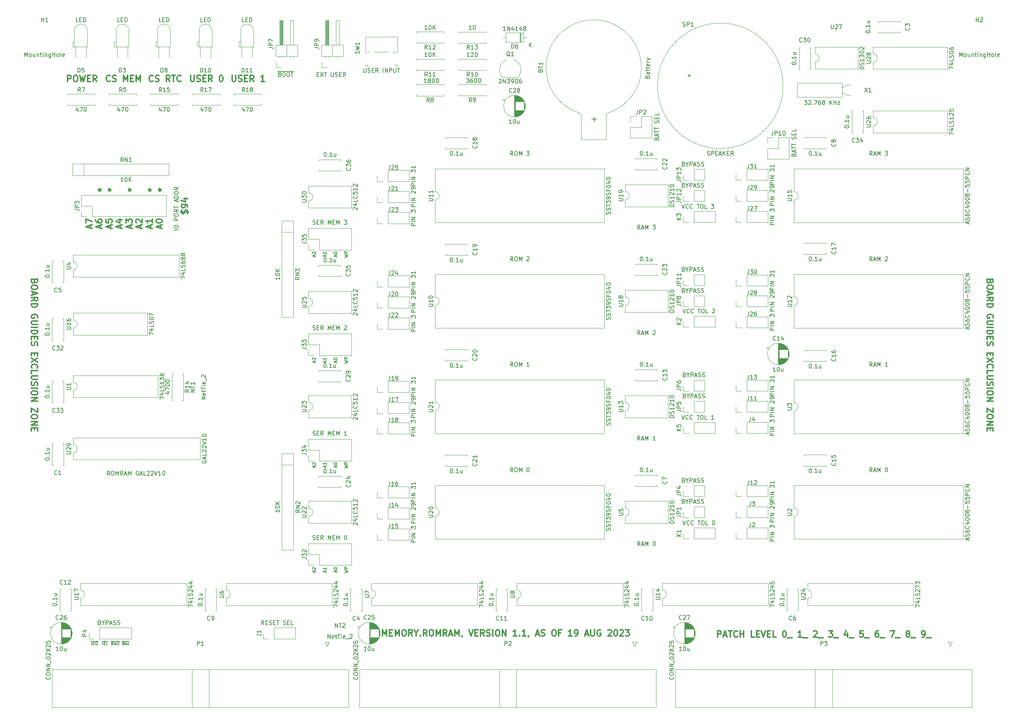
<source format=gbr>
%TF.GenerationSoftware,KiCad,Pcbnew,(6.0.11)*%
%TF.CreationDate,2023-11-11T07:58:28-05:00*%
%TF.ProjectId,memory.ROMRAM,6d656d6f-7279-42e5-924f-4d52414d2e6b,rev?*%
%TF.SameCoordinates,Original*%
%TF.FileFunction,Legend,Top*%
%TF.FilePolarity,Positive*%
%FSLAX46Y46*%
G04 Gerber Fmt 4.6, Leading zero omitted, Abs format (unit mm)*
G04 Created by KiCad (PCBNEW (6.0.11)) date 2023-11-11 07:58:28*
%MOMM*%
%LPD*%
G01*
G04 APERTURE LIST*
%ADD10C,0.300000*%
%ADD11C,0.175000*%
%ADD12C,0.150000*%
%ADD13C,0.200000*%
%ADD14C,0.120000*%
G04 APERTURE END LIST*
D10*
X267607142Y-133785714D02*
X267535714Y-134000000D01*
X267464285Y-134071428D01*
X267321428Y-134142857D01*
X267107142Y-134142857D01*
X266964285Y-134071428D01*
X266892857Y-134000000D01*
X266821428Y-133857142D01*
X266821428Y-133285714D01*
X268321428Y-133285714D01*
X268321428Y-133785714D01*
X268250000Y-133928571D01*
X268178571Y-134000000D01*
X268035714Y-134071428D01*
X267892857Y-134071428D01*
X267750000Y-134000000D01*
X267678571Y-133928571D01*
X267607142Y-133785714D01*
X267607142Y-133285714D01*
X268321428Y-135071428D02*
X268321428Y-135357142D01*
X268250000Y-135500000D01*
X268107142Y-135642857D01*
X267821428Y-135714285D01*
X267321428Y-135714285D01*
X267035714Y-135642857D01*
X266892857Y-135500000D01*
X266821428Y-135357142D01*
X266821428Y-135071428D01*
X266892857Y-134928571D01*
X267035714Y-134785714D01*
X267321428Y-134714285D01*
X267821428Y-134714285D01*
X268107142Y-134785714D01*
X268250000Y-134928571D01*
X268321428Y-135071428D01*
X267250000Y-136285714D02*
X267250000Y-137000000D01*
X266821428Y-136142857D02*
X268321428Y-136642857D01*
X266821428Y-137142857D01*
X266821428Y-138500000D02*
X267535714Y-138000000D01*
X266821428Y-137642857D02*
X268321428Y-137642857D01*
X268321428Y-138214285D01*
X268250000Y-138357142D01*
X268178571Y-138428571D01*
X268035714Y-138500000D01*
X267821428Y-138500000D01*
X267678571Y-138428571D01*
X267607142Y-138357142D01*
X267535714Y-138214285D01*
X267535714Y-137642857D01*
X266821428Y-139142857D02*
X268321428Y-139142857D01*
X268321428Y-139500000D01*
X268250000Y-139714285D01*
X268107142Y-139857142D01*
X267964285Y-139928571D01*
X267678571Y-140000000D01*
X267464285Y-140000000D01*
X267178571Y-139928571D01*
X267035714Y-139857142D01*
X266892857Y-139714285D01*
X266821428Y-139500000D01*
X266821428Y-139142857D01*
X268250000Y-142571428D02*
X268321428Y-142428571D01*
X268321428Y-142214285D01*
X268250000Y-142000000D01*
X268107142Y-141857142D01*
X267964285Y-141785714D01*
X267678571Y-141714285D01*
X267464285Y-141714285D01*
X267178571Y-141785714D01*
X267035714Y-141857142D01*
X266892857Y-142000000D01*
X266821428Y-142214285D01*
X266821428Y-142357142D01*
X266892857Y-142571428D01*
X266964285Y-142642857D01*
X267464285Y-142642857D01*
X267464285Y-142357142D01*
X268321428Y-143285714D02*
X267107142Y-143285714D01*
X266964285Y-143357142D01*
X266892857Y-143428571D01*
X266821428Y-143571428D01*
X266821428Y-143857142D01*
X266892857Y-144000000D01*
X266964285Y-144071428D01*
X267107142Y-144142857D01*
X268321428Y-144142857D01*
X266821428Y-144857142D02*
X268321428Y-144857142D01*
X266821428Y-145571428D02*
X268321428Y-145571428D01*
X268321428Y-145928571D01*
X268250000Y-146142857D01*
X268107142Y-146285714D01*
X267964285Y-146357142D01*
X267678571Y-146428571D01*
X267464285Y-146428571D01*
X267178571Y-146357142D01*
X267035714Y-146285714D01*
X266892857Y-146142857D01*
X266821428Y-145928571D01*
X266821428Y-145571428D01*
X267607142Y-147071428D02*
X267607142Y-147571428D01*
X266821428Y-147785714D02*
X266821428Y-147071428D01*
X268321428Y-147071428D01*
X268321428Y-147785714D01*
X266892857Y-148357142D02*
X266821428Y-148571428D01*
X266821428Y-148928571D01*
X266892857Y-149071428D01*
X266964285Y-149142857D01*
X267107142Y-149214285D01*
X267250000Y-149214285D01*
X267392857Y-149142857D01*
X267464285Y-149071428D01*
X267535714Y-148928571D01*
X267607142Y-148642857D01*
X267678571Y-148500000D01*
X267750000Y-148428571D01*
X267892857Y-148357142D01*
X268035714Y-148357142D01*
X268178571Y-148428571D01*
X268250000Y-148500000D01*
X268321428Y-148642857D01*
X268321428Y-149000000D01*
X268250000Y-149214285D01*
X267607142Y-151000000D02*
X267607142Y-151500000D01*
X266821428Y-151714285D02*
X266821428Y-151000000D01*
X268321428Y-151000000D01*
X268321428Y-151714285D01*
X268321428Y-152214285D02*
X266821428Y-153214285D01*
X268321428Y-153214285D02*
X266821428Y-152214285D01*
X266964285Y-154642857D02*
X266892857Y-154571428D01*
X266821428Y-154357142D01*
X266821428Y-154214285D01*
X266892857Y-154000000D01*
X267035714Y-153857142D01*
X267178571Y-153785714D01*
X267464285Y-153714285D01*
X267678571Y-153714285D01*
X267964285Y-153785714D01*
X268107142Y-153857142D01*
X268250000Y-154000000D01*
X268321428Y-154214285D01*
X268321428Y-154357142D01*
X268250000Y-154571428D01*
X268178571Y-154642857D01*
X266821428Y-156000000D02*
X266821428Y-155285714D01*
X268321428Y-155285714D01*
X268321428Y-156500000D02*
X267107142Y-156500000D01*
X266964285Y-156571428D01*
X266892857Y-156642857D01*
X266821428Y-156785714D01*
X266821428Y-157071428D01*
X266892857Y-157214285D01*
X266964285Y-157285714D01*
X267107142Y-157357142D01*
X268321428Y-157357142D01*
X266892857Y-158000000D02*
X266821428Y-158214285D01*
X266821428Y-158571428D01*
X266892857Y-158714285D01*
X266964285Y-158785714D01*
X267107142Y-158857142D01*
X267250000Y-158857142D01*
X267392857Y-158785714D01*
X267464285Y-158714285D01*
X267535714Y-158571428D01*
X267607142Y-158285714D01*
X267678571Y-158142857D01*
X267750000Y-158071428D01*
X267892857Y-158000000D01*
X268035714Y-158000000D01*
X268178571Y-158071428D01*
X268250000Y-158142857D01*
X268321428Y-158285714D01*
X268321428Y-158642857D01*
X268250000Y-158857142D01*
X266821428Y-159500000D02*
X268321428Y-159500000D01*
X268321428Y-160500000D02*
X268321428Y-160785714D01*
X268250000Y-160928571D01*
X268107142Y-161071428D01*
X267821428Y-161142857D01*
X267321428Y-161142857D01*
X267035714Y-161071428D01*
X266892857Y-160928571D01*
X266821428Y-160785714D01*
X266821428Y-160500000D01*
X266892857Y-160357142D01*
X267035714Y-160214285D01*
X267321428Y-160142857D01*
X267821428Y-160142857D01*
X268107142Y-160214285D01*
X268250000Y-160357142D01*
X268321428Y-160500000D01*
X266821428Y-161785714D02*
X268321428Y-161785714D01*
X266821428Y-162642857D01*
X268321428Y-162642857D01*
X268321428Y-164357142D02*
X268321428Y-165357142D01*
X266821428Y-164357142D01*
X266821428Y-165357142D01*
X268321428Y-166214285D02*
X268321428Y-166500000D01*
X268250000Y-166642857D01*
X268107142Y-166785714D01*
X267821428Y-166857142D01*
X267321428Y-166857142D01*
X267035714Y-166785714D01*
X266892857Y-166642857D01*
X266821428Y-166500000D01*
X266821428Y-166214285D01*
X266892857Y-166071428D01*
X267035714Y-165928571D01*
X267321428Y-165857142D01*
X267821428Y-165857142D01*
X268107142Y-165928571D01*
X268250000Y-166071428D01*
X268321428Y-166214285D01*
X266821428Y-167500000D02*
X268321428Y-167500000D01*
X266821428Y-168357142D01*
X268321428Y-168357142D01*
X267607142Y-169071428D02*
X267607142Y-169571428D01*
X266821428Y-169785714D02*
X266821428Y-169071428D01*
X268321428Y-169071428D01*
X268321428Y-169785714D01*
X37607142Y-133785714D02*
X37535714Y-134000000D01*
X37464285Y-134071428D01*
X37321428Y-134142857D01*
X37107142Y-134142857D01*
X36964285Y-134071428D01*
X36892857Y-134000000D01*
X36821428Y-133857142D01*
X36821428Y-133285714D01*
X38321428Y-133285714D01*
X38321428Y-133785714D01*
X38250000Y-133928571D01*
X38178571Y-134000000D01*
X38035714Y-134071428D01*
X37892857Y-134071428D01*
X37750000Y-134000000D01*
X37678571Y-133928571D01*
X37607142Y-133785714D01*
X37607142Y-133285714D01*
X38321428Y-135071428D02*
X38321428Y-135357142D01*
X38250000Y-135500000D01*
X38107142Y-135642857D01*
X37821428Y-135714285D01*
X37321428Y-135714285D01*
X37035714Y-135642857D01*
X36892857Y-135500000D01*
X36821428Y-135357142D01*
X36821428Y-135071428D01*
X36892857Y-134928571D01*
X37035714Y-134785714D01*
X37321428Y-134714285D01*
X37821428Y-134714285D01*
X38107142Y-134785714D01*
X38250000Y-134928571D01*
X38321428Y-135071428D01*
X37250000Y-136285714D02*
X37250000Y-137000000D01*
X36821428Y-136142857D02*
X38321428Y-136642857D01*
X36821428Y-137142857D01*
X36821428Y-138500000D02*
X37535714Y-138000000D01*
X36821428Y-137642857D02*
X38321428Y-137642857D01*
X38321428Y-138214285D01*
X38250000Y-138357142D01*
X38178571Y-138428571D01*
X38035714Y-138500000D01*
X37821428Y-138500000D01*
X37678571Y-138428571D01*
X37607142Y-138357142D01*
X37535714Y-138214285D01*
X37535714Y-137642857D01*
X36821428Y-139142857D02*
X38321428Y-139142857D01*
X38321428Y-139500000D01*
X38250000Y-139714285D01*
X38107142Y-139857142D01*
X37964285Y-139928571D01*
X37678571Y-140000000D01*
X37464285Y-140000000D01*
X37178571Y-139928571D01*
X37035714Y-139857142D01*
X36892857Y-139714285D01*
X36821428Y-139500000D01*
X36821428Y-139142857D01*
X38250000Y-142571428D02*
X38321428Y-142428571D01*
X38321428Y-142214285D01*
X38250000Y-142000000D01*
X38107142Y-141857142D01*
X37964285Y-141785714D01*
X37678571Y-141714285D01*
X37464285Y-141714285D01*
X37178571Y-141785714D01*
X37035714Y-141857142D01*
X36892857Y-142000000D01*
X36821428Y-142214285D01*
X36821428Y-142357142D01*
X36892857Y-142571428D01*
X36964285Y-142642857D01*
X37464285Y-142642857D01*
X37464285Y-142357142D01*
X38321428Y-143285714D02*
X37107142Y-143285714D01*
X36964285Y-143357142D01*
X36892857Y-143428571D01*
X36821428Y-143571428D01*
X36821428Y-143857142D01*
X36892857Y-144000000D01*
X36964285Y-144071428D01*
X37107142Y-144142857D01*
X38321428Y-144142857D01*
X36821428Y-144857142D02*
X38321428Y-144857142D01*
X36821428Y-145571428D02*
X38321428Y-145571428D01*
X38321428Y-145928571D01*
X38250000Y-146142857D01*
X38107142Y-146285714D01*
X37964285Y-146357142D01*
X37678571Y-146428571D01*
X37464285Y-146428571D01*
X37178571Y-146357142D01*
X37035714Y-146285714D01*
X36892857Y-146142857D01*
X36821428Y-145928571D01*
X36821428Y-145571428D01*
X37607142Y-147071428D02*
X37607142Y-147571428D01*
X36821428Y-147785714D02*
X36821428Y-147071428D01*
X38321428Y-147071428D01*
X38321428Y-147785714D01*
X36892857Y-148357142D02*
X36821428Y-148571428D01*
X36821428Y-148928571D01*
X36892857Y-149071428D01*
X36964285Y-149142857D01*
X37107142Y-149214285D01*
X37250000Y-149214285D01*
X37392857Y-149142857D01*
X37464285Y-149071428D01*
X37535714Y-148928571D01*
X37607142Y-148642857D01*
X37678571Y-148500000D01*
X37750000Y-148428571D01*
X37892857Y-148357142D01*
X38035714Y-148357142D01*
X38178571Y-148428571D01*
X38250000Y-148500000D01*
X38321428Y-148642857D01*
X38321428Y-149000000D01*
X38250000Y-149214285D01*
X37607142Y-151000000D02*
X37607142Y-151500000D01*
X36821428Y-151714285D02*
X36821428Y-151000000D01*
X38321428Y-151000000D01*
X38321428Y-151714285D01*
X38321428Y-152214285D02*
X36821428Y-153214285D01*
X38321428Y-153214285D02*
X36821428Y-152214285D01*
X36964285Y-154642857D02*
X36892857Y-154571428D01*
X36821428Y-154357142D01*
X36821428Y-154214285D01*
X36892857Y-154000000D01*
X37035714Y-153857142D01*
X37178571Y-153785714D01*
X37464285Y-153714285D01*
X37678571Y-153714285D01*
X37964285Y-153785714D01*
X38107142Y-153857142D01*
X38250000Y-154000000D01*
X38321428Y-154214285D01*
X38321428Y-154357142D01*
X38250000Y-154571428D01*
X38178571Y-154642857D01*
X36821428Y-156000000D02*
X36821428Y-155285714D01*
X38321428Y-155285714D01*
X38321428Y-156500000D02*
X37107142Y-156500000D01*
X36964285Y-156571428D01*
X36892857Y-156642857D01*
X36821428Y-156785714D01*
X36821428Y-157071428D01*
X36892857Y-157214285D01*
X36964285Y-157285714D01*
X37107142Y-157357142D01*
X38321428Y-157357142D01*
X36892857Y-158000000D02*
X36821428Y-158214285D01*
X36821428Y-158571428D01*
X36892857Y-158714285D01*
X36964285Y-158785714D01*
X37107142Y-158857142D01*
X37250000Y-158857142D01*
X37392857Y-158785714D01*
X37464285Y-158714285D01*
X37535714Y-158571428D01*
X37607142Y-158285714D01*
X37678571Y-158142857D01*
X37750000Y-158071428D01*
X37892857Y-158000000D01*
X38035714Y-158000000D01*
X38178571Y-158071428D01*
X38250000Y-158142857D01*
X38321428Y-158285714D01*
X38321428Y-158642857D01*
X38250000Y-158857142D01*
X36821428Y-159500000D02*
X38321428Y-159500000D01*
X38321428Y-160500000D02*
X38321428Y-160785714D01*
X38250000Y-160928571D01*
X38107142Y-161071428D01*
X37821428Y-161142857D01*
X37321428Y-161142857D01*
X37035714Y-161071428D01*
X36892857Y-160928571D01*
X36821428Y-160785714D01*
X36821428Y-160500000D01*
X36892857Y-160357142D01*
X37035714Y-160214285D01*
X37321428Y-160142857D01*
X37821428Y-160142857D01*
X38107142Y-160214285D01*
X38250000Y-160357142D01*
X38321428Y-160500000D01*
X36821428Y-161785714D02*
X38321428Y-161785714D01*
X36821428Y-162642857D01*
X38321428Y-162642857D01*
X38321428Y-164357142D02*
X38321428Y-165357142D01*
X36821428Y-164357142D01*
X36821428Y-165357142D01*
X38321428Y-166214285D02*
X38321428Y-166500000D01*
X38250000Y-166642857D01*
X38107142Y-166785714D01*
X37821428Y-166857142D01*
X37321428Y-166857142D01*
X37035714Y-166785714D01*
X36892857Y-166642857D01*
X36821428Y-166500000D01*
X36821428Y-166214285D01*
X36892857Y-166071428D01*
X37035714Y-165928571D01*
X37321428Y-165857142D01*
X37821428Y-165857142D01*
X38107142Y-165928571D01*
X38250000Y-166071428D01*
X38321428Y-166214285D01*
X36821428Y-167500000D02*
X38321428Y-167500000D01*
X36821428Y-168357142D01*
X38321428Y-168357142D01*
X37607142Y-169071428D02*
X37607142Y-169571428D01*
X36821428Y-169785714D02*
X36821428Y-169071428D01*
X38321428Y-169071428D01*
X38321428Y-169785714D01*
X50987500Y-120951428D02*
X50987500Y-120237142D01*
X51416071Y-121094285D02*
X49916071Y-120594285D01*
X51416071Y-120094285D01*
X49916071Y-119737142D02*
X49916071Y-118737142D01*
X51416071Y-119380000D01*
X53402500Y-120951428D02*
X53402500Y-120237142D01*
X53831071Y-121094285D02*
X52331071Y-120594285D01*
X53831071Y-120094285D01*
X52331071Y-118951428D02*
X52331071Y-119237142D01*
X52402500Y-119380000D01*
X52473928Y-119451428D01*
X52688214Y-119594285D01*
X52973928Y-119665714D01*
X53545357Y-119665714D01*
X53688214Y-119594285D01*
X53759642Y-119522857D01*
X53831071Y-119380000D01*
X53831071Y-119094285D01*
X53759642Y-118951428D01*
X53688214Y-118880000D01*
X53545357Y-118808571D01*
X53188214Y-118808571D01*
X53045357Y-118880000D01*
X52973928Y-118951428D01*
X52902500Y-119094285D01*
X52902500Y-119380000D01*
X52973928Y-119522857D01*
X53045357Y-119594285D01*
X53188214Y-119665714D01*
X55817500Y-120951428D02*
X55817500Y-120237142D01*
X56246071Y-121094285D02*
X54746071Y-120594285D01*
X56246071Y-120094285D01*
X54746071Y-118880000D02*
X54746071Y-119594285D01*
X55460357Y-119665714D01*
X55388928Y-119594285D01*
X55317500Y-119451428D01*
X55317500Y-119094285D01*
X55388928Y-118951428D01*
X55460357Y-118880000D01*
X55603214Y-118808571D01*
X55960357Y-118808571D01*
X56103214Y-118880000D01*
X56174642Y-118951428D01*
X56246071Y-119094285D01*
X56246071Y-119451428D01*
X56174642Y-119594285D01*
X56103214Y-119665714D01*
X58232500Y-120951428D02*
X58232500Y-120237142D01*
X58661071Y-121094285D02*
X57161071Y-120594285D01*
X58661071Y-120094285D01*
X57661071Y-118951428D02*
X58661071Y-118951428D01*
X57089642Y-119308571D02*
X58161071Y-119665714D01*
X58161071Y-118737142D01*
X60647500Y-120951428D02*
X60647500Y-120237142D01*
X61076071Y-121094285D02*
X59576071Y-120594285D01*
X61076071Y-120094285D01*
X59576071Y-119737142D02*
X59576071Y-118808571D01*
X60147500Y-119308571D01*
X60147500Y-119094285D01*
X60218928Y-118951428D01*
X60290357Y-118880000D01*
X60433214Y-118808571D01*
X60790357Y-118808571D01*
X60933214Y-118880000D01*
X61004642Y-118951428D01*
X61076071Y-119094285D01*
X61076071Y-119522857D01*
X61004642Y-119665714D01*
X60933214Y-119737142D01*
X63062500Y-120951428D02*
X63062500Y-120237142D01*
X63491071Y-121094285D02*
X61991071Y-120594285D01*
X63491071Y-120094285D01*
X62133928Y-119665714D02*
X62062500Y-119594285D01*
X61991071Y-119451428D01*
X61991071Y-119094285D01*
X62062500Y-118951428D01*
X62133928Y-118880000D01*
X62276785Y-118808571D01*
X62419642Y-118808571D01*
X62633928Y-118880000D01*
X63491071Y-119737142D01*
X63491071Y-118808571D01*
X65477500Y-120951428D02*
X65477500Y-120237142D01*
X65906071Y-121094285D02*
X64406071Y-120594285D01*
X65906071Y-120094285D01*
X65906071Y-118808571D02*
X65906071Y-119665714D01*
X65906071Y-119237142D02*
X64406071Y-119237142D01*
X64620357Y-119380000D01*
X64763214Y-119522857D01*
X64834642Y-119665714D01*
X67892500Y-120951428D02*
X67892500Y-120237142D01*
X68321071Y-121094285D02*
X66821071Y-120594285D01*
X68321071Y-120094285D01*
X66821071Y-119308571D02*
X66821071Y-119165714D01*
X66892500Y-119022857D01*
X66963928Y-118951428D01*
X67106785Y-118880000D01*
X67392500Y-118808571D01*
X67749642Y-118808571D01*
X68035357Y-118880000D01*
X68178214Y-118951428D01*
X68249642Y-119022857D01*
X68321071Y-119165714D01*
X68321071Y-119308571D01*
X68249642Y-119451428D01*
X68178214Y-119522857D01*
X68035357Y-119594285D01*
X67749642Y-119665714D01*
X67392500Y-119665714D01*
X67106785Y-119594285D01*
X66963928Y-119522857D01*
X66892500Y-119451428D01*
X66821071Y-119308571D01*
X66107142Y-85535714D02*
X66035714Y-85607142D01*
X65821428Y-85678571D01*
X65678571Y-85678571D01*
X65464285Y-85607142D01*
X65321428Y-85464285D01*
X65250000Y-85321428D01*
X65178571Y-85035714D01*
X65178571Y-84821428D01*
X65250000Y-84535714D01*
X65321428Y-84392857D01*
X65464285Y-84250000D01*
X65678571Y-84178571D01*
X65821428Y-84178571D01*
X66035714Y-84250000D01*
X66107142Y-84321428D01*
X66678571Y-85607142D02*
X66892857Y-85678571D01*
X67250000Y-85678571D01*
X67392857Y-85607142D01*
X67464285Y-85535714D01*
X67535714Y-85392857D01*
X67535714Y-85250000D01*
X67464285Y-85107142D01*
X67392857Y-85035714D01*
X67250000Y-84964285D01*
X66964285Y-84892857D01*
X66821428Y-84821428D01*
X66750000Y-84750000D01*
X66678571Y-84607142D01*
X66678571Y-84464285D01*
X66750000Y-84321428D01*
X66821428Y-84250000D01*
X66964285Y-84178571D01*
X67321428Y-84178571D01*
X67535714Y-84250000D01*
X70178571Y-85678571D02*
X69678571Y-84964285D01*
X69321428Y-85678571D02*
X69321428Y-84178571D01*
X69892857Y-84178571D01*
X70035714Y-84250000D01*
X70107142Y-84321428D01*
X70178571Y-84464285D01*
X70178571Y-84678571D01*
X70107142Y-84821428D01*
X70035714Y-84892857D01*
X69892857Y-84964285D01*
X69321428Y-84964285D01*
X70607142Y-84178571D02*
X71464285Y-84178571D01*
X71035714Y-85678571D02*
X71035714Y-84178571D01*
X72821428Y-85535714D02*
X72750000Y-85607142D01*
X72535714Y-85678571D01*
X72392857Y-85678571D01*
X72178571Y-85607142D01*
X72035714Y-85464285D01*
X71964285Y-85321428D01*
X71892857Y-85035714D01*
X71892857Y-84821428D01*
X71964285Y-84535714D01*
X72035714Y-84392857D01*
X72178571Y-84250000D01*
X72392857Y-84178571D01*
X72535714Y-84178571D01*
X72750000Y-84250000D01*
X72821428Y-84321428D01*
X75142857Y-84178571D02*
X75142857Y-85392857D01*
X75214285Y-85535714D01*
X75285714Y-85607142D01*
X75428571Y-85678571D01*
X75714285Y-85678571D01*
X75857142Y-85607142D01*
X75928571Y-85535714D01*
X76000000Y-85392857D01*
X76000000Y-84178571D01*
X76642857Y-85607142D02*
X76857142Y-85678571D01*
X77214285Y-85678571D01*
X77357142Y-85607142D01*
X77428571Y-85535714D01*
X77500000Y-85392857D01*
X77500000Y-85250000D01*
X77428571Y-85107142D01*
X77357142Y-85035714D01*
X77214285Y-84964285D01*
X76928571Y-84892857D01*
X76785714Y-84821428D01*
X76714285Y-84750000D01*
X76642857Y-84607142D01*
X76642857Y-84464285D01*
X76714285Y-84321428D01*
X76785714Y-84250000D01*
X76928571Y-84178571D01*
X77285714Y-84178571D01*
X77500000Y-84250000D01*
X78142857Y-84892857D02*
X78642857Y-84892857D01*
X78857142Y-85678571D02*
X78142857Y-85678571D01*
X78142857Y-84178571D01*
X78857142Y-84178571D01*
X80357142Y-85678571D02*
X79857142Y-84964285D01*
X79500000Y-85678571D02*
X79500000Y-84178571D01*
X80071428Y-84178571D01*
X80214285Y-84250000D01*
X80285714Y-84321428D01*
X80357142Y-84464285D01*
X80357142Y-84678571D01*
X80285714Y-84821428D01*
X80214285Y-84892857D01*
X80071428Y-84964285D01*
X79500000Y-84964285D01*
X82428571Y-84178571D02*
X82571428Y-84178571D01*
X82714285Y-84250000D01*
X82785714Y-84321428D01*
X82857142Y-84464285D01*
X82928571Y-84750000D01*
X82928571Y-85107142D01*
X82857142Y-85392857D01*
X82785714Y-85535714D01*
X82714285Y-85607142D01*
X82571428Y-85678571D01*
X82428571Y-85678571D01*
X82285714Y-85607142D01*
X82214285Y-85535714D01*
X82142857Y-85392857D01*
X82071428Y-85107142D01*
X82071428Y-84750000D01*
X82142857Y-84464285D01*
X82214285Y-84321428D01*
X82285714Y-84250000D01*
X82428571Y-84178571D01*
X85142857Y-84178571D02*
X85142857Y-85392857D01*
X85214285Y-85535714D01*
X85285714Y-85607142D01*
X85428571Y-85678571D01*
X85714285Y-85678571D01*
X85857142Y-85607142D01*
X85928571Y-85535714D01*
X86000000Y-85392857D01*
X86000000Y-84178571D01*
X86642857Y-85607142D02*
X86857142Y-85678571D01*
X87214285Y-85678571D01*
X87357142Y-85607142D01*
X87428571Y-85535714D01*
X87500000Y-85392857D01*
X87500000Y-85250000D01*
X87428571Y-85107142D01*
X87357142Y-85035714D01*
X87214285Y-84964285D01*
X86928571Y-84892857D01*
X86785714Y-84821428D01*
X86714285Y-84750000D01*
X86642857Y-84607142D01*
X86642857Y-84464285D01*
X86714285Y-84321428D01*
X86785714Y-84250000D01*
X86928571Y-84178571D01*
X87285714Y-84178571D01*
X87500000Y-84250000D01*
X88142857Y-84892857D02*
X88642857Y-84892857D01*
X88857142Y-85678571D02*
X88142857Y-85678571D01*
X88142857Y-84178571D01*
X88857142Y-84178571D01*
X90357142Y-85678571D02*
X89857142Y-84964285D01*
X89500000Y-85678571D02*
X89500000Y-84178571D01*
X90071428Y-84178571D01*
X90214285Y-84250000D01*
X90285714Y-84321428D01*
X90357142Y-84464285D01*
X90357142Y-84678571D01*
X90285714Y-84821428D01*
X90214285Y-84892857D01*
X90071428Y-84964285D01*
X89500000Y-84964285D01*
X92928571Y-85678571D02*
X92071428Y-85678571D01*
X92500000Y-85678571D02*
X92500000Y-84178571D01*
X92357142Y-84392857D01*
X92214285Y-84535714D01*
X92071428Y-84607142D01*
D11*
X53850000Y-220419000D02*
X54183333Y-220419000D01*
X54016666Y-221316666D02*
X54016666Y-220616666D01*
X54183333Y-220419000D02*
X54816666Y-220419000D01*
X54350000Y-220950000D02*
X54583333Y-220950000D01*
X54683333Y-221316666D02*
X54350000Y-221316666D01*
X54350000Y-220616666D01*
X54683333Y-220616666D01*
X54816666Y-220419000D02*
X55150000Y-220419000D01*
X54983333Y-221316666D02*
X54983333Y-220616666D01*
X55983333Y-220419000D02*
X56683333Y-220419000D01*
X56383333Y-220950000D02*
X56483333Y-220983333D01*
X56516666Y-221016666D01*
X56550000Y-221083333D01*
X56550000Y-221183333D01*
X56516666Y-221250000D01*
X56483333Y-221283333D01*
X56416666Y-221316666D01*
X56150000Y-221316666D01*
X56150000Y-220616666D01*
X56383333Y-220616666D01*
X56450000Y-220650000D01*
X56483333Y-220683333D01*
X56516666Y-220750000D01*
X56516666Y-220816666D01*
X56483333Y-220883333D01*
X56450000Y-220916666D01*
X56383333Y-220950000D01*
X56150000Y-220950000D01*
X56683333Y-220419000D02*
X57283333Y-220419000D01*
X56816666Y-221116666D02*
X57150000Y-221116666D01*
X56750000Y-221316666D02*
X56983333Y-220616666D01*
X57216666Y-221316666D01*
X57283333Y-220419000D02*
X58016666Y-220419000D01*
X57583333Y-220616666D02*
X57716666Y-220616666D01*
X57783333Y-220650000D01*
X57850000Y-220716666D01*
X57883333Y-220850000D01*
X57883333Y-221083333D01*
X57850000Y-221216666D01*
X57783333Y-221283333D01*
X57716666Y-221316666D01*
X57583333Y-221316666D01*
X57516666Y-221283333D01*
X57450000Y-221216666D01*
X57416666Y-221083333D01*
X57416666Y-220850000D01*
X57450000Y-220716666D01*
X57516666Y-220650000D01*
X57583333Y-220616666D01*
X58683333Y-220419000D02*
X59383333Y-220419000D01*
X59083333Y-220950000D02*
X59183333Y-220983333D01*
X59216666Y-221016666D01*
X59250000Y-221083333D01*
X59250000Y-221183333D01*
X59216666Y-221250000D01*
X59183333Y-221283333D01*
X59116666Y-221316666D01*
X58850000Y-221316666D01*
X58850000Y-220616666D01*
X59083333Y-220616666D01*
X59150000Y-220650000D01*
X59183333Y-220683333D01*
X59216666Y-220750000D01*
X59216666Y-220816666D01*
X59183333Y-220883333D01*
X59150000Y-220916666D01*
X59083333Y-220950000D01*
X58850000Y-220950000D01*
X59383333Y-220419000D02*
X59983333Y-220419000D01*
X59516666Y-221116666D02*
X59850000Y-221116666D01*
X59450000Y-221316666D02*
X59683333Y-220616666D01*
X59916666Y-221316666D01*
X59983333Y-220419000D02*
X60316666Y-220419000D01*
X60150000Y-221316666D02*
X60150000Y-220616666D01*
D12*
X152737142Y-154252380D02*
X152403809Y-153776190D01*
X152165714Y-154252380D02*
X152165714Y-153252380D01*
X152546666Y-153252380D01*
X152641904Y-153300000D01*
X152689523Y-153347619D01*
X152737142Y-153442857D01*
X152737142Y-153585714D01*
X152689523Y-153680952D01*
X152641904Y-153728571D01*
X152546666Y-153776190D01*
X152165714Y-153776190D01*
X153356190Y-153252380D02*
X153546666Y-153252380D01*
X153641904Y-153300000D01*
X153737142Y-153395238D01*
X153784761Y-153585714D01*
X153784761Y-153919047D01*
X153737142Y-154109523D01*
X153641904Y-154204761D01*
X153546666Y-154252380D01*
X153356190Y-154252380D01*
X153260952Y-154204761D01*
X153165714Y-154109523D01*
X153118095Y-153919047D01*
X153118095Y-153585714D01*
X153165714Y-153395238D01*
X153260952Y-153300000D01*
X153356190Y-153252380D01*
X154213333Y-154252380D02*
X154213333Y-153252380D01*
X154546666Y-153966666D01*
X154880000Y-153252380D01*
X154880000Y-154252380D01*
X156641904Y-154252380D02*
X156070476Y-154252380D01*
X156356190Y-154252380D02*
X156356190Y-153252380D01*
X156260952Y-153395238D01*
X156165714Y-153490476D01*
X156070476Y-153538095D01*
D13*
X105019333Y-203821428D02*
X105019333Y-203440476D01*
X105247904Y-203897619D02*
X104447904Y-203630952D01*
X105247904Y-203364285D01*
X104524095Y-203135714D02*
X104486000Y-203097619D01*
X104447904Y-203021428D01*
X104447904Y-202830952D01*
X104486000Y-202754761D01*
X104524095Y-202716666D01*
X104600285Y-202678571D01*
X104676476Y-202678571D01*
X104790761Y-202716666D01*
X105247904Y-203173809D01*
X105247904Y-202678571D01*
X107595333Y-203821428D02*
X107595333Y-203440476D01*
X107823904Y-203897619D02*
X107023904Y-203630952D01*
X107823904Y-203364285D01*
X107823904Y-202678571D02*
X107823904Y-203135714D01*
X107823904Y-202907142D02*
X107023904Y-202907142D01*
X107138190Y-202983333D01*
X107214380Y-203059523D01*
X107252476Y-203135714D01*
X110171333Y-203821428D02*
X110171333Y-203440476D01*
X110399904Y-203897619D02*
X109599904Y-203630952D01*
X110399904Y-203364285D01*
X109599904Y-202945238D02*
X109599904Y-202869047D01*
X109638000Y-202792857D01*
X109676095Y-202754761D01*
X109752285Y-202716666D01*
X109904666Y-202678571D01*
X110095142Y-202678571D01*
X110247523Y-202716666D01*
X110323714Y-202754761D01*
X110361809Y-202792857D01*
X110399904Y-202869047D01*
X110399904Y-202945238D01*
X110361809Y-203021428D01*
X110323714Y-203059523D01*
X110247523Y-203097619D01*
X110095142Y-203135714D01*
X109904666Y-203135714D01*
X109752285Y-203097619D01*
X109676095Y-203059523D01*
X109638000Y-203021428D01*
X109599904Y-202945238D01*
X112175904Y-203992857D02*
X112975904Y-203802380D01*
X112404476Y-203650000D01*
X112975904Y-203497619D01*
X112175904Y-203307142D01*
X112975904Y-203002380D02*
X112175904Y-203002380D01*
X112175904Y-202697619D01*
X112214000Y-202621428D01*
X112252095Y-202583333D01*
X112328285Y-202545238D01*
X112442571Y-202545238D01*
X112518761Y-202583333D01*
X112556857Y-202621428D01*
X112594952Y-202697619D01*
X112594952Y-203002380D01*
D12*
X152737142Y-103452380D02*
X152403809Y-102976190D01*
X152165714Y-103452380D02*
X152165714Y-102452380D01*
X152546666Y-102452380D01*
X152641904Y-102500000D01*
X152689523Y-102547619D01*
X152737142Y-102642857D01*
X152737142Y-102785714D01*
X152689523Y-102880952D01*
X152641904Y-102928571D01*
X152546666Y-102976190D01*
X152165714Y-102976190D01*
X153356190Y-102452380D02*
X153546666Y-102452380D01*
X153641904Y-102500000D01*
X153737142Y-102595238D01*
X153784761Y-102785714D01*
X153784761Y-103119047D01*
X153737142Y-103309523D01*
X153641904Y-103404761D01*
X153546666Y-103452380D01*
X153356190Y-103452380D01*
X153260952Y-103404761D01*
X153165714Y-103309523D01*
X153118095Y-103119047D01*
X153118095Y-102785714D01*
X153165714Y-102595238D01*
X153260952Y-102500000D01*
X153356190Y-102452380D01*
X154213333Y-103452380D02*
X154213333Y-102452380D01*
X154546666Y-103166666D01*
X154880000Y-102452380D01*
X154880000Y-103452380D01*
X156022857Y-102452380D02*
X156641904Y-102452380D01*
X156308571Y-102833333D01*
X156451428Y-102833333D01*
X156546666Y-102880952D01*
X156594285Y-102928571D01*
X156641904Y-103023809D01*
X156641904Y-103261904D01*
X156594285Y-103357142D01*
X156546666Y-103404761D01*
X156451428Y-103452380D01*
X156165714Y-103452380D01*
X156070476Y-103404761D01*
X156022857Y-103357142D01*
D13*
X105019333Y-153321428D02*
X105019333Y-152940476D01*
X105247904Y-153397619D02*
X104447904Y-153130952D01*
X105247904Y-152864285D01*
X104524095Y-152635714D02*
X104486000Y-152597619D01*
X104447904Y-152521428D01*
X104447904Y-152330952D01*
X104486000Y-152254761D01*
X104524095Y-152216666D01*
X104600285Y-152178571D01*
X104676476Y-152178571D01*
X104790761Y-152216666D01*
X105247904Y-152673809D01*
X105247904Y-152178571D01*
X107595333Y-153321428D02*
X107595333Y-152940476D01*
X107823904Y-153397619D02*
X107023904Y-153130952D01*
X107823904Y-152864285D01*
X107823904Y-152178571D02*
X107823904Y-152635714D01*
X107823904Y-152407142D02*
X107023904Y-152407142D01*
X107138190Y-152483333D01*
X107214380Y-152559523D01*
X107252476Y-152635714D01*
X110171333Y-153321428D02*
X110171333Y-152940476D01*
X110399904Y-153397619D02*
X109599904Y-153130952D01*
X110399904Y-152864285D01*
X109599904Y-152445238D02*
X109599904Y-152369047D01*
X109638000Y-152292857D01*
X109676095Y-152254761D01*
X109752285Y-152216666D01*
X109904666Y-152178571D01*
X110095142Y-152178571D01*
X110247523Y-152216666D01*
X110323714Y-152254761D01*
X110361809Y-152292857D01*
X110399904Y-152369047D01*
X110399904Y-152445238D01*
X110361809Y-152521428D01*
X110323714Y-152559523D01*
X110247523Y-152597619D01*
X110095142Y-152635714D01*
X109904666Y-152635714D01*
X109752285Y-152597619D01*
X109676095Y-152559523D01*
X109638000Y-152521428D01*
X109599904Y-152445238D01*
X112175904Y-153492857D02*
X112975904Y-153302380D01*
X112404476Y-153150000D01*
X112975904Y-152997619D01*
X112175904Y-152807142D01*
X112975904Y-152502380D02*
X112175904Y-152502380D01*
X112175904Y-152197619D01*
X112214000Y-152121428D01*
X112252095Y-152083333D01*
X112328285Y-152045238D01*
X112442571Y-152045238D01*
X112518761Y-152083333D01*
X112556857Y-152121428D01*
X112594952Y-152197619D01*
X112594952Y-152502380D01*
D10*
X74357142Y-117467142D02*
X74428571Y-117252857D01*
X74428571Y-116895714D01*
X74357142Y-116752857D01*
X74285714Y-116681428D01*
X74142857Y-116610000D01*
X74000000Y-116610000D01*
X73857142Y-116681428D01*
X73785714Y-116752857D01*
X73714285Y-116895714D01*
X73642857Y-117181428D01*
X73571428Y-117324285D01*
X73500000Y-117395714D01*
X73357142Y-117467142D01*
X73214285Y-117467142D01*
X73071428Y-117395714D01*
X73000000Y-117324285D01*
X72928571Y-117181428D01*
X72928571Y-116824285D01*
X73000000Y-116610000D01*
X72714285Y-117038571D02*
X74642857Y-117038571D01*
X74428571Y-115895714D02*
X74428571Y-115610000D01*
X74357142Y-115467142D01*
X74285714Y-115395714D01*
X74071428Y-115252857D01*
X73785714Y-115181428D01*
X73214285Y-115181428D01*
X73071428Y-115252857D01*
X73000000Y-115324285D01*
X72928571Y-115467142D01*
X72928571Y-115752857D01*
X73000000Y-115895714D01*
X73071428Y-115967142D01*
X73214285Y-116038571D01*
X73571428Y-116038571D01*
X73714285Y-115967142D01*
X73785714Y-115895714D01*
X73857142Y-115752857D01*
X73857142Y-115467142D01*
X73785714Y-115324285D01*
X73714285Y-115252857D01*
X73571428Y-115181428D01*
X73428571Y-113895714D02*
X74428571Y-113895714D01*
X72857142Y-114252857D02*
X73928571Y-114610000D01*
X73928571Y-113681428D01*
D12*
X152737142Y-179652380D02*
X152403809Y-179176190D01*
X152165714Y-179652380D02*
X152165714Y-178652380D01*
X152546666Y-178652380D01*
X152641904Y-178700000D01*
X152689523Y-178747619D01*
X152737142Y-178842857D01*
X152737142Y-178985714D01*
X152689523Y-179080952D01*
X152641904Y-179128571D01*
X152546666Y-179176190D01*
X152165714Y-179176190D01*
X153356190Y-178652380D02*
X153546666Y-178652380D01*
X153641904Y-178700000D01*
X153737142Y-178795238D01*
X153784761Y-178985714D01*
X153784761Y-179319047D01*
X153737142Y-179509523D01*
X153641904Y-179604761D01*
X153546666Y-179652380D01*
X153356190Y-179652380D01*
X153260952Y-179604761D01*
X153165714Y-179509523D01*
X153118095Y-179319047D01*
X153118095Y-178985714D01*
X153165714Y-178795238D01*
X153260952Y-178700000D01*
X153356190Y-178652380D01*
X154213333Y-179652380D02*
X154213333Y-178652380D01*
X154546666Y-179366666D01*
X154880000Y-178652380D01*
X154880000Y-179652380D01*
X156308571Y-178652380D02*
X156403809Y-178652380D01*
X156499047Y-178700000D01*
X156546666Y-178747619D01*
X156594285Y-178842857D01*
X156641904Y-179033333D01*
X156641904Y-179271428D01*
X156594285Y-179461904D01*
X156546666Y-179557142D01*
X156499047Y-179604761D01*
X156403809Y-179652380D01*
X156308571Y-179652380D01*
X156213333Y-179604761D01*
X156165714Y-179557142D01*
X156118095Y-179461904D01*
X156070476Y-179271428D01*
X156070476Y-179033333D01*
X156118095Y-178842857D01*
X156165714Y-178747619D01*
X156213333Y-178700000D01*
X156308571Y-178652380D01*
X183312380Y-121232380D02*
X182979047Y-120756190D01*
X182740952Y-121232380D02*
X182740952Y-120232380D01*
X183121904Y-120232380D01*
X183217142Y-120280000D01*
X183264761Y-120327619D01*
X183312380Y-120422857D01*
X183312380Y-120565714D01*
X183264761Y-120660952D01*
X183217142Y-120708571D01*
X183121904Y-120756190D01*
X182740952Y-120756190D01*
X183693333Y-120946666D02*
X184169523Y-120946666D01*
X183598095Y-121232380D02*
X183931428Y-120232380D01*
X184264761Y-121232380D01*
X184598095Y-121232380D02*
X184598095Y-120232380D01*
X184931428Y-120946666D01*
X185264761Y-120232380D01*
X185264761Y-121232380D01*
X186407619Y-120232380D02*
X187026666Y-120232380D01*
X186693333Y-120613333D01*
X186836190Y-120613333D01*
X186931428Y-120660952D01*
X186979047Y-120708571D01*
X187026666Y-120803809D01*
X187026666Y-121041904D01*
X186979047Y-121137142D01*
X186931428Y-121184761D01*
X186836190Y-121232380D01*
X186550476Y-121232380D01*
X186455238Y-121184761D01*
X186407619Y-121137142D01*
D10*
X52891071Y-111750000D02*
X53248214Y-111750000D01*
X53105357Y-112107142D02*
X53248214Y-111750000D01*
X53105357Y-111392857D01*
X53533928Y-111964285D02*
X53248214Y-111750000D01*
X53533928Y-111535714D01*
X55306071Y-111750000D02*
X55663214Y-111750000D01*
X55520357Y-112107142D02*
X55663214Y-111750000D01*
X55520357Y-111392857D01*
X55948928Y-111964285D02*
X55663214Y-111750000D01*
X55948928Y-111535714D01*
X60136071Y-111750000D02*
X60493214Y-111750000D01*
X60350357Y-112107142D02*
X60493214Y-111750000D01*
X60350357Y-111392857D01*
X60778928Y-111964285D02*
X60493214Y-111750000D01*
X60778928Y-111535714D01*
X64966071Y-111750000D02*
X65323214Y-111750000D01*
X65180357Y-112107142D02*
X65323214Y-111750000D01*
X65180357Y-111392857D01*
X65608928Y-111964285D02*
X65323214Y-111750000D01*
X65608928Y-111535714D01*
X67381071Y-111750000D02*
X67738214Y-111750000D01*
X67595357Y-112107142D02*
X67738214Y-111750000D01*
X67595357Y-111392857D01*
X68023928Y-111964285D02*
X67738214Y-111750000D01*
X68023928Y-111535714D01*
D12*
X239192380Y-154252380D02*
X238859047Y-153776190D01*
X238620952Y-154252380D02*
X238620952Y-153252380D01*
X239001904Y-153252380D01*
X239097142Y-153300000D01*
X239144761Y-153347619D01*
X239192380Y-153442857D01*
X239192380Y-153585714D01*
X239144761Y-153680952D01*
X239097142Y-153728571D01*
X239001904Y-153776190D01*
X238620952Y-153776190D01*
X239573333Y-153966666D02*
X240049523Y-153966666D01*
X239478095Y-154252380D02*
X239811428Y-153252380D01*
X240144761Y-154252380D01*
X240478095Y-154252380D02*
X240478095Y-153252380D01*
X240811428Y-153966666D01*
X241144761Y-153252380D01*
X241144761Y-154252380D01*
X242906666Y-154252380D02*
X242335238Y-154252380D01*
X242620952Y-154252380D02*
X242620952Y-153252380D01*
X242525714Y-153395238D01*
X242430476Y-153490476D01*
X242335238Y-153538095D01*
D10*
X121321428Y-219178571D02*
X121321428Y-217678571D01*
X121821428Y-218750000D01*
X122321428Y-217678571D01*
X122321428Y-219178571D01*
X123035714Y-218392857D02*
X123535714Y-218392857D01*
X123750000Y-219178571D02*
X123035714Y-219178571D01*
X123035714Y-217678571D01*
X123750000Y-217678571D01*
X124392857Y-219178571D02*
X124392857Y-217678571D01*
X124892857Y-218750000D01*
X125392857Y-217678571D01*
X125392857Y-219178571D01*
X126392857Y-217678571D02*
X126678571Y-217678571D01*
X126821428Y-217750000D01*
X126964285Y-217892857D01*
X127035714Y-218178571D01*
X127035714Y-218678571D01*
X126964285Y-218964285D01*
X126821428Y-219107142D01*
X126678571Y-219178571D01*
X126392857Y-219178571D01*
X126250000Y-219107142D01*
X126107142Y-218964285D01*
X126035714Y-218678571D01*
X126035714Y-218178571D01*
X126107142Y-217892857D01*
X126250000Y-217750000D01*
X126392857Y-217678571D01*
X128535714Y-219178571D02*
X128035714Y-218464285D01*
X127678571Y-219178571D02*
X127678571Y-217678571D01*
X128250000Y-217678571D01*
X128392857Y-217750000D01*
X128464285Y-217821428D01*
X128535714Y-217964285D01*
X128535714Y-218178571D01*
X128464285Y-218321428D01*
X128392857Y-218392857D01*
X128250000Y-218464285D01*
X127678571Y-218464285D01*
X129464285Y-218464285D02*
X129464285Y-219178571D01*
X128964285Y-217678571D02*
X129464285Y-218464285D01*
X129964285Y-217678571D01*
X130464285Y-219035714D02*
X130535714Y-219107142D01*
X130464285Y-219178571D01*
X130392857Y-219107142D01*
X130464285Y-219035714D01*
X130464285Y-219178571D01*
X132035714Y-219178571D02*
X131535714Y-218464285D01*
X131178571Y-219178571D02*
X131178571Y-217678571D01*
X131750000Y-217678571D01*
X131892857Y-217750000D01*
X131964285Y-217821428D01*
X132035714Y-217964285D01*
X132035714Y-218178571D01*
X131964285Y-218321428D01*
X131892857Y-218392857D01*
X131750000Y-218464285D01*
X131178571Y-218464285D01*
X132964285Y-217678571D02*
X133250000Y-217678571D01*
X133392857Y-217750000D01*
X133535714Y-217892857D01*
X133607142Y-218178571D01*
X133607142Y-218678571D01*
X133535714Y-218964285D01*
X133392857Y-219107142D01*
X133250000Y-219178571D01*
X132964285Y-219178571D01*
X132821428Y-219107142D01*
X132678571Y-218964285D01*
X132607142Y-218678571D01*
X132607142Y-218178571D01*
X132678571Y-217892857D01*
X132821428Y-217750000D01*
X132964285Y-217678571D01*
X134250000Y-219178571D02*
X134250000Y-217678571D01*
X134750000Y-218750000D01*
X135250000Y-217678571D01*
X135250000Y-219178571D01*
X136821428Y-219178571D02*
X136321428Y-218464285D01*
X135964285Y-219178571D02*
X135964285Y-217678571D01*
X136535714Y-217678571D01*
X136678571Y-217750000D01*
X136750000Y-217821428D01*
X136821428Y-217964285D01*
X136821428Y-218178571D01*
X136750000Y-218321428D01*
X136678571Y-218392857D01*
X136535714Y-218464285D01*
X135964285Y-218464285D01*
X137392857Y-218750000D02*
X138107142Y-218750000D01*
X137250000Y-219178571D02*
X137750000Y-217678571D01*
X138250000Y-219178571D01*
X138750000Y-219178571D02*
X138750000Y-217678571D01*
X139250000Y-218750000D01*
X139750000Y-217678571D01*
X139750000Y-219178571D01*
X140535714Y-219107142D02*
X140535714Y-219178571D01*
X140464285Y-219321428D01*
X140392857Y-219392857D01*
X142107142Y-217678571D02*
X142607142Y-219178571D01*
X143107142Y-217678571D01*
X143607142Y-218392857D02*
X144107142Y-218392857D01*
X144321428Y-219178571D02*
X143607142Y-219178571D01*
X143607142Y-217678571D01*
X144321428Y-217678571D01*
X145821428Y-219178571D02*
X145321428Y-218464285D01*
X144964285Y-219178571D02*
X144964285Y-217678571D01*
X145535714Y-217678571D01*
X145678571Y-217750000D01*
X145750000Y-217821428D01*
X145821428Y-217964285D01*
X145821428Y-218178571D01*
X145750000Y-218321428D01*
X145678571Y-218392857D01*
X145535714Y-218464285D01*
X144964285Y-218464285D01*
X146392857Y-219107142D02*
X146607142Y-219178571D01*
X146964285Y-219178571D01*
X147107142Y-219107142D01*
X147178571Y-219035714D01*
X147250000Y-218892857D01*
X147250000Y-218750000D01*
X147178571Y-218607142D01*
X147107142Y-218535714D01*
X146964285Y-218464285D01*
X146678571Y-218392857D01*
X146535714Y-218321428D01*
X146464285Y-218250000D01*
X146392857Y-218107142D01*
X146392857Y-217964285D01*
X146464285Y-217821428D01*
X146535714Y-217750000D01*
X146678571Y-217678571D01*
X147035714Y-217678571D01*
X147250000Y-217750000D01*
X147892857Y-219178571D02*
X147892857Y-217678571D01*
X148892857Y-217678571D02*
X149178571Y-217678571D01*
X149321428Y-217750000D01*
X149464285Y-217892857D01*
X149535714Y-218178571D01*
X149535714Y-218678571D01*
X149464285Y-218964285D01*
X149321428Y-219107142D01*
X149178571Y-219178571D01*
X148892857Y-219178571D01*
X148750000Y-219107142D01*
X148607142Y-218964285D01*
X148535714Y-218678571D01*
X148535714Y-218178571D01*
X148607142Y-217892857D01*
X148750000Y-217750000D01*
X148892857Y-217678571D01*
X150178571Y-219178571D02*
X150178571Y-217678571D01*
X151035714Y-219178571D01*
X151035714Y-217678571D01*
X153678571Y-219178571D02*
X152821428Y-219178571D01*
X153250000Y-219178571D02*
X153250000Y-217678571D01*
X153107142Y-217892857D01*
X152964285Y-218035714D01*
X152821428Y-218107142D01*
X154321428Y-219035714D02*
X154392857Y-219107142D01*
X154321428Y-219178571D01*
X154250000Y-219107142D01*
X154321428Y-219035714D01*
X154321428Y-219178571D01*
X155821428Y-219178571D02*
X154964285Y-219178571D01*
X155392857Y-219178571D02*
X155392857Y-217678571D01*
X155250000Y-217892857D01*
X155107142Y-218035714D01*
X154964285Y-218107142D01*
X156535714Y-219107142D02*
X156535714Y-219178571D01*
X156464285Y-219321428D01*
X156392857Y-219392857D01*
X158250000Y-218750000D02*
X158964285Y-218750000D01*
X158107142Y-219178571D02*
X158607142Y-217678571D01*
X159107142Y-219178571D01*
X159535714Y-219107142D02*
X159750000Y-219178571D01*
X160107142Y-219178571D01*
X160250000Y-219107142D01*
X160321428Y-219035714D01*
X160392857Y-218892857D01*
X160392857Y-218750000D01*
X160321428Y-218607142D01*
X160250000Y-218535714D01*
X160107142Y-218464285D01*
X159821428Y-218392857D01*
X159678571Y-218321428D01*
X159607142Y-218250000D01*
X159535714Y-218107142D01*
X159535714Y-217964285D01*
X159607142Y-217821428D01*
X159678571Y-217750000D01*
X159821428Y-217678571D01*
X160178571Y-217678571D01*
X160392857Y-217750000D01*
X162464285Y-217678571D02*
X162750000Y-217678571D01*
X162892857Y-217750000D01*
X163035714Y-217892857D01*
X163107142Y-218178571D01*
X163107142Y-218678571D01*
X163035714Y-218964285D01*
X162892857Y-219107142D01*
X162750000Y-219178571D01*
X162464285Y-219178571D01*
X162321428Y-219107142D01*
X162178571Y-218964285D01*
X162107142Y-218678571D01*
X162107142Y-218178571D01*
X162178571Y-217892857D01*
X162321428Y-217750000D01*
X162464285Y-217678571D01*
X164250000Y-218392857D02*
X163750000Y-218392857D01*
X163750000Y-219178571D02*
X163750000Y-217678571D01*
X164464285Y-217678571D01*
X166964285Y-219178571D02*
X166107142Y-219178571D01*
X166535714Y-219178571D02*
X166535714Y-217678571D01*
X166392857Y-217892857D01*
X166250000Y-218035714D01*
X166107142Y-218107142D01*
X167678571Y-219178571D02*
X167964285Y-219178571D01*
X168107142Y-219107142D01*
X168178571Y-219035714D01*
X168321428Y-218821428D01*
X168392857Y-218535714D01*
X168392857Y-217964285D01*
X168321428Y-217821428D01*
X168250000Y-217750000D01*
X168107142Y-217678571D01*
X167821428Y-217678571D01*
X167678571Y-217750000D01*
X167607142Y-217821428D01*
X167535714Y-217964285D01*
X167535714Y-218321428D01*
X167607142Y-218464285D01*
X167678571Y-218535714D01*
X167821428Y-218607142D01*
X168107142Y-218607142D01*
X168250000Y-218535714D01*
X168321428Y-218464285D01*
X168392857Y-218321428D01*
X170107142Y-218750000D02*
X170821428Y-218750000D01*
X169964285Y-219178571D02*
X170464285Y-217678571D01*
X170964285Y-219178571D01*
X171464285Y-217678571D02*
X171464285Y-218892857D01*
X171535714Y-219035714D01*
X171607142Y-219107142D01*
X171750000Y-219178571D01*
X172035714Y-219178571D01*
X172178571Y-219107142D01*
X172250000Y-219035714D01*
X172321428Y-218892857D01*
X172321428Y-217678571D01*
X173821428Y-217750000D02*
X173678571Y-217678571D01*
X173464285Y-217678571D01*
X173250000Y-217750000D01*
X173107142Y-217892857D01*
X173035714Y-218035714D01*
X172964285Y-218321428D01*
X172964285Y-218535714D01*
X173035714Y-218821428D01*
X173107142Y-218964285D01*
X173250000Y-219107142D01*
X173464285Y-219178571D01*
X173607142Y-219178571D01*
X173821428Y-219107142D01*
X173892857Y-219035714D01*
X173892857Y-218535714D01*
X173607142Y-218535714D01*
X175607142Y-217821428D02*
X175678571Y-217750000D01*
X175821428Y-217678571D01*
X176178571Y-217678571D01*
X176321428Y-217750000D01*
X176392857Y-217821428D01*
X176464285Y-217964285D01*
X176464285Y-218107142D01*
X176392857Y-218321428D01*
X175535714Y-219178571D01*
X176464285Y-219178571D01*
X177392857Y-217678571D02*
X177535714Y-217678571D01*
X177678571Y-217750000D01*
X177750000Y-217821428D01*
X177821428Y-217964285D01*
X177892857Y-218250000D01*
X177892857Y-218607142D01*
X177821428Y-218892857D01*
X177750000Y-219035714D01*
X177678571Y-219107142D01*
X177535714Y-219178571D01*
X177392857Y-219178571D01*
X177250000Y-219107142D01*
X177178571Y-219035714D01*
X177107142Y-218892857D01*
X177035714Y-218607142D01*
X177035714Y-218250000D01*
X177107142Y-217964285D01*
X177178571Y-217821428D01*
X177250000Y-217750000D01*
X177392857Y-217678571D01*
X178464285Y-217821428D02*
X178535714Y-217750000D01*
X178678571Y-217678571D01*
X179035714Y-217678571D01*
X179178571Y-217750000D01*
X179250000Y-217821428D01*
X179321428Y-217964285D01*
X179321428Y-218107142D01*
X179250000Y-218321428D01*
X178392857Y-219178571D01*
X179321428Y-219178571D01*
X179821428Y-217678571D02*
X180750000Y-217678571D01*
X180250000Y-218250000D01*
X180464285Y-218250000D01*
X180607142Y-218321428D01*
X180678571Y-218392857D01*
X180750000Y-218535714D01*
X180750000Y-218892857D01*
X180678571Y-219035714D01*
X180607142Y-219107142D01*
X180464285Y-219178571D01*
X180035714Y-219178571D01*
X179892857Y-219107142D01*
X179821428Y-219035714D01*
D12*
X239192380Y-103452380D02*
X238859047Y-102976190D01*
X238620952Y-103452380D02*
X238620952Y-102452380D01*
X239001904Y-102452380D01*
X239097142Y-102500000D01*
X239144761Y-102547619D01*
X239192380Y-102642857D01*
X239192380Y-102785714D01*
X239144761Y-102880952D01*
X239097142Y-102928571D01*
X239001904Y-102976190D01*
X238620952Y-102976190D01*
X239573333Y-103166666D02*
X240049523Y-103166666D01*
X239478095Y-103452380D02*
X239811428Y-102452380D01*
X240144761Y-103452380D01*
X240478095Y-103452380D02*
X240478095Y-102452380D01*
X240811428Y-103166666D01*
X241144761Y-102452380D01*
X241144761Y-103452380D01*
X242287619Y-102452380D02*
X242906666Y-102452380D01*
X242573333Y-102833333D01*
X242716190Y-102833333D01*
X242811428Y-102880952D01*
X242859047Y-102928571D01*
X242906666Y-103023809D01*
X242906666Y-103261904D01*
X242859047Y-103357142D01*
X242811428Y-103404761D01*
X242716190Y-103452380D01*
X242430476Y-103452380D01*
X242335238Y-103404761D01*
X242287619Y-103357142D01*
X239192380Y-128852380D02*
X238859047Y-128376190D01*
X238620952Y-128852380D02*
X238620952Y-127852380D01*
X239001904Y-127852380D01*
X239097142Y-127900000D01*
X239144761Y-127947619D01*
X239192380Y-128042857D01*
X239192380Y-128185714D01*
X239144761Y-128280952D01*
X239097142Y-128328571D01*
X239001904Y-128376190D01*
X238620952Y-128376190D01*
X239573333Y-128566666D02*
X240049523Y-128566666D01*
X239478095Y-128852380D02*
X239811428Y-127852380D01*
X240144761Y-128852380D01*
X240478095Y-128852380D02*
X240478095Y-127852380D01*
X240811428Y-128566666D01*
X241144761Y-127852380D01*
X241144761Y-128852380D01*
X242335238Y-127947619D02*
X242382857Y-127900000D01*
X242478095Y-127852380D01*
X242716190Y-127852380D01*
X242811428Y-127900000D01*
X242859047Y-127947619D01*
X242906666Y-128042857D01*
X242906666Y-128138095D01*
X242859047Y-128280952D01*
X242287619Y-128852380D01*
X242906666Y-128852380D01*
X239192380Y-179652380D02*
X238859047Y-179176190D01*
X238620952Y-179652380D02*
X238620952Y-178652380D01*
X239001904Y-178652380D01*
X239097142Y-178700000D01*
X239144761Y-178747619D01*
X239192380Y-178842857D01*
X239192380Y-178985714D01*
X239144761Y-179080952D01*
X239097142Y-179128571D01*
X239001904Y-179176190D01*
X238620952Y-179176190D01*
X239573333Y-179366666D02*
X240049523Y-179366666D01*
X239478095Y-179652380D02*
X239811428Y-178652380D01*
X240144761Y-179652380D01*
X240478095Y-179652380D02*
X240478095Y-178652380D01*
X240811428Y-179366666D01*
X241144761Y-178652380D01*
X241144761Y-179652380D01*
X242573333Y-178652380D02*
X242668571Y-178652380D01*
X242763809Y-178700000D01*
X242811428Y-178747619D01*
X242859047Y-178842857D01*
X242906666Y-179033333D01*
X242906666Y-179271428D01*
X242859047Y-179461904D01*
X242811428Y-179557142D01*
X242763809Y-179604761D01*
X242668571Y-179652380D01*
X242573333Y-179652380D01*
X242478095Y-179604761D01*
X242430476Y-179557142D01*
X242382857Y-179461904D01*
X242335238Y-179271428D01*
X242335238Y-179033333D01*
X242382857Y-178842857D01*
X242430476Y-178747619D01*
X242478095Y-178700000D01*
X242573333Y-178652380D01*
D10*
X202000000Y-219428571D02*
X202000000Y-217928571D01*
X202571428Y-217928571D01*
X202714285Y-218000000D01*
X202785714Y-218071428D01*
X202857142Y-218214285D01*
X202857142Y-218428571D01*
X202785714Y-218571428D01*
X202714285Y-218642857D01*
X202571428Y-218714285D01*
X202000000Y-218714285D01*
X203428571Y-219000000D02*
X204142857Y-219000000D01*
X203285714Y-219428571D02*
X203785714Y-217928571D01*
X204285714Y-219428571D01*
X204571428Y-217928571D02*
X205428571Y-217928571D01*
X205000000Y-219428571D02*
X205000000Y-217928571D01*
X206785714Y-219285714D02*
X206714285Y-219357142D01*
X206500000Y-219428571D01*
X206357142Y-219428571D01*
X206142857Y-219357142D01*
X206000000Y-219214285D01*
X205928571Y-219071428D01*
X205857142Y-218785714D01*
X205857142Y-218571428D01*
X205928571Y-218285714D01*
X206000000Y-218142857D01*
X206142857Y-218000000D01*
X206357142Y-217928571D01*
X206500000Y-217928571D01*
X206714285Y-218000000D01*
X206785714Y-218071428D01*
X207428571Y-219428571D02*
X207428571Y-217928571D01*
X207428571Y-218642857D02*
X208285714Y-218642857D01*
X208285714Y-219428571D02*
X208285714Y-217928571D01*
X210857142Y-219428571D02*
X210142857Y-219428571D01*
X210142857Y-217928571D01*
X211357142Y-218642857D02*
X211857142Y-218642857D01*
X212071428Y-219428571D02*
X211357142Y-219428571D01*
X211357142Y-217928571D01*
X212071428Y-217928571D01*
X212500000Y-217928571D02*
X213000000Y-219428571D01*
X213500000Y-217928571D01*
X214000000Y-218642857D02*
X214500000Y-218642857D01*
X214714285Y-219428571D02*
X214000000Y-219428571D01*
X214000000Y-217928571D01*
X214714285Y-217928571D01*
X216071428Y-219428571D02*
X215357142Y-219428571D01*
X215357142Y-217928571D01*
X218000000Y-217928571D02*
X218142857Y-217928571D01*
X218285714Y-218000000D01*
X218357142Y-218071428D01*
X218428571Y-218214285D01*
X218500000Y-218500000D01*
X218500000Y-218857142D01*
X218428571Y-219142857D01*
X218357142Y-219285714D01*
X218285714Y-219357142D01*
X218142857Y-219428571D01*
X218000000Y-219428571D01*
X217857142Y-219357142D01*
X217785714Y-219285714D01*
X217714285Y-219142857D01*
X217642857Y-218857142D01*
X217642857Y-218500000D01*
X217714285Y-218214285D01*
X217785714Y-218071428D01*
X217857142Y-218000000D01*
X218000000Y-217928571D01*
X218785714Y-219571428D02*
X219928571Y-219571428D01*
X222214285Y-219428571D02*
X221357142Y-219428571D01*
X221785714Y-219428571D02*
X221785714Y-217928571D01*
X221642857Y-218142857D01*
X221500000Y-218285714D01*
X221357142Y-218357142D01*
X222500000Y-219571428D02*
X223642857Y-219571428D01*
X225071428Y-218071428D02*
X225142857Y-218000000D01*
X225285714Y-217928571D01*
X225642857Y-217928571D01*
X225785714Y-218000000D01*
X225857142Y-218071428D01*
X225928571Y-218214285D01*
X225928571Y-218357142D01*
X225857142Y-218571428D01*
X225000000Y-219428571D01*
X225928571Y-219428571D01*
X226214285Y-219571428D02*
X227357142Y-219571428D01*
X228714285Y-217928571D02*
X229642857Y-217928571D01*
X229142857Y-218500000D01*
X229357142Y-218500000D01*
X229500000Y-218571428D01*
X229571428Y-218642857D01*
X229642857Y-218785714D01*
X229642857Y-219142857D01*
X229571428Y-219285714D01*
X229500000Y-219357142D01*
X229357142Y-219428571D01*
X228928571Y-219428571D01*
X228785714Y-219357142D01*
X228714285Y-219285714D01*
X229928571Y-219571428D02*
X231071428Y-219571428D01*
X233214285Y-218428571D02*
X233214285Y-219428571D01*
X232857142Y-217857142D02*
X232500000Y-218928571D01*
X233428571Y-218928571D01*
X233642857Y-219571428D02*
X234785714Y-219571428D01*
X237000000Y-217928571D02*
X236285714Y-217928571D01*
X236214285Y-218642857D01*
X236285714Y-218571428D01*
X236428571Y-218500000D01*
X236785714Y-218500000D01*
X236928571Y-218571428D01*
X237000000Y-218642857D01*
X237071428Y-218785714D01*
X237071428Y-219142857D01*
X237000000Y-219285714D01*
X236928571Y-219357142D01*
X236785714Y-219428571D01*
X236428571Y-219428571D01*
X236285714Y-219357142D01*
X236214285Y-219285714D01*
X237357142Y-219571428D02*
X238499999Y-219571428D01*
X240642857Y-217928571D02*
X240357142Y-217928571D01*
X240214285Y-218000000D01*
X240142857Y-218071428D01*
X239999999Y-218285714D01*
X239928571Y-218571428D01*
X239928571Y-219142857D01*
X239999999Y-219285714D01*
X240071428Y-219357142D01*
X240214285Y-219428571D01*
X240499999Y-219428571D01*
X240642857Y-219357142D01*
X240714285Y-219285714D01*
X240785714Y-219142857D01*
X240785714Y-218785714D01*
X240714285Y-218642857D01*
X240642857Y-218571428D01*
X240499999Y-218500000D01*
X240214285Y-218500000D01*
X240071428Y-218571428D01*
X239999999Y-218642857D01*
X239928571Y-218785714D01*
X241071428Y-219571428D02*
X242214285Y-219571428D01*
X243571428Y-217928571D02*
X244571428Y-217928571D01*
X243928571Y-219428571D01*
X244785714Y-219571428D02*
X245928571Y-219571428D01*
X247642857Y-218571428D02*
X247499999Y-218500000D01*
X247428571Y-218428571D01*
X247357142Y-218285714D01*
X247357142Y-218214285D01*
X247428571Y-218071428D01*
X247499999Y-218000000D01*
X247642857Y-217928571D01*
X247928571Y-217928571D01*
X248071428Y-218000000D01*
X248142857Y-218071428D01*
X248214285Y-218214285D01*
X248214285Y-218285714D01*
X248142857Y-218428571D01*
X248071428Y-218500000D01*
X247928571Y-218571428D01*
X247642857Y-218571428D01*
X247499999Y-218642857D01*
X247428571Y-218714285D01*
X247357142Y-218857142D01*
X247357142Y-219142857D01*
X247428571Y-219285714D01*
X247499999Y-219357142D01*
X247642857Y-219428571D01*
X247928571Y-219428571D01*
X248071428Y-219357142D01*
X248142857Y-219285714D01*
X248214285Y-219142857D01*
X248214285Y-218857142D01*
X248142857Y-218714285D01*
X248071428Y-218642857D01*
X247928571Y-218571428D01*
X248499999Y-219571428D02*
X249642857Y-219571428D01*
X251214285Y-219428571D02*
X251499999Y-219428571D01*
X251642857Y-219357142D01*
X251714285Y-219285714D01*
X251857142Y-219071428D01*
X251928571Y-218785714D01*
X251928571Y-218214285D01*
X251857142Y-218071428D01*
X251785714Y-218000000D01*
X251642857Y-217928571D01*
X251357142Y-217928571D01*
X251214285Y-218000000D01*
X251142857Y-218071428D01*
X251071428Y-218214285D01*
X251071428Y-218571428D01*
X251142857Y-218714285D01*
X251214285Y-218785714D01*
X251357142Y-218857142D01*
X251642857Y-218857142D01*
X251785714Y-218785714D01*
X251857142Y-218714285D01*
X251928571Y-218571428D01*
X252214285Y-219571428D02*
X253357142Y-219571428D01*
D12*
X55666666Y-180452380D02*
X55333333Y-179976190D01*
X55095238Y-180452380D02*
X55095238Y-179452380D01*
X55476190Y-179452380D01*
X55571428Y-179500000D01*
X55619047Y-179547619D01*
X55666666Y-179642857D01*
X55666666Y-179785714D01*
X55619047Y-179880952D01*
X55571428Y-179928571D01*
X55476190Y-179976190D01*
X55095238Y-179976190D01*
X56285714Y-179452380D02*
X56476190Y-179452380D01*
X56571428Y-179500000D01*
X56666666Y-179595238D01*
X56714285Y-179785714D01*
X56714285Y-180119047D01*
X56666666Y-180309523D01*
X56571428Y-180404761D01*
X56476190Y-180452380D01*
X56285714Y-180452380D01*
X56190476Y-180404761D01*
X56095238Y-180309523D01*
X56047619Y-180119047D01*
X56047619Y-179785714D01*
X56095238Y-179595238D01*
X56190476Y-179500000D01*
X56285714Y-179452380D01*
X57142857Y-180452380D02*
X57142857Y-179452380D01*
X57476190Y-180166666D01*
X57809523Y-179452380D01*
X57809523Y-180452380D01*
X58857142Y-180452380D02*
X58523809Y-179976190D01*
X58285714Y-180452380D02*
X58285714Y-179452380D01*
X58666666Y-179452380D01*
X58761904Y-179500000D01*
X58809523Y-179547619D01*
X58857142Y-179642857D01*
X58857142Y-179785714D01*
X58809523Y-179880952D01*
X58761904Y-179928571D01*
X58666666Y-179976190D01*
X58285714Y-179976190D01*
X59238095Y-180166666D02*
X59714285Y-180166666D01*
X59142857Y-180452380D02*
X59476190Y-179452380D01*
X59809523Y-180452380D01*
X60142857Y-180452380D02*
X60142857Y-179452380D01*
X60476190Y-180166666D01*
X60809523Y-179452380D01*
X60809523Y-180452380D01*
X62571428Y-179500000D02*
X62476190Y-179452380D01*
X62333333Y-179452380D01*
X62190476Y-179500000D01*
X62095238Y-179595238D01*
X62047619Y-179690476D01*
X62000000Y-179880952D01*
X62000000Y-180023809D01*
X62047619Y-180214285D01*
X62095238Y-180309523D01*
X62190476Y-180404761D01*
X62333333Y-180452380D01*
X62428571Y-180452380D01*
X62571428Y-180404761D01*
X62619047Y-180357142D01*
X62619047Y-180023809D01*
X62428571Y-180023809D01*
X63000000Y-180166666D02*
X63476190Y-180166666D01*
X62904761Y-180452380D02*
X63238095Y-179452380D01*
X63571428Y-180452380D01*
X64380952Y-180452380D02*
X63904761Y-180452380D01*
X63904761Y-179452380D01*
X64666666Y-179547619D02*
X64714285Y-179500000D01*
X64809523Y-179452380D01*
X65047619Y-179452380D01*
X65142857Y-179500000D01*
X65190476Y-179547619D01*
X65238095Y-179642857D01*
X65238095Y-179738095D01*
X65190476Y-179880952D01*
X64619047Y-180452380D01*
X65238095Y-180452380D01*
X65619047Y-179547619D02*
X65666666Y-179500000D01*
X65761904Y-179452380D01*
X66000000Y-179452380D01*
X66095238Y-179500000D01*
X66142857Y-179547619D01*
X66190476Y-179642857D01*
X66190476Y-179738095D01*
X66142857Y-179880952D01*
X65571428Y-180452380D01*
X66190476Y-180452380D01*
X66476190Y-179452380D02*
X66809523Y-180452380D01*
X67142857Y-179452380D01*
X68000000Y-180452380D02*
X67428571Y-180452380D01*
X67714285Y-180452380D02*
X67714285Y-179452380D01*
X67619047Y-179595238D01*
X67523809Y-179690476D01*
X67428571Y-179738095D01*
X68619047Y-179452380D02*
X68714285Y-179452380D01*
X68809523Y-179500000D01*
X68857142Y-179547619D01*
X68904761Y-179642857D01*
X68952380Y-179833333D01*
X68952380Y-180071428D01*
X68904761Y-180261904D01*
X68857142Y-180357142D01*
X68809523Y-180404761D01*
X68714285Y-180452380D01*
X68619047Y-180452380D01*
X68523809Y-180404761D01*
X68476190Y-180357142D01*
X68428571Y-180261904D01*
X68380952Y-180071428D01*
X68380952Y-179833333D01*
X68428571Y-179642857D01*
X68476190Y-179547619D01*
X68523809Y-179500000D01*
X68619047Y-179452380D01*
X183312380Y-146632380D02*
X182979047Y-146156190D01*
X182740952Y-146632380D02*
X182740952Y-145632380D01*
X183121904Y-145632380D01*
X183217142Y-145680000D01*
X183264761Y-145727619D01*
X183312380Y-145822857D01*
X183312380Y-145965714D01*
X183264761Y-146060952D01*
X183217142Y-146108571D01*
X183121904Y-146156190D01*
X182740952Y-146156190D01*
X183693333Y-146346666D02*
X184169523Y-146346666D01*
X183598095Y-146632380D02*
X183931428Y-145632380D01*
X184264761Y-146632380D01*
X184598095Y-146632380D02*
X184598095Y-145632380D01*
X184931428Y-146346666D01*
X185264761Y-145632380D01*
X185264761Y-146632380D01*
X186455238Y-145727619D02*
X186502857Y-145680000D01*
X186598095Y-145632380D01*
X186836190Y-145632380D01*
X186931428Y-145680000D01*
X186979047Y-145727619D01*
X187026666Y-145822857D01*
X187026666Y-145918095D01*
X186979047Y-146060952D01*
X186407619Y-146632380D01*
X187026666Y-146632380D01*
D13*
X105019333Y-178571428D02*
X105019333Y-178190476D01*
X105247904Y-178647619D02*
X104447904Y-178380952D01*
X105247904Y-178114285D01*
X104524095Y-177885714D02*
X104486000Y-177847619D01*
X104447904Y-177771428D01*
X104447904Y-177580952D01*
X104486000Y-177504761D01*
X104524095Y-177466666D01*
X104600285Y-177428571D01*
X104676476Y-177428571D01*
X104790761Y-177466666D01*
X105247904Y-177923809D01*
X105247904Y-177428571D01*
X107595333Y-178571428D02*
X107595333Y-178190476D01*
X107823904Y-178647619D02*
X107023904Y-178380952D01*
X107823904Y-178114285D01*
X107823904Y-177428571D02*
X107823904Y-177885714D01*
X107823904Y-177657142D02*
X107023904Y-177657142D01*
X107138190Y-177733333D01*
X107214380Y-177809523D01*
X107252476Y-177885714D01*
X110171333Y-178571428D02*
X110171333Y-178190476D01*
X110399904Y-178647619D02*
X109599904Y-178380952D01*
X110399904Y-178114285D01*
X109599904Y-177695238D02*
X109599904Y-177619047D01*
X109638000Y-177542857D01*
X109676095Y-177504761D01*
X109752285Y-177466666D01*
X109904666Y-177428571D01*
X110095142Y-177428571D01*
X110247523Y-177466666D01*
X110323714Y-177504761D01*
X110361809Y-177542857D01*
X110399904Y-177619047D01*
X110399904Y-177695238D01*
X110361809Y-177771428D01*
X110323714Y-177809523D01*
X110247523Y-177847619D01*
X110095142Y-177885714D01*
X109904666Y-177885714D01*
X109752285Y-177847619D01*
X109676095Y-177809523D01*
X109638000Y-177771428D01*
X109599904Y-177695238D01*
X112175904Y-178742857D02*
X112975904Y-178552380D01*
X112404476Y-178400000D01*
X112975904Y-178247619D01*
X112175904Y-178057142D01*
X112975904Y-177752380D02*
X112175904Y-177752380D01*
X112175904Y-177447619D01*
X112214000Y-177371428D01*
X112252095Y-177333333D01*
X112328285Y-177295238D01*
X112442571Y-177295238D01*
X112518761Y-177333333D01*
X112556857Y-177371428D01*
X112594952Y-177447619D01*
X112594952Y-177752380D01*
D11*
X51150000Y-220419000D02*
X51483333Y-220419000D01*
X51316666Y-221316666D02*
X51316666Y-220616666D01*
X51483333Y-220419000D02*
X52116666Y-220419000D01*
X51650000Y-220950000D02*
X51883333Y-220950000D01*
X51983333Y-221316666D02*
X51650000Y-221316666D01*
X51650000Y-220616666D01*
X51983333Y-220616666D01*
X52116666Y-220419000D02*
X52850000Y-220419000D01*
X52416666Y-220616666D02*
X52550000Y-220616666D01*
X52616666Y-220650000D01*
X52683333Y-220716666D01*
X52716666Y-220850000D01*
X52716666Y-221083333D01*
X52683333Y-221216666D01*
X52616666Y-221283333D01*
X52550000Y-221316666D01*
X52416666Y-221316666D01*
X52350000Y-221283333D01*
X52283333Y-221216666D01*
X52250000Y-221083333D01*
X52250000Y-220850000D01*
X52283333Y-220716666D01*
X52350000Y-220650000D01*
X52416666Y-220616666D01*
D10*
X55785714Y-85535714D02*
X55714285Y-85607142D01*
X55499999Y-85678571D01*
X55357142Y-85678571D01*
X55142857Y-85607142D01*
X54999999Y-85464285D01*
X54928571Y-85321428D01*
X54857142Y-85035714D01*
X54857142Y-84821428D01*
X54928571Y-84535714D01*
X54999999Y-84392857D01*
X55142857Y-84250000D01*
X55357142Y-84178571D01*
X55499999Y-84178571D01*
X55714285Y-84250000D01*
X55785714Y-84321428D01*
X56357142Y-85607142D02*
X56571428Y-85678571D01*
X56928571Y-85678571D01*
X57071428Y-85607142D01*
X57142857Y-85535714D01*
X57214285Y-85392857D01*
X57214285Y-85250000D01*
X57142857Y-85107142D01*
X57071428Y-85035714D01*
X56928571Y-84964285D01*
X56642857Y-84892857D01*
X56499999Y-84821428D01*
X56428571Y-84750000D01*
X56357142Y-84607142D01*
X56357142Y-84464285D01*
X56428571Y-84321428D01*
X56499999Y-84250000D01*
X56642857Y-84178571D01*
X56999999Y-84178571D01*
X57214285Y-84250000D01*
X58999999Y-85678571D02*
X58999999Y-84178571D01*
X59499999Y-85250000D01*
X59999999Y-84178571D01*
X59999999Y-85678571D01*
X60714285Y-84892857D02*
X61214285Y-84892857D01*
X61428571Y-85678571D02*
X60714285Y-85678571D01*
X60714285Y-84178571D01*
X61428571Y-84178571D01*
X62071428Y-85678571D02*
X62071428Y-84178571D01*
X62571428Y-85250000D01*
X63071428Y-84178571D01*
X63071428Y-85678571D01*
D12*
X183312380Y-197432380D02*
X182979047Y-196956190D01*
X182740952Y-197432380D02*
X182740952Y-196432380D01*
X183121904Y-196432380D01*
X183217142Y-196480000D01*
X183264761Y-196527619D01*
X183312380Y-196622857D01*
X183312380Y-196765714D01*
X183264761Y-196860952D01*
X183217142Y-196908571D01*
X183121904Y-196956190D01*
X182740952Y-196956190D01*
X183693333Y-197146666D02*
X184169523Y-197146666D01*
X183598095Y-197432380D02*
X183931428Y-196432380D01*
X184264761Y-197432380D01*
X184598095Y-197432380D02*
X184598095Y-196432380D01*
X184931428Y-197146666D01*
X185264761Y-196432380D01*
X185264761Y-197432380D01*
X186693333Y-196432380D02*
X186788571Y-196432380D01*
X186883809Y-196480000D01*
X186931428Y-196527619D01*
X186979047Y-196622857D01*
X187026666Y-196813333D01*
X187026666Y-197051428D01*
X186979047Y-197241904D01*
X186931428Y-197337142D01*
X186883809Y-197384761D01*
X186788571Y-197432380D01*
X186693333Y-197432380D01*
X186598095Y-197384761D01*
X186550476Y-197337142D01*
X186502857Y-197241904D01*
X186455238Y-197051428D01*
X186455238Y-196813333D01*
X186502857Y-196622857D01*
X186550476Y-196527619D01*
X186598095Y-196480000D01*
X186693333Y-196432380D01*
X152737142Y-128852380D02*
X152403809Y-128376190D01*
X152165714Y-128852380D02*
X152165714Y-127852380D01*
X152546666Y-127852380D01*
X152641904Y-127900000D01*
X152689523Y-127947619D01*
X152737142Y-128042857D01*
X152737142Y-128185714D01*
X152689523Y-128280952D01*
X152641904Y-128328571D01*
X152546666Y-128376190D01*
X152165714Y-128376190D01*
X153356190Y-127852380D02*
X153546666Y-127852380D01*
X153641904Y-127900000D01*
X153737142Y-127995238D01*
X153784761Y-128185714D01*
X153784761Y-128519047D01*
X153737142Y-128709523D01*
X153641904Y-128804761D01*
X153546666Y-128852380D01*
X153356190Y-128852380D01*
X153260952Y-128804761D01*
X153165714Y-128709523D01*
X153118095Y-128519047D01*
X153118095Y-128185714D01*
X153165714Y-127995238D01*
X153260952Y-127900000D01*
X153356190Y-127852380D01*
X154213333Y-128852380D02*
X154213333Y-127852380D01*
X154546666Y-128566666D01*
X154880000Y-127852380D01*
X154880000Y-128852380D01*
X156070476Y-127947619D02*
X156118095Y-127900000D01*
X156213333Y-127852380D01*
X156451428Y-127852380D01*
X156546666Y-127900000D01*
X156594285Y-127947619D01*
X156641904Y-128042857D01*
X156641904Y-128138095D01*
X156594285Y-128280952D01*
X156022857Y-128852380D01*
X156641904Y-128852380D01*
D13*
X105019333Y-127821428D02*
X105019333Y-127440476D01*
X105247904Y-127897619D02*
X104447904Y-127630952D01*
X105247904Y-127364285D01*
X104524095Y-127135714D02*
X104486000Y-127097619D01*
X104447904Y-127021428D01*
X104447904Y-126830952D01*
X104486000Y-126754761D01*
X104524095Y-126716666D01*
X104600285Y-126678571D01*
X104676476Y-126678571D01*
X104790761Y-126716666D01*
X105247904Y-127173809D01*
X105247904Y-126678571D01*
X107595333Y-127821428D02*
X107595333Y-127440476D01*
X107823904Y-127897619D02*
X107023904Y-127630952D01*
X107823904Y-127364285D01*
X107823904Y-126678571D02*
X107823904Y-127135714D01*
X107823904Y-126907142D02*
X107023904Y-126907142D01*
X107138190Y-126983333D01*
X107214380Y-127059523D01*
X107252476Y-127135714D01*
X110171333Y-127821428D02*
X110171333Y-127440476D01*
X110399904Y-127897619D02*
X109599904Y-127630952D01*
X110399904Y-127364285D01*
X109599904Y-126945238D02*
X109599904Y-126869047D01*
X109638000Y-126792857D01*
X109676095Y-126754761D01*
X109752285Y-126716666D01*
X109904666Y-126678571D01*
X110095142Y-126678571D01*
X110247523Y-126716666D01*
X110323714Y-126754761D01*
X110361809Y-126792857D01*
X110399904Y-126869047D01*
X110399904Y-126945238D01*
X110361809Y-127021428D01*
X110323714Y-127059523D01*
X110247523Y-127097619D01*
X110095142Y-127135714D01*
X109904666Y-127135714D01*
X109752285Y-127097619D01*
X109676095Y-127059523D01*
X109638000Y-127021428D01*
X109599904Y-126945238D01*
X112175904Y-127992857D02*
X112975904Y-127802380D01*
X112404476Y-127650000D01*
X112975904Y-127497619D01*
X112175904Y-127307142D01*
X112975904Y-127002380D02*
X112175904Y-127002380D01*
X112175904Y-126697619D01*
X112214000Y-126621428D01*
X112252095Y-126583333D01*
X112328285Y-126545238D01*
X112442571Y-126545238D01*
X112518761Y-126583333D01*
X112556857Y-126621428D01*
X112594952Y-126697619D01*
X112594952Y-127002380D01*
D10*
X45535714Y-85678571D02*
X45535714Y-84178571D01*
X46107142Y-84178571D01*
X46250000Y-84250000D01*
X46321428Y-84321428D01*
X46392857Y-84464285D01*
X46392857Y-84678571D01*
X46321428Y-84821428D01*
X46250000Y-84892857D01*
X46107142Y-84964285D01*
X45535714Y-84964285D01*
X47321428Y-84178571D02*
X47607142Y-84178571D01*
X47750000Y-84250000D01*
X47892857Y-84392857D01*
X47964285Y-84678571D01*
X47964285Y-85178571D01*
X47892857Y-85464285D01*
X47750000Y-85607142D01*
X47607142Y-85678571D01*
X47321428Y-85678571D01*
X47178571Y-85607142D01*
X47035714Y-85464285D01*
X46964285Y-85178571D01*
X46964285Y-84678571D01*
X47035714Y-84392857D01*
X47178571Y-84250000D01*
X47321428Y-84178571D01*
X48464285Y-84178571D02*
X48821428Y-85678571D01*
X49107142Y-84607142D01*
X49392857Y-85678571D01*
X49750000Y-84178571D01*
X50321428Y-84892857D02*
X50821428Y-84892857D01*
X51035714Y-85678571D02*
X50321428Y-85678571D01*
X50321428Y-84178571D01*
X51035714Y-84178571D01*
X52535714Y-85678571D02*
X52035714Y-84964285D01*
X51678571Y-85678571D02*
X51678571Y-84178571D01*
X52250000Y-84178571D01*
X52392857Y-84250000D01*
X52464285Y-84321428D01*
X52535714Y-84464285D01*
X52535714Y-84678571D01*
X52464285Y-84821428D01*
X52392857Y-84892857D01*
X52250000Y-84964285D01*
X51678571Y-84964285D01*
D12*
X183312380Y-172032380D02*
X182979047Y-171556190D01*
X182740952Y-172032380D02*
X182740952Y-171032380D01*
X183121904Y-171032380D01*
X183217142Y-171080000D01*
X183264761Y-171127619D01*
X183312380Y-171222857D01*
X183312380Y-171365714D01*
X183264761Y-171460952D01*
X183217142Y-171508571D01*
X183121904Y-171556190D01*
X182740952Y-171556190D01*
X183693333Y-171746666D02*
X184169523Y-171746666D01*
X183598095Y-172032380D02*
X183931428Y-171032380D01*
X184264761Y-172032380D01*
X184598095Y-172032380D02*
X184598095Y-171032380D01*
X184931428Y-171746666D01*
X185264761Y-171032380D01*
X185264761Y-172032380D01*
X187026666Y-172032380D02*
X186455238Y-172032380D01*
X186740952Y-172032380D02*
X186740952Y-171032380D01*
X186645714Y-171175238D01*
X186550476Y-171270476D01*
X186455238Y-171318095D01*
%TO.C,P3*%
X191297142Y-229023809D02*
X191344761Y-229071428D01*
X191392380Y-229214285D01*
X191392380Y-229309523D01*
X191344761Y-229452380D01*
X191249523Y-229547619D01*
X191154285Y-229595238D01*
X190963809Y-229642857D01*
X190820952Y-229642857D01*
X190630476Y-229595238D01*
X190535238Y-229547619D01*
X190440000Y-229452380D01*
X190392380Y-229309523D01*
X190392380Y-229214285D01*
X190440000Y-229071428D01*
X190487619Y-229023809D01*
X190392380Y-228404761D02*
X190392380Y-228214285D01*
X190440000Y-228119047D01*
X190535238Y-228023809D01*
X190725714Y-227976190D01*
X191059047Y-227976190D01*
X191249523Y-228023809D01*
X191344761Y-228119047D01*
X191392380Y-228214285D01*
X191392380Y-228404761D01*
X191344761Y-228500000D01*
X191249523Y-228595238D01*
X191059047Y-228642857D01*
X190725714Y-228642857D01*
X190535238Y-228595238D01*
X190440000Y-228500000D01*
X190392380Y-228404761D01*
X191392380Y-227547619D02*
X190392380Y-227547619D01*
X191392380Y-226976190D01*
X190392380Y-226976190D01*
X191392380Y-226500000D02*
X190392380Y-226500000D01*
X191392380Y-225928571D01*
X190392380Y-225928571D01*
X191487619Y-225690476D02*
X191487619Y-224928571D01*
X190392380Y-224500000D02*
X190392380Y-224404761D01*
X190440000Y-224309523D01*
X190487619Y-224261904D01*
X190582857Y-224214285D01*
X190773333Y-224166666D01*
X191011428Y-224166666D01*
X191201904Y-224214285D01*
X191297142Y-224261904D01*
X191344761Y-224309523D01*
X191392380Y-224404761D01*
X191392380Y-224500000D01*
X191344761Y-224595238D01*
X191297142Y-224642857D01*
X191201904Y-224690476D01*
X191011428Y-224738095D01*
X190773333Y-224738095D01*
X190582857Y-224690476D01*
X190487619Y-224642857D01*
X190440000Y-224595238D01*
X190392380Y-224500000D01*
X190487619Y-223785714D02*
X190440000Y-223738095D01*
X190392380Y-223642857D01*
X190392380Y-223404761D01*
X190440000Y-223309523D01*
X190487619Y-223261904D01*
X190582857Y-223214285D01*
X190678095Y-223214285D01*
X190820952Y-223261904D01*
X191392380Y-223833333D01*
X191392380Y-223214285D01*
X190392380Y-222880952D02*
X191392380Y-222214285D01*
X190392380Y-222214285D02*
X191392380Y-222880952D01*
X190487619Y-221880952D02*
X190440000Y-221833333D01*
X190392380Y-221738095D01*
X190392380Y-221500000D01*
X190440000Y-221404761D01*
X190487619Y-221357142D01*
X190582857Y-221309523D01*
X190678095Y-221309523D01*
X190820952Y-221357142D01*
X191392380Y-221928571D01*
X191392380Y-221309523D01*
X190392380Y-220404761D02*
X190392380Y-220880952D01*
X190868571Y-220928571D01*
X190820952Y-220880952D01*
X190773333Y-220785714D01*
X190773333Y-220547619D01*
X190820952Y-220452380D01*
X190868571Y-220404761D01*
X190963809Y-220357142D01*
X191201904Y-220357142D01*
X191297142Y-220404761D01*
X191344761Y-220452380D01*
X191392380Y-220547619D01*
X191392380Y-220785714D01*
X191344761Y-220880952D01*
X191297142Y-220928571D01*
X226781904Y-221452380D02*
X226781904Y-220452380D01*
X227162857Y-220452380D01*
X227258095Y-220500000D01*
X227305714Y-220547619D01*
X227353333Y-220642857D01*
X227353333Y-220785714D01*
X227305714Y-220880952D01*
X227258095Y-220928571D01*
X227162857Y-220976190D01*
X226781904Y-220976190D01*
X227686666Y-220452380D02*
X228305714Y-220452380D01*
X227972380Y-220833333D01*
X228115238Y-220833333D01*
X228210476Y-220880952D01*
X228258095Y-220928571D01*
X228305714Y-221023809D01*
X228305714Y-221261904D01*
X228258095Y-221357142D01*
X228210476Y-221404761D01*
X228115238Y-221452380D01*
X227829523Y-221452380D01*
X227734285Y-221404761D01*
X227686666Y-221357142D01*
%TO.C,H1*%
X39238095Y-71252380D02*
X39238095Y-70252380D01*
X39238095Y-70728571D02*
X39809523Y-70728571D01*
X39809523Y-71252380D02*
X39809523Y-70252380D01*
X40809523Y-71252380D02*
X40238095Y-71252380D01*
X40523809Y-71252380D02*
X40523809Y-70252380D01*
X40428571Y-70395238D01*
X40333333Y-70490476D01*
X40238095Y-70538095D01*
X35214285Y-79652380D02*
X35214285Y-78652380D01*
X35547619Y-79366666D01*
X35880952Y-78652380D01*
X35880952Y-79652380D01*
X36500000Y-79652380D02*
X36404761Y-79604761D01*
X36357142Y-79557142D01*
X36309523Y-79461904D01*
X36309523Y-79176190D01*
X36357142Y-79080952D01*
X36404761Y-79033333D01*
X36500000Y-78985714D01*
X36642857Y-78985714D01*
X36738095Y-79033333D01*
X36785714Y-79080952D01*
X36833333Y-79176190D01*
X36833333Y-79461904D01*
X36785714Y-79557142D01*
X36738095Y-79604761D01*
X36642857Y-79652380D01*
X36500000Y-79652380D01*
X37690476Y-78985714D02*
X37690476Y-79652380D01*
X37261904Y-78985714D02*
X37261904Y-79509523D01*
X37309523Y-79604761D01*
X37404761Y-79652380D01*
X37547619Y-79652380D01*
X37642857Y-79604761D01*
X37690476Y-79557142D01*
X38166666Y-78985714D02*
X38166666Y-79652380D01*
X38166666Y-79080952D02*
X38214285Y-79033333D01*
X38309523Y-78985714D01*
X38452380Y-78985714D01*
X38547619Y-79033333D01*
X38595238Y-79128571D01*
X38595238Y-79652380D01*
X38928571Y-78985714D02*
X39309523Y-78985714D01*
X39071428Y-78652380D02*
X39071428Y-79509523D01*
X39119047Y-79604761D01*
X39214285Y-79652380D01*
X39309523Y-79652380D01*
X39642857Y-79652380D02*
X39642857Y-78985714D01*
X39642857Y-78652380D02*
X39595238Y-78700000D01*
X39642857Y-78747619D01*
X39690476Y-78700000D01*
X39642857Y-78652380D01*
X39642857Y-78747619D01*
X40119047Y-78985714D02*
X40119047Y-79652380D01*
X40119047Y-79080952D02*
X40166666Y-79033333D01*
X40261904Y-78985714D01*
X40404761Y-78985714D01*
X40500000Y-79033333D01*
X40547619Y-79128571D01*
X40547619Y-79652380D01*
X41452380Y-78985714D02*
X41452380Y-79795238D01*
X41404761Y-79890476D01*
X41357142Y-79938095D01*
X41261904Y-79985714D01*
X41119047Y-79985714D01*
X41023809Y-79938095D01*
X41452380Y-79604761D02*
X41357142Y-79652380D01*
X41166666Y-79652380D01*
X41071428Y-79604761D01*
X41023809Y-79557142D01*
X40976190Y-79461904D01*
X40976190Y-79176190D01*
X41023809Y-79080952D01*
X41071428Y-79033333D01*
X41166666Y-78985714D01*
X41357142Y-78985714D01*
X41452380Y-79033333D01*
X41928571Y-79652380D02*
X41928571Y-78652380D01*
X41928571Y-79128571D02*
X42500000Y-79128571D01*
X42500000Y-79652380D02*
X42500000Y-78652380D01*
X43119047Y-79652380D02*
X43023809Y-79604761D01*
X42976190Y-79557142D01*
X42928571Y-79461904D01*
X42928571Y-79176190D01*
X42976190Y-79080952D01*
X43023809Y-79033333D01*
X43119047Y-78985714D01*
X43261904Y-78985714D01*
X43357142Y-79033333D01*
X43404761Y-79080952D01*
X43452380Y-79176190D01*
X43452380Y-79461904D01*
X43404761Y-79557142D01*
X43357142Y-79604761D01*
X43261904Y-79652380D01*
X43119047Y-79652380D01*
X44023809Y-79652380D02*
X43928571Y-79604761D01*
X43880952Y-79509523D01*
X43880952Y-78652380D01*
X44785714Y-79604761D02*
X44690476Y-79652380D01*
X44500000Y-79652380D01*
X44404761Y-79604761D01*
X44357142Y-79509523D01*
X44357142Y-79128571D01*
X44404761Y-79033333D01*
X44500000Y-78985714D01*
X44690476Y-78985714D01*
X44785714Y-79033333D01*
X44833333Y-79128571D01*
X44833333Y-79223809D01*
X44357142Y-79319047D01*
%TO.C,H2*%
X264238095Y-71252380D02*
X264238095Y-70252380D01*
X264238095Y-70728571D02*
X264809523Y-70728571D01*
X264809523Y-71252380D02*
X264809523Y-70252380D01*
X265238095Y-70347619D02*
X265285714Y-70300000D01*
X265380952Y-70252380D01*
X265619047Y-70252380D01*
X265714285Y-70300000D01*
X265761904Y-70347619D01*
X265809523Y-70442857D01*
X265809523Y-70538095D01*
X265761904Y-70680952D01*
X265190476Y-71252380D01*
X265809523Y-71252380D01*
X260214285Y-79652380D02*
X260214285Y-78652380D01*
X260547619Y-79366666D01*
X260880952Y-78652380D01*
X260880952Y-79652380D01*
X261500000Y-79652380D02*
X261404761Y-79604761D01*
X261357142Y-79557142D01*
X261309523Y-79461904D01*
X261309523Y-79176190D01*
X261357142Y-79080952D01*
X261404761Y-79033333D01*
X261500000Y-78985714D01*
X261642857Y-78985714D01*
X261738095Y-79033333D01*
X261785714Y-79080952D01*
X261833333Y-79176190D01*
X261833333Y-79461904D01*
X261785714Y-79557142D01*
X261738095Y-79604761D01*
X261642857Y-79652380D01*
X261500000Y-79652380D01*
X262690476Y-78985714D02*
X262690476Y-79652380D01*
X262261904Y-78985714D02*
X262261904Y-79509523D01*
X262309523Y-79604761D01*
X262404761Y-79652380D01*
X262547619Y-79652380D01*
X262642857Y-79604761D01*
X262690476Y-79557142D01*
X263166666Y-78985714D02*
X263166666Y-79652380D01*
X263166666Y-79080952D02*
X263214285Y-79033333D01*
X263309523Y-78985714D01*
X263452380Y-78985714D01*
X263547619Y-79033333D01*
X263595238Y-79128571D01*
X263595238Y-79652380D01*
X263928571Y-78985714D02*
X264309523Y-78985714D01*
X264071428Y-78652380D02*
X264071428Y-79509523D01*
X264119047Y-79604761D01*
X264214285Y-79652380D01*
X264309523Y-79652380D01*
X264642857Y-79652380D02*
X264642857Y-78985714D01*
X264642857Y-78652380D02*
X264595238Y-78700000D01*
X264642857Y-78747619D01*
X264690476Y-78700000D01*
X264642857Y-78652380D01*
X264642857Y-78747619D01*
X265119047Y-78985714D02*
X265119047Y-79652380D01*
X265119047Y-79080952D02*
X265166666Y-79033333D01*
X265261904Y-78985714D01*
X265404761Y-78985714D01*
X265500000Y-79033333D01*
X265547619Y-79128571D01*
X265547619Y-79652380D01*
X266452380Y-78985714D02*
X266452380Y-79795238D01*
X266404761Y-79890476D01*
X266357142Y-79938095D01*
X266261904Y-79985714D01*
X266119047Y-79985714D01*
X266023809Y-79938095D01*
X266452380Y-79604761D02*
X266357142Y-79652380D01*
X266166666Y-79652380D01*
X266071428Y-79604761D01*
X266023809Y-79557142D01*
X265976190Y-79461904D01*
X265976190Y-79176190D01*
X266023809Y-79080952D01*
X266071428Y-79033333D01*
X266166666Y-78985714D01*
X266357142Y-78985714D01*
X266452380Y-79033333D01*
X266928571Y-79652380D02*
X266928571Y-78652380D01*
X266928571Y-79128571D02*
X267500000Y-79128571D01*
X267500000Y-79652380D02*
X267500000Y-78652380D01*
X268119047Y-79652380D02*
X268023809Y-79604761D01*
X267976190Y-79557142D01*
X267928571Y-79461904D01*
X267928571Y-79176190D01*
X267976190Y-79080952D01*
X268023809Y-79033333D01*
X268119047Y-78985714D01*
X268261904Y-78985714D01*
X268357142Y-79033333D01*
X268404761Y-79080952D01*
X268452380Y-79176190D01*
X268452380Y-79461904D01*
X268404761Y-79557142D01*
X268357142Y-79604761D01*
X268261904Y-79652380D01*
X268119047Y-79652380D01*
X269023809Y-79652380D02*
X268928571Y-79604761D01*
X268880952Y-79509523D01*
X268880952Y-78652380D01*
X269785714Y-79604761D02*
X269690476Y-79652380D01*
X269500000Y-79652380D01*
X269404761Y-79604761D01*
X269357142Y-79509523D01*
X269357142Y-79128571D01*
X269404761Y-79033333D01*
X269500000Y-78985714D01*
X269690476Y-78985714D01*
X269785714Y-79033333D01*
X269833333Y-79128571D01*
X269833333Y-79223809D01*
X269357142Y-79319047D01*
%TO.C,C15*%
X230321975Y-177537857D02*
X230369594Y-177585476D01*
X230417213Y-177728333D01*
X230417213Y-177823571D01*
X230369594Y-177966428D01*
X230274356Y-178061666D01*
X230179118Y-178109285D01*
X229988642Y-178156904D01*
X229845785Y-178156904D01*
X229655309Y-178109285D01*
X229560071Y-178061666D01*
X229464833Y-177966428D01*
X229417213Y-177823571D01*
X229417213Y-177728333D01*
X229464833Y-177585476D01*
X229512452Y-177537857D01*
X230417213Y-176585476D02*
X230417213Y-177156904D01*
X230417213Y-176871190D02*
X229417213Y-176871190D01*
X229560071Y-176966428D01*
X229655309Y-177061666D01*
X229702928Y-177156904D01*
X229417213Y-175680714D02*
X229417213Y-176156904D01*
X229893404Y-176204523D01*
X229845785Y-176156904D01*
X229798166Y-176061666D01*
X229798166Y-175823571D01*
X229845785Y-175728333D01*
X229893404Y-175680714D01*
X229988642Y-175633095D01*
X230226737Y-175633095D01*
X230321975Y-175680714D01*
X230369594Y-175728333D01*
X230417213Y-175823571D01*
X230417213Y-176061666D01*
X230369594Y-176156904D01*
X230321975Y-176204523D01*
X224245714Y-178847380D02*
X224340952Y-178847380D01*
X224436190Y-178895000D01*
X224483809Y-178942619D01*
X224531428Y-179037857D01*
X224579047Y-179228333D01*
X224579047Y-179466428D01*
X224531428Y-179656904D01*
X224483809Y-179752142D01*
X224436190Y-179799761D01*
X224340952Y-179847380D01*
X224245714Y-179847380D01*
X224150476Y-179799761D01*
X224102857Y-179752142D01*
X224055238Y-179656904D01*
X224007619Y-179466428D01*
X224007619Y-179228333D01*
X224055238Y-179037857D01*
X224102857Y-178942619D01*
X224150476Y-178895000D01*
X224245714Y-178847380D01*
X225007619Y-179752142D02*
X225055238Y-179799761D01*
X225007619Y-179847380D01*
X224960000Y-179799761D01*
X225007619Y-179752142D01*
X225007619Y-179847380D01*
X226007619Y-179847380D02*
X225436190Y-179847380D01*
X225721904Y-179847380D02*
X225721904Y-178847380D01*
X225626666Y-178990238D01*
X225531428Y-179085476D01*
X225436190Y-179133095D01*
X226864761Y-179180714D02*
X226864761Y-179847380D01*
X226436190Y-179180714D02*
X226436190Y-179704523D01*
X226483809Y-179799761D01*
X226579047Y-179847380D01*
X226721904Y-179847380D01*
X226817142Y-179799761D01*
X226864761Y-179752142D01*
%TO.C,C16*%
X230317142Y-152332857D02*
X230364761Y-152380476D01*
X230412380Y-152523333D01*
X230412380Y-152618571D01*
X230364761Y-152761428D01*
X230269523Y-152856666D01*
X230174285Y-152904285D01*
X229983809Y-152951904D01*
X229840952Y-152951904D01*
X229650476Y-152904285D01*
X229555238Y-152856666D01*
X229460000Y-152761428D01*
X229412380Y-152618571D01*
X229412380Y-152523333D01*
X229460000Y-152380476D01*
X229507619Y-152332857D01*
X230412380Y-151380476D02*
X230412380Y-151951904D01*
X230412380Y-151666190D02*
X229412380Y-151666190D01*
X229555238Y-151761428D01*
X229650476Y-151856666D01*
X229698095Y-151951904D01*
X229412380Y-150523333D02*
X229412380Y-150713809D01*
X229460000Y-150809047D01*
X229507619Y-150856666D01*
X229650476Y-150951904D01*
X229840952Y-150999523D01*
X230221904Y-150999523D01*
X230317142Y-150951904D01*
X230364761Y-150904285D01*
X230412380Y-150809047D01*
X230412380Y-150618571D01*
X230364761Y-150523333D01*
X230317142Y-150475714D01*
X230221904Y-150428095D01*
X229983809Y-150428095D01*
X229888571Y-150475714D01*
X229840952Y-150523333D01*
X229793333Y-150618571D01*
X229793333Y-150809047D01*
X229840952Y-150904285D01*
X229888571Y-150951904D01*
X229983809Y-150999523D01*
X224245714Y-153642380D02*
X224340952Y-153642380D01*
X224436190Y-153690000D01*
X224483809Y-153737619D01*
X224531428Y-153832857D01*
X224579047Y-154023333D01*
X224579047Y-154261428D01*
X224531428Y-154451904D01*
X224483809Y-154547142D01*
X224436190Y-154594761D01*
X224340952Y-154642380D01*
X224245714Y-154642380D01*
X224150476Y-154594761D01*
X224102857Y-154547142D01*
X224055238Y-154451904D01*
X224007619Y-154261428D01*
X224007619Y-154023333D01*
X224055238Y-153832857D01*
X224102857Y-153737619D01*
X224150476Y-153690000D01*
X224245714Y-153642380D01*
X225007619Y-154547142D02*
X225055238Y-154594761D01*
X225007619Y-154642380D01*
X224960000Y-154594761D01*
X225007619Y-154547142D01*
X225007619Y-154642380D01*
X226007619Y-154642380D02*
X225436190Y-154642380D01*
X225721904Y-154642380D02*
X225721904Y-153642380D01*
X225626666Y-153785238D01*
X225531428Y-153880476D01*
X225436190Y-153928095D01*
X226864761Y-153975714D02*
X226864761Y-154642380D01*
X226436190Y-153975714D02*
X226436190Y-154499523D01*
X226483809Y-154594761D01*
X226579047Y-154642380D01*
X226721904Y-154642380D01*
X226817142Y-154594761D01*
X226864761Y-154547142D01*
%TO.C,C11*%
X149357142Y-215297142D02*
X149309523Y-215344761D01*
X149166666Y-215392380D01*
X149071428Y-215392380D01*
X148928571Y-215344761D01*
X148833333Y-215249523D01*
X148785714Y-215154285D01*
X148738095Y-214963809D01*
X148738095Y-214820952D01*
X148785714Y-214630476D01*
X148833333Y-214535238D01*
X148928571Y-214440000D01*
X149071428Y-214392380D01*
X149166666Y-214392380D01*
X149309523Y-214440000D01*
X149357142Y-214487619D01*
X150309523Y-215392380D02*
X149738095Y-215392380D01*
X150023809Y-215392380D02*
X150023809Y-214392380D01*
X149928571Y-214535238D01*
X149833333Y-214630476D01*
X149738095Y-214678095D01*
X151261904Y-215392380D02*
X150690476Y-215392380D01*
X150976190Y-215392380D02*
X150976190Y-214392380D01*
X150880952Y-214535238D01*
X150785714Y-214630476D01*
X150690476Y-214678095D01*
X146952380Y-211654285D02*
X146952380Y-211559047D01*
X147000000Y-211463809D01*
X147047619Y-211416190D01*
X147142857Y-211368571D01*
X147333333Y-211320952D01*
X147571428Y-211320952D01*
X147761904Y-211368571D01*
X147857142Y-211416190D01*
X147904761Y-211463809D01*
X147952380Y-211559047D01*
X147952380Y-211654285D01*
X147904761Y-211749523D01*
X147857142Y-211797142D01*
X147761904Y-211844761D01*
X147571428Y-211892380D01*
X147333333Y-211892380D01*
X147142857Y-211844761D01*
X147047619Y-211797142D01*
X147000000Y-211749523D01*
X146952380Y-211654285D01*
X147857142Y-210892380D02*
X147904761Y-210844761D01*
X147952380Y-210892380D01*
X147904761Y-210940000D01*
X147857142Y-210892380D01*
X147952380Y-210892380D01*
X147952380Y-209892380D02*
X147952380Y-210463809D01*
X147952380Y-210178095D02*
X146952380Y-210178095D01*
X147095238Y-210273333D01*
X147190476Y-210368571D01*
X147238095Y-210463809D01*
X147285714Y-209035238D02*
X147952380Y-209035238D01*
X147285714Y-209463809D02*
X147809523Y-209463809D01*
X147904761Y-209416190D01*
X147952380Y-209320952D01*
X147952380Y-209178095D01*
X147904761Y-209082857D01*
X147857142Y-209035238D01*
%TO.C,C12*%
X44357142Y-206607142D02*
X44309523Y-206654761D01*
X44166666Y-206702380D01*
X44071428Y-206702380D01*
X43928571Y-206654761D01*
X43833333Y-206559523D01*
X43785714Y-206464285D01*
X43738095Y-206273809D01*
X43738095Y-206130952D01*
X43785714Y-205940476D01*
X43833333Y-205845238D01*
X43928571Y-205750000D01*
X44071428Y-205702380D01*
X44166666Y-205702380D01*
X44309523Y-205750000D01*
X44357142Y-205797619D01*
X45309523Y-206702380D02*
X44738095Y-206702380D01*
X45023809Y-206702380D02*
X45023809Y-205702380D01*
X44928571Y-205845238D01*
X44833333Y-205940476D01*
X44738095Y-205988095D01*
X45690476Y-205797619D02*
X45738095Y-205750000D01*
X45833333Y-205702380D01*
X46071428Y-205702380D01*
X46166666Y-205750000D01*
X46214285Y-205797619D01*
X46261904Y-205892857D01*
X46261904Y-205988095D01*
X46214285Y-206130952D01*
X45642857Y-206702380D01*
X46261904Y-206702380D01*
X41952380Y-211654285D02*
X41952380Y-211559047D01*
X42000000Y-211463809D01*
X42047619Y-211416190D01*
X42142857Y-211368571D01*
X42333333Y-211320952D01*
X42571428Y-211320952D01*
X42761904Y-211368571D01*
X42857142Y-211416190D01*
X42904761Y-211463809D01*
X42952380Y-211559047D01*
X42952380Y-211654285D01*
X42904761Y-211749523D01*
X42857142Y-211797142D01*
X42761904Y-211844761D01*
X42571428Y-211892380D01*
X42333333Y-211892380D01*
X42142857Y-211844761D01*
X42047619Y-211797142D01*
X42000000Y-211749523D01*
X41952380Y-211654285D01*
X42857142Y-210892380D02*
X42904761Y-210844761D01*
X42952380Y-210892380D01*
X42904761Y-210940000D01*
X42857142Y-210892380D01*
X42952380Y-210892380D01*
X42952380Y-209892380D02*
X42952380Y-210463809D01*
X42952380Y-210178095D02*
X41952380Y-210178095D01*
X42095238Y-210273333D01*
X42190476Y-210368571D01*
X42238095Y-210463809D01*
X42285714Y-209035238D02*
X42952380Y-209035238D01*
X42285714Y-209463809D02*
X42809523Y-209463809D01*
X42904761Y-209416190D01*
X42952380Y-209320952D01*
X42952380Y-209178095D01*
X42904761Y-209082857D01*
X42857142Y-209035238D01*
%TO.C,C1*%
X43023333Y-180237142D02*
X42975714Y-180284761D01*
X42832857Y-180332380D01*
X42737619Y-180332380D01*
X42594761Y-180284761D01*
X42499523Y-180189523D01*
X42451904Y-180094285D01*
X42404285Y-179903809D01*
X42404285Y-179760952D01*
X42451904Y-179570476D01*
X42499523Y-179475238D01*
X42594761Y-179380000D01*
X42737619Y-179332380D01*
X42832857Y-179332380D01*
X42975714Y-179380000D01*
X43023333Y-179427619D01*
X43975714Y-180332380D02*
X43404285Y-180332380D01*
X43690000Y-180332380D02*
X43690000Y-179332380D01*
X43594761Y-179475238D01*
X43499523Y-179570476D01*
X43404285Y-179618095D01*
X40142380Y-176594285D02*
X40142380Y-176499047D01*
X40190000Y-176403809D01*
X40237619Y-176356190D01*
X40332857Y-176308571D01*
X40523333Y-176260952D01*
X40761428Y-176260952D01*
X40951904Y-176308571D01*
X41047142Y-176356190D01*
X41094761Y-176403809D01*
X41142380Y-176499047D01*
X41142380Y-176594285D01*
X41094761Y-176689523D01*
X41047142Y-176737142D01*
X40951904Y-176784761D01*
X40761428Y-176832380D01*
X40523333Y-176832380D01*
X40332857Y-176784761D01*
X40237619Y-176737142D01*
X40190000Y-176689523D01*
X40142380Y-176594285D01*
X41047142Y-175832380D02*
X41094761Y-175784761D01*
X41142380Y-175832380D01*
X41094761Y-175880000D01*
X41047142Y-175832380D01*
X41142380Y-175832380D01*
X41142380Y-174832380D02*
X41142380Y-175403809D01*
X41142380Y-175118095D02*
X40142380Y-175118095D01*
X40285238Y-175213333D01*
X40380476Y-175308571D01*
X40428095Y-175403809D01*
X40475714Y-173975238D02*
X41142380Y-173975238D01*
X40475714Y-174403809D02*
X40999523Y-174403809D01*
X41094761Y-174356190D01*
X41142380Y-174260952D01*
X41142380Y-174118095D01*
X41094761Y-174022857D01*
X41047142Y-173975238D01*
%TO.C,C4*%
X114833333Y-215297142D02*
X114785714Y-215344761D01*
X114642857Y-215392380D01*
X114547619Y-215392380D01*
X114404761Y-215344761D01*
X114309523Y-215249523D01*
X114261904Y-215154285D01*
X114214285Y-214963809D01*
X114214285Y-214820952D01*
X114261904Y-214630476D01*
X114309523Y-214535238D01*
X114404761Y-214440000D01*
X114547619Y-214392380D01*
X114642857Y-214392380D01*
X114785714Y-214440000D01*
X114833333Y-214487619D01*
X115690476Y-214725714D02*
X115690476Y-215392380D01*
X115452380Y-214344761D02*
X115214285Y-215059047D01*
X115833333Y-215059047D01*
X111952380Y-211654285D02*
X111952380Y-211559047D01*
X112000000Y-211463809D01*
X112047619Y-211416190D01*
X112142857Y-211368571D01*
X112333333Y-211320952D01*
X112571428Y-211320952D01*
X112761904Y-211368571D01*
X112857142Y-211416190D01*
X112904761Y-211463809D01*
X112952380Y-211559047D01*
X112952380Y-211654285D01*
X112904761Y-211749523D01*
X112857142Y-211797142D01*
X112761904Y-211844761D01*
X112571428Y-211892380D01*
X112333333Y-211892380D01*
X112142857Y-211844761D01*
X112047619Y-211797142D01*
X112000000Y-211749523D01*
X111952380Y-211654285D01*
X112857142Y-210892380D02*
X112904761Y-210844761D01*
X112952380Y-210892380D01*
X112904761Y-210940000D01*
X112857142Y-210892380D01*
X112952380Y-210892380D01*
X112952380Y-209892380D02*
X112952380Y-210463809D01*
X112952380Y-210178095D02*
X111952380Y-210178095D01*
X112095238Y-210273333D01*
X112190476Y-210368571D01*
X112238095Y-210463809D01*
X112285714Y-209035238D02*
X112952380Y-209035238D01*
X112285714Y-209463809D02*
X112809523Y-209463809D01*
X112904761Y-209416190D01*
X112952380Y-209320952D01*
X112952380Y-209178095D01*
X112904761Y-209082857D01*
X112857142Y-209035238D01*
%TO.C,C9*%
X79833333Y-215297142D02*
X79785714Y-215344761D01*
X79642857Y-215392380D01*
X79547619Y-215392380D01*
X79404761Y-215344761D01*
X79309523Y-215249523D01*
X79261904Y-215154285D01*
X79214285Y-214963809D01*
X79214285Y-214820952D01*
X79261904Y-214630476D01*
X79309523Y-214535238D01*
X79404761Y-214440000D01*
X79547619Y-214392380D01*
X79642857Y-214392380D01*
X79785714Y-214440000D01*
X79833333Y-214487619D01*
X80309523Y-215392380D02*
X80500000Y-215392380D01*
X80595238Y-215344761D01*
X80642857Y-215297142D01*
X80738095Y-215154285D01*
X80785714Y-214963809D01*
X80785714Y-214582857D01*
X80738095Y-214487619D01*
X80690476Y-214440000D01*
X80595238Y-214392380D01*
X80404761Y-214392380D01*
X80309523Y-214440000D01*
X80261904Y-214487619D01*
X80214285Y-214582857D01*
X80214285Y-214820952D01*
X80261904Y-214916190D01*
X80309523Y-214963809D01*
X80404761Y-215011428D01*
X80595238Y-215011428D01*
X80690476Y-214963809D01*
X80738095Y-214916190D01*
X80785714Y-214820952D01*
X76952380Y-211654285D02*
X76952380Y-211559047D01*
X77000000Y-211463809D01*
X77047619Y-211416190D01*
X77142857Y-211368571D01*
X77333333Y-211320952D01*
X77571428Y-211320952D01*
X77761904Y-211368571D01*
X77857142Y-211416190D01*
X77904761Y-211463809D01*
X77952380Y-211559047D01*
X77952380Y-211654285D01*
X77904761Y-211749523D01*
X77857142Y-211797142D01*
X77761904Y-211844761D01*
X77571428Y-211892380D01*
X77333333Y-211892380D01*
X77142857Y-211844761D01*
X77047619Y-211797142D01*
X77000000Y-211749523D01*
X76952380Y-211654285D01*
X77857142Y-210892380D02*
X77904761Y-210844761D01*
X77952380Y-210892380D01*
X77904761Y-210940000D01*
X77857142Y-210892380D01*
X77952380Y-210892380D01*
X77952380Y-209892380D02*
X77952380Y-210463809D01*
X77952380Y-210178095D02*
X76952380Y-210178095D01*
X77095238Y-210273333D01*
X77190476Y-210368571D01*
X77238095Y-210463809D01*
X77285714Y-209035238D02*
X77952380Y-209035238D01*
X77285714Y-209463809D02*
X77809523Y-209463809D01*
X77904761Y-209416190D01*
X77952380Y-209320952D01*
X77952380Y-209178095D01*
X77904761Y-209082857D01*
X77857142Y-209035238D01*
%TO.C,C25*%
X117486742Y-215107142D02*
X117439123Y-215154761D01*
X117296266Y-215202380D01*
X117201028Y-215202380D01*
X117058171Y-215154761D01*
X116962933Y-215059523D01*
X116915314Y-214964285D01*
X116867695Y-214773809D01*
X116867695Y-214630952D01*
X116915314Y-214440476D01*
X116962933Y-214345238D01*
X117058171Y-214250000D01*
X117201028Y-214202380D01*
X117296266Y-214202380D01*
X117439123Y-214250000D01*
X117486742Y-214297619D01*
X117867695Y-214297619D02*
X117915314Y-214250000D01*
X118010552Y-214202380D01*
X118248647Y-214202380D01*
X118343885Y-214250000D01*
X118391504Y-214297619D01*
X118439123Y-214392857D01*
X118439123Y-214488095D01*
X118391504Y-214630952D01*
X117820076Y-215202380D01*
X118439123Y-215202380D01*
X119343885Y-214202380D02*
X118867695Y-214202380D01*
X118820076Y-214678571D01*
X118867695Y-214630952D01*
X118962933Y-214583333D01*
X119201028Y-214583333D01*
X119296266Y-214630952D01*
X119343885Y-214678571D01*
X119391504Y-214773809D01*
X119391504Y-215011904D01*
X119343885Y-215107142D01*
X119296266Y-215154761D01*
X119201028Y-215202380D01*
X118962933Y-215202380D01*
X118867695Y-215154761D01*
X118820076Y-215107142D01*
X117486742Y-222702380D02*
X116915314Y-222702380D01*
X117201028Y-222702380D02*
X117201028Y-221702380D01*
X117105790Y-221845238D01*
X117010552Y-221940476D01*
X116915314Y-221988095D01*
X118105790Y-221702380D02*
X118201028Y-221702380D01*
X118296266Y-221750000D01*
X118343885Y-221797619D01*
X118391504Y-221892857D01*
X118439123Y-222083333D01*
X118439123Y-222321428D01*
X118391504Y-222511904D01*
X118343885Y-222607142D01*
X118296266Y-222654761D01*
X118201028Y-222702380D01*
X118105790Y-222702380D01*
X118010552Y-222654761D01*
X117962933Y-222607142D01*
X117915314Y-222511904D01*
X117867695Y-222321428D01*
X117867695Y-222083333D01*
X117915314Y-221892857D01*
X117962933Y-221797619D01*
X118010552Y-221750000D01*
X118105790Y-221702380D01*
X119296266Y-222035714D02*
X119296266Y-222702380D01*
X118867695Y-222035714D02*
X118867695Y-222559523D01*
X118915314Y-222654761D01*
X119010552Y-222702380D01*
X119153409Y-222702380D01*
X119248647Y-222654761D01*
X119296266Y-222607142D01*
%TO.C,C26*%
X43356942Y-215107142D02*
X43309323Y-215154761D01*
X43166466Y-215202380D01*
X43071228Y-215202380D01*
X42928371Y-215154761D01*
X42833133Y-215059523D01*
X42785514Y-214964285D01*
X42737895Y-214773809D01*
X42737895Y-214630952D01*
X42785514Y-214440476D01*
X42833133Y-214345238D01*
X42928371Y-214250000D01*
X43071228Y-214202380D01*
X43166466Y-214202380D01*
X43309323Y-214250000D01*
X43356942Y-214297619D01*
X43737895Y-214297619D02*
X43785514Y-214250000D01*
X43880752Y-214202380D01*
X44118847Y-214202380D01*
X44214085Y-214250000D01*
X44261704Y-214297619D01*
X44309323Y-214392857D01*
X44309323Y-214488095D01*
X44261704Y-214630952D01*
X43690276Y-215202380D01*
X44309323Y-215202380D01*
X45166466Y-214202380D02*
X44975990Y-214202380D01*
X44880752Y-214250000D01*
X44833133Y-214297619D01*
X44737895Y-214440476D01*
X44690276Y-214630952D01*
X44690276Y-215011904D01*
X44737895Y-215107142D01*
X44785514Y-215154761D01*
X44880752Y-215202380D01*
X45071228Y-215202380D01*
X45166466Y-215154761D01*
X45214085Y-215107142D01*
X45261704Y-215011904D01*
X45261704Y-214773809D01*
X45214085Y-214678571D01*
X45166466Y-214630952D01*
X45071228Y-214583333D01*
X44880752Y-214583333D01*
X44785514Y-214630952D01*
X44737895Y-214678571D01*
X44690276Y-214773809D01*
X43356942Y-222702380D02*
X42785514Y-222702380D01*
X43071228Y-222702380D02*
X43071228Y-221702380D01*
X42975990Y-221845238D01*
X42880752Y-221940476D01*
X42785514Y-221988095D01*
X43975990Y-221702380D02*
X44071228Y-221702380D01*
X44166466Y-221750000D01*
X44214085Y-221797619D01*
X44261704Y-221892857D01*
X44309323Y-222083333D01*
X44309323Y-222321428D01*
X44261704Y-222511904D01*
X44214085Y-222607142D01*
X44166466Y-222654761D01*
X44071228Y-222702380D01*
X43975990Y-222702380D01*
X43880752Y-222654761D01*
X43833133Y-222607142D01*
X43785514Y-222511904D01*
X43737895Y-222321428D01*
X43737895Y-222083333D01*
X43785514Y-221892857D01*
X43833133Y-221797619D01*
X43880752Y-221750000D01*
X43975990Y-221702380D01*
X45166466Y-222035714D02*
X45166466Y-222702380D01*
X44737895Y-222035714D02*
X44737895Y-222559523D01*
X44785514Y-222654761D01*
X44880752Y-222702380D01*
X45023609Y-222702380D01*
X45118847Y-222654761D01*
X45166466Y-222607142D01*
%TO.C,D5*%
X47991904Y-83412380D02*
X47991904Y-82412380D01*
X48230000Y-82412380D01*
X48372857Y-82460000D01*
X48468095Y-82555238D01*
X48515714Y-82650476D01*
X48563333Y-82840952D01*
X48563333Y-82983809D01*
X48515714Y-83174285D01*
X48468095Y-83269523D01*
X48372857Y-83364761D01*
X48230000Y-83412380D01*
X47991904Y-83412380D01*
X49468095Y-82412380D02*
X48991904Y-82412380D01*
X48944285Y-82888571D01*
X48991904Y-82840952D01*
X49087142Y-82793333D01*
X49325238Y-82793333D01*
X49420476Y-82840952D01*
X49468095Y-82888571D01*
X49515714Y-82983809D01*
X49515714Y-83221904D01*
X49468095Y-83317142D01*
X49420476Y-83364761D01*
X49325238Y-83412380D01*
X49087142Y-83412380D01*
X48991904Y-83364761D01*
X48944285Y-83317142D01*
X48087142Y-71282380D02*
X47610952Y-71282380D01*
X47610952Y-70282380D01*
X48420476Y-70758571D02*
X48753809Y-70758571D01*
X48896666Y-71282380D02*
X48420476Y-71282380D01*
X48420476Y-70282380D01*
X48896666Y-70282380D01*
X49325238Y-71282380D02*
X49325238Y-70282380D01*
X49563333Y-70282380D01*
X49706190Y-70330000D01*
X49801428Y-70425238D01*
X49849047Y-70520476D01*
X49896666Y-70710952D01*
X49896666Y-70853809D01*
X49849047Y-71044285D01*
X49801428Y-71139523D01*
X49706190Y-71234761D01*
X49563333Y-71282380D01*
X49325238Y-71282380D01*
%TO.C,R7*%
X48643333Y-88082380D02*
X48310000Y-87606190D01*
X48071904Y-88082380D02*
X48071904Y-87082380D01*
X48452857Y-87082380D01*
X48548095Y-87130000D01*
X48595714Y-87177619D01*
X48643333Y-87272857D01*
X48643333Y-87415714D01*
X48595714Y-87510952D01*
X48548095Y-87558571D01*
X48452857Y-87606190D01*
X48071904Y-87606190D01*
X48976666Y-87082380D02*
X49643333Y-87082380D01*
X49214761Y-88082380D01*
X48048095Y-92155714D02*
X48048095Y-92822380D01*
X47810000Y-91774761D02*
X47571904Y-92489047D01*
X48190952Y-92489047D01*
X48476666Y-91822380D02*
X49143333Y-91822380D01*
X48714761Y-92822380D01*
X49714761Y-91822380D02*
X49810000Y-91822380D01*
X49905238Y-91870000D01*
X49952857Y-91917619D01*
X50000476Y-92012857D01*
X50048095Y-92203333D01*
X50048095Y-92441428D01*
X50000476Y-92631904D01*
X49952857Y-92727142D01*
X49905238Y-92774761D01*
X49810000Y-92822380D01*
X49714761Y-92822380D01*
X49619523Y-92774761D01*
X49571904Y-92727142D01*
X49524285Y-92631904D01*
X49476666Y-92441428D01*
X49476666Y-92203333D01*
X49524285Y-92012857D01*
X49571904Y-91917619D01*
X49619523Y-91870000D01*
X49714761Y-91822380D01*
%TO.C,U6*%
X82122380Y-209891904D02*
X82931904Y-209891904D01*
X83027142Y-209844285D01*
X83074761Y-209796666D01*
X83122380Y-209701428D01*
X83122380Y-209510952D01*
X83074761Y-209415714D01*
X83027142Y-209368095D01*
X82931904Y-209320476D01*
X82122380Y-209320476D01*
X82122380Y-208415714D02*
X82122380Y-208606190D01*
X82170000Y-208701428D01*
X82217619Y-208749047D01*
X82360476Y-208844285D01*
X82550952Y-208891904D01*
X82931904Y-208891904D01*
X83027142Y-208844285D01*
X83074761Y-208796666D01*
X83122380Y-208701428D01*
X83122380Y-208510952D01*
X83074761Y-208415714D01*
X83027142Y-208368095D01*
X82931904Y-208320476D01*
X82693809Y-208320476D01*
X82598571Y-208368095D01*
X82550952Y-208415714D01*
X82503333Y-208510952D01*
X82503333Y-208701428D01*
X82550952Y-208796666D01*
X82598571Y-208844285D01*
X82693809Y-208891904D01*
X109642380Y-212249047D02*
X109642380Y-211582380D01*
X110642380Y-212010952D01*
X109975714Y-210772857D02*
X110642380Y-210772857D01*
X109594761Y-211010952D02*
X110309047Y-211249047D01*
X110309047Y-210630000D01*
X110642380Y-209772857D02*
X110642380Y-210249047D01*
X109642380Y-210249047D01*
X110594761Y-209487142D02*
X110642380Y-209344285D01*
X110642380Y-209106190D01*
X110594761Y-209010952D01*
X110547142Y-208963333D01*
X110451904Y-208915714D01*
X110356666Y-208915714D01*
X110261428Y-208963333D01*
X110213809Y-209010952D01*
X110166190Y-209106190D01*
X110118571Y-209296666D01*
X110070952Y-209391904D01*
X110023333Y-209439523D01*
X109928095Y-209487142D01*
X109832857Y-209487142D01*
X109737619Y-209439523D01*
X109690000Y-209391904D01*
X109642380Y-209296666D01*
X109642380Y-209058571D01*
X109690000Y-208915714D01*
X109737619Y-208534761D02*
X109690000Y-208487142D01*
X109642380Y-208391904D01*
X109642380Y-208153809D01*
X109690000Y-208058571D01*
X109737619Y-208010952D01*
X109832857Y-207963333D01*
X109928095Y-207963333D01*
X110070952Y-208010952D01*
X110642380Y-208582380D01*
X110642380Y-207963333D01*
X109975714Y-207106190D02*
X110642380Y-207106190D01*
X109594761Y-207344285D02*
X110309047Y-207582380D01*
X110309047Y-206963333D01*
X109975714Y-206153809D02*
X110642380Y-206153809D01*
X109594761Y-206391904D02*
X110309047Y-206630000D01*
X110309047Y-206010952D01*
%TO.C,U2*%
X218812380Y-190126904D02*
X219621904Y-190126904D01*
X219717142Y-190079285D01*
X219764761Y-190031666D01*
X219812380Y-189936428D01*
X219812380Y-189745952D01*
X219764761Y-189650714D01*
X219717142Y-189603095D01*
X219621904Y-189555476D01*
X218812380Y-189555476D01*
X218907619Y-189126904D02*
X218860000Y-189079285D01*
X218812380Y-188984047D01*
X218812380Y-188745952D01*
X218860000Y-188650714D01*
X218907619Y-188603095D01*
X219002857Y-188555476D01*
X219098095Y-188555476D01*
X219240952Y-188603095D01*
X219812380Y-189174523D01*
X219812380Y-188555476D01*
X262286666Y-196055476D02*
X262286666Y-195579285D01*
X262572380Y-196150714D02*
X261572380Y-195817380D01*
X262572380Y-195484047D01*
X262524761Y-195198333D02*
X262572380Y-195055476D01*
X262572380Y-194817380D01*
X262524761Y-194722142D01*
X262477142Y-194674523D01*
X262381904Y-194626904D01*
X262286666Y-194626904D01*
X262191428Y-194674523D01*
X262143809Y-194722142D01*
X262096190Y-194817380D01*
X262048571Y-195007857D01*
X262000952Y-195103095D01*
X261953333Y-195150714D01*
X261858095Y-195198333D01*
X261762857Y-195198333D01*
X261667619Y-195150714D01*
X261620000Y-195103095D01*
X261572380Y-195007857D01*
X261572380Y-194769761D01*
X261620000Y-194626904D01*
X261572380Y-193769761D02*
X261572380Y-193960238D01*
X261620000Y-194055476D01*
X261667619Y-194103095D01*
X261810476Y-194198333D01*
X262000952Y-194245952D01*
X262381904Y-194245952D01*
X262477142Y-194198333D01*
X262524761Y-194150714D01*
X262572380Y-194055476D01*
X262572380Y-193865000D01*
X262524761Y-193769761D01*
X262477142Y-193722142D01*
X262381904Y-193674523D01*
X262143809Y-193674523D01*
X262048571Y-193722142D01*
X262000952Y-193769761D01*
X261953333Y-193865000D01*
X261953333Y-194055476D01*
X262000952Y-194150714D01*
X262048571Y-194198333D01*
X262143809Y-194245952D01*
X262477142Y-192674523D02*
X262524761Y-192722142D01*
X262572380Y-192865000D01*
X262572380Y-192960238D01*
X262524761Y-193103095D01*
X262429523Y-193198333D01*
X262334285Y-193245952D01*
X262143809Y-193293571D01*
X262000952Y-193293571D01*
X261810476Y-193245952D01*
X261715238Y-193198333D01*
X261620000Y-193103095D01*
X261572380Y-192960238D01*
X261572380Y-192865000D01*
X261620000Y-192722142D01*
X261667619Y-192674523D01*
X261905714Y-191817380D02*
X262572380Y-191817380D01*
X261524761Y-192055476D02*
X262239047Y-192293571D01*
X262239047Y-191674523D01*
X261572380Y-191103095D02*
X261572380Y-191007857D01*
X261620000Y-190912619D01*
X261667619Y-190865000D01*
X261762857Y-190817380D01*
X261953333Y-190769761D01*
X262191428Y-190769761D01*
X262381904Y-190817380D01*
X262477142Y-190865000D01*
X262524761Y-190912619D01*
X262572380Y-191007857D01*
X262572380Y-191103095D01*
X262524761Y-191198333D01*
X262477142Y-191245952D01*
X262381904Y-191293571D01*
X262191428Y-191341190D01*
X261953333Y-191341190D01*
X261762857Y-191293571D01*
X261667619Y-191245952D01*
X261620000Y-191198333D01*
X261572380Y-191103095D01*
X261572380Y-190150714D02*
X261572380Y-190055476D01*
X261620000Y-189960238D01*
X261667619Y-189912619D01*
X261762857Y-189865000D01*
X261953333Y-189817380D01*
X262191428Y-189817380D01*
X262381904Y-189865000D01*
X262477142Y-189912619D01*
X262524761Y-189960238D01*
X262572380Y-190055476D01*
X262572380Y-190150714D01*
X262524761Y-190245952D01*
X262477142Y-190293571D01*
X262381904Y-190341190D01*
X262191428Y-190388809D01*
X261953333Y-190388809D01*
X261762857Y-190341190D01*
X261667619Y-190293571D01*
X261620000Y-190245952D01*
X261572380Y-190150714D01*
X262000952Y-189245952D02*
X261953333Y-189341190D01*
X261905714Y-189388809D01*
X261810476Y-189436428D01*
X261762857Y-189436428D01*
X261667619Y-189388809D01*
X261620000Y-189341190D01*
X261572380Y-189245952D01*
X261572380Y-189055476D01*
X261620000Y-188960238D01*
X261667619Y-188912619D01*
X261762857Y-188865000D01*
X261810476Y-188865000D01*
X261905714Y-188912619D01*
X261953333Y-188960238D01*
X262000952Y-189055476D01*
X262000952Y-189245952D01*
X262048571Y-189341190D01*
X262096190Y-189388809D01*
X262191428Y-189436428D01*
X262381904Y-189436428D01*
X262477142Y-189388809D01*
X262524761Y-189341190D01*
X262572380Y-189245952D01*
X262572380Y-189055476D01*
X262524761Y-188960238D01*
X262477142Y-188912619D01*
X262381904Y-188865000D01*
X262191428Y-188865000D01*
X262096190Y-188912619D01*
X262048571Y-188960238D01*
X262000952Y-189055476D01*
X262191428Y-188436428D02*
X262191428Y-187674523D01*
X261572380Y-186722142D02*
X261572380Y-187198333D01*
X262048571Y-187245952D01*
X262000952Y-187198333D01*
X261953333Y-187103095D01*
X261953333Y-186865000D01*
X262000952Y-186769761D01*
X262048571Y-186722142D01*
X262143809Y-186674523D01*
X262381904Y-186674523D01*
X262477142Y-186722142D01*
X262524761Y-186769761D01*
X262572380Y-186865000D01*
X262572380Y-187103095D01*
X262524761Y-187198333D01*
X262477142Y-187245952D01*
X261572380Y-185769761D02*
X261572380Y-186245952D01*
X262048571Y-186293571D01*
X262000952Y-186245952D01*
X261953333Y-186150714D01*
X261953333Y-185912619D01*
X262000952Y-185817380D01*
X262048571Y-185769761D01*
X262143809Y-185722142D01*
X262381904Y-185722142D01*
X262477142Y-185769761D01*
X262524761Y-185817380D01*
X262572380Y-185912619D01*
X262572380Y-186150714D01*
X262524761Y-186245952D01*
X262477142Y-186293571D01*
X262572380Y-185293571D02*
X261572380Y-185293571D01*
X261572380Y-184912619D01*
X261620000Y-184817380D01*
X261667619Y-184769761D01*
X261762857Y-184722142D01*
X261905714Y-184722142D01*
X262000952Y-184769761D01*
X262048571Y-184817380D01*
X262096190Y-184912619D01*
X262096190Y-185293571D01*
X262477142Y-183722142D02*
X262524761Y-183769761D01*
X262572380Y-183912619D01*
X262572380Y-184007857D01*
X262524761Y-184150714D01*
X262429523Y-184245952D01*
X262334285Y-184293571D01*
X262143809Y-184341190D01*
X262000952Y-184341190D01*
X261810476Y-184293571D01*
X261715238Y-184245952D01*
X261620000Y-184150714D01*
X261572380Y-184007857D01*
X261572380Y-183912619D01*
X261620000Y-183769761D01*
X261667619Y-183722142D01*
X262572380Y-183293571D02*
X261572380Y-183293571D01*
X262572380Y-182722142D01*
X261572380Y-182722142D01*
%TO.C,U3*%
X218812380Y-164726904D02*
X219621904Y-164726904D01*
X219717142Y-164679285D01*
X219764761Y-164631666D01*
X219812380Y-164536428D01*
X219812380Y-164345952D01*
X219764761Y-164250714D01*
X219717142Y-164203095D01*
X219621904Y-164155476D01*
X218812380Y-164155476D01*
X218812380Y-163774523D02*
X218812380Y-163155476D01*
X219193333Y-163488809D01*
X219193333Y-163345952D01*
X219240952Y-163250714D01*
X219288571Y-163203095D01*
X219383809Y-163155476D01*
X219621904Y-163155476D01*
X219717142Y-163203095D01*
X219764761Y-163250714D01*
X219812380Y-163345952D01*
X219812380Y-163631666D01*
X219764761Y-163726904D01*
X219717142Y-163774523D01*
X262286666Y-170655476D02*
X262286666Y-170179285D01*
X262572380Y-170750714D02*
X261572380Y-170417380D01*
X262572380Y-170084047D01*
X262524761Y-169798333D02*
X262572380Y-169655476D01*
X262572380Y-169417380D01*
X262524761Y-169322142D01*
X262477142Y-169274523D01*
X262381904Y-169226904D01*
X262286666Y-169226904D01*
X262191428Y-169274523D01*
X262143809Y-169322142D01*
X262096190Y-169417380D01*
X262048571Y-169607857D01*
X262000952Y-169703095D01*
X261953333Y-169750714D01*
X261858095Y-169798333D01*
X261762857Y-169798333D01*
X261667619Y-169750714D01*
X261620000Y-169703095D01*
X261572380Y-169607857D01*
X261572380Y-169369761D01*
X261620000Y-169226904D01*
X261572380Y-168369761D02*
X261572380Y-168560238D01*
X261620000Y-168655476D01*
X261667619Y-168703095D01*
X261810476Y-168798333D01*
X262000952Y-168845952D01*
X262381904Y-168845952D01*
X262477142Y-168798333D01*
X262524761Y-168750714D01*
X262572380Y-168655476D01*
X262572380Y-168465000D01*
X262524761Y-168369761D01*
X262477142Y-168322142D01*
X262381904Y-168274523D01*
X262143809Y-168274523D01*
X262048571Y-168322142D01*
X262000952Y-168369761D01*
X261953333Y-168465000D01*
X261953333Y-168655476D01*
X262000952Y-168750714D01*
X262048571Y-168798333D01*
X262143809Y-168845952D01*
X262477142Y-167274523D02*
X262524761Y-167322142D01*
X262572380Y-167465000D01*
X262572380Y-167560238D01*
X262524761Y-167703095D01*
X262429523Y-167798333D01*
X262334285Y-167845952D01*
X262143809Y-167893571D01*
X262000952Y-167893571D01*
X261810476Y-167845952D01*
X261715238Y-167798333D01*
X261620000Y-167703095D01*
X261572380Y-167560238D01*
X261572380Y-167465000D01*
X261620000Y-167322142D01*
X261667619Y-167274523D01*
X261905714Y-166417380D02*
X262572380Y-166417380D01*
X261524761Y-166655476D02*
X262239047Y-166893571D01*
X262239047Y-166274523D01*
X261572380Y-165703095D02*
X261572380Y-165607857D01*
X261620000Y-165512619D01*
X261667619Y-165465000D01*
X261762857Y-165417380D01*
X261953333Y-165369761D01*
X262191428Y-165369761D01*
X262381904Y-165417380D01*
X262477142Y-165465000D01*
X262524761Y-165512619D01*
X262572380Y-165607857D01*
X262572380Y-165703095D01*
X262524761Y-165798333D01*
X262477142Y-165845952D01*
X262381904Y-165893571D01*
X262191428Y-165941190D01*
X261953333Y-165941190D01*
X261762857Y-165893571D01*
X261667619Y-165845952D01*
X261620000Y-165798333D01*
X261572380Y-165703095D01*
X261572380Y-164750714D02*
X261572380Y-164655476D01*
X261620000Y-164560238D01*
X261667619Y-164512619D01*
X261762857Y-164465000D01*
X261953333Y-164417380D01*
X262191428Y-164417380D01*
X262381904Y-164465000D01*
X262477142Y-164512619D01*
X262524761Y-164560238D01*
X262572380Y-164655476D01*
X262572380Y-164750714D01*
X262524761Y-164845952D01*
X262477142Y-164893571D01*
X262381904Y-164941190D01*
X262191428Y-164988809D01*
X261953333Y-164988809D01*
X261762857Y-164941190D01*
X261667619Y-164893571D01*
X261620000Y-164845952D01*
X261572380Y-164750714D01*
X262000952Y-163845952D02*
X261953333Y-163941190D01*
X261905714Y-163988809D01*
X261810476Y-164036428D01*
X261762857Y-164036428D01*
X261667619Y-163988809D01*
X261620000Y-163941190D01*
X261572380Y-163845952D01*
X261572380Y-163655476D01*
X261620000Y-163560238D01*
X261667619Y-163512619D01*
X261762857Y-163465000D01*
X261810476Y-163465000D01*
X261905714Y-163512619D01*
X261953333Y-163560238D01*
X262000952Y-163655476D01*
X262000952Y-163845952D01*
X262048571Y-163941190D01*
X262096190Y-163988809D01*
X262191428Y-164036428D01*
X262381904Y-164036428D01*
X262477142Y-163988809D01*
X262524761Y-163941190D01*
X262572380Y-163845952D01*
X262572380Y-163655476D01*
X262524761Y-163560238D01*
X262477142Y-163512619D01*
X262381904Y-163465000D01*
X262191428Y-163465000D01*
X262096190Y-163512619D01*
X262048571Y-163560238D01*
X262000952Y-163655476D01*
X262191428Y-163036428D02*
X262191428Y-162274523D01*
X261572380Y-161322142D02*
X261572380Y-161798333D01*
X262048571Y-161845952D01*
X262000952Y-161798333D01*
X261953333Y-161703095D01*
X261953333Y-161465000D01*
X262000952Y-161369761D01*
X262048571Y-161322142D01*
X262143809Y-161274523D01*
X262381904Y-161274523D01*
X262477142Y-161322142D01*
X262524761Y-161369761D01*
X262572380Y-161465000D01*
X262572380Y-161703095D01*
X262524761Y-161798333D01*
X262477142Y-161845952D01*
X261572380Y-160369761D02*
X261572380Y-160845952D01*
X262048571Y-160893571D01*
X262000952Y-160845952D01*
X261953333Y-160750714D01*
X261953333Y-160512619D01*
X262000952Y-160417380D01*
X262048571Y-160369761D01*
X262143809Y-160322142D01*
X262381904Y-160322142D01*
X262477142Y-160369761D01*
X262524761Y-160417380D01*
X262572380Y-160512619D01*
X262572380Y-160750714D01*
X262524761Y-160845952D01*
X262477142Y-160893571D01*
X262572380Y-159893571D02*
X261572380Y-159893571D01*
X261572380Y-159512619D01*
X261620000Y-159417380D01*
X261667619Y-159369761D01*
X261762857Y-159322142D01*
X261905714Y-159322142D01*
X262000952Y-159369761D01*
X262048571Y-159417380D01*
X262096190Y-159512619D01*
X262096190Y-159893571D01*
X262477142Y-158322142D02*
X262524761Y-158369761D01*
X262572380Y-158512619D01*
X262572380Y-158607857D01*
X262524761Y-158750714D01*
X262429523Y-158845952D01*
X262334285Y-158893571D01*
X262143809Y-158941190D01*
X262000952Y-158941190D01*
X261810476Y-158893571D01*
X261715238Y-158845952D01*
X261620000Y-158750714D01*
X261572380Y-158607857D01*
X261572380Y-158512619D01*
X261620000Y-158369761D01*
X261667619Y-158322142D01*
X262572380Y-157893571D02*
X261572380Y-157893571D01*
X262572380Y-157322142D01*
X261572380Y-157322142D01*
%TO.C,U17*%
X47122380Y-210368095D02*
X47931904Y-210368095D01*
X48027142Y-210320476D01*
X48074761Y-210272857D01*
X48122380Y-210177619D01*
X48122380Y-209987142D01*
X48074761Y-209891904D01*
X48027142Y-209844285D01*
X47931904Y-209796666D01*
X47122380Y-209796666D01*
X48122380Y-208796666D02*
X48122380Y-209368095D01*
X48122380Y-209082380D02*
X47122380Y-209082380D01*
X47265238Y-209177619D01*
X47360476Y-209272857D01*
X47408095Y-209368095D01*
X47122380Y-208463333D02*
X47122380Y-207796666D01*
X48122380Y-208225238D01*
X74642380Y-212249047D02*
X74642380Y-211582380D01*
X75642380Y-212010952D01*
X74975714Y-210772857D02*
X75642380Y-210772857D01*
X74594761Y-211010952D02*
X75309047Y-211249047D01*
X75309047Y-210630000D01*
X75642380Y-209772857D02*
X75642380Y-210249047D01*
X74642380Y-210249047D01*
X75594761Y-209487142D02*
X75642380Y-209344285D01*
X75642380Y-209106190D01*
X75594761Y-209010952D01*
X75547142Y-208963333D01*
X75451904Y-208915714D01*
X75356666Y-208915714D01*
X75261428Y-208963333D01*
X75213809Y-209010952D01*
X75166190Y-209106190D01*
X75118571Y-209296666D01*
X75070952Y-209391904D01*
X75023333Y-209439523D01*
X74928095Y-209487142D01*
X74832857Y-209487142D01*
X74737619Y-209439523D01*
X74690000Y-209391904D01*
X74642380Y-209296666D01*
X74642380Y-209058571D01*
X74690000Y-208915714D01*
X74737619Y-208534761D02*
X74690000Y-208487142D01*
X74642380Y-208391904D01*
X74642380Y-208153809D01*
X74690000Y-208058571D01*
X74737619Y-208010952D01*
X74832857Y-207963333D01*
X74928095Y-207963333D01*
X75070952Y-208010952D01*
X75642380Y-208582380D01*
X75642380Y-207963333D01*
X74975714Y-207106190D02*
X75642380Y-207106190D01*
X74594761Y-207344285D02*
X75309047Y-207582380D01*
X75309047Y-206963333D01*
X74975714Y-206153809D02*
X75642380Y-206153809D01*
X74594761Y-206391904D02*
X75309047Y-206630000D01*
X75309047Y-206010952D01*
%TO.C,U16*%
X45312380Y-145308095D02*
X46121904Y-145308095D01*
X46217142Y-145260476D01*
X46264761Y-145212857D01*
X46312380Y-145117619D01*
X46312380Y-144927142D01*
X46264761Y-144831904D01*
X46217142Y-144784285D01*
X46121904Y-144736666D01*
X45312380Y-144736666D01*
X46312380Y-143736666D02*
X46312380Y-144308095D01*
X46312380Y-144022380D02*
X45312380Y-144022380D01*
X45455238Y-144117619D01*
X45550476Y-144212857D01*
X45598095Y-144308095D01*
X45312380Y-142879523D02*
X45312380Y-143070000D01*
X45360000Y-143165238D01*
X45407619Y-143212857D01*
X45550476Y-143308095D01*
X45740952Y-143355714D01*
X46121904Y-143355714D01*
X46217142Y-143308095D01*
X46264761Y-143260476D01*
X46312380Y-143165238D01*
X46312380Y-142974761D01*
X46264761Y-142879523D01*
X46217142Y-142831904D01*
X46121904Y-142784285D01*
X45883809Y-142784285D01*
X45788571Y-142831904D01*
X45740952Y-142879523D01*
X45693333Y-142974761D01*
X45693333Y-143165238D01*
X45740952Y-143260476D01*
X45788571Y-143308095D01*
X45883809Y-143355714D01*
X65212380Y-146712857D02*
X65212380Y-146046190D01*
X66212380Y-146474761D01*
X65545714Y-145236666D02*
X66212380Y-145236666D01*
X65164761Y-145474761D02*
X65879047Y-145712857D01*
X65879047Y-145093809D01*
X66212380Y-144236666D02*
X66212380Y-144712857D01*
X65212380Y-144712857D01*
X66164761Y-143950952D02*
X66212380Y-143808095D01*
X66212380Y-143570000D01*
X66164761Y-143474761D01*
X66117142Y-143427142D01*
X66021904Y-143379523D01*
X65926666Y-143379523D01*
X65831428Y-143427142D01*
X65783809Y-143474761D01*
X65736190Y-143570000D01*
X65688571Y-143760476D01*
X65640952Y-143855714D01*
X65593333Y-143903333D01*
X65498095Y-143950952D01*
X65402857Y-143950952D01*
X65307619Y-143903333D01*
X65260000Y-143855714D01*
X65212380Y-143760476D01*
X65212380Y-143522380D01*
X65260000Y-143379523D01*
X65212380Y-142760476D02*
X65212380Y-142665238D01*
X65260000Y-142570000D01*
X65307619Y-142522380D01*
X65402857Y-142474761D01*
X65593333Y-142427142D01*
X65831428Y-142427142D01*
X66021904Y-142474761D01*
X66117142Y-142522380D01*
X66164761Y-142570000D01*
X66212380Y-142665238D01*
X66212380Y-142760476D01*
X66164761Y-142855714D01*
X66117142Y-142903333D01*
X66021904Y-142950952D01*
X65831428Y-142998571D01*
X65593333Y-142998571D01*
X65402857Y-142950952D01*
X65307619Y-142903333D01*
X65260000Y-142855714D01*
X65212380Y-142760476D01*
X65212380Y-142093809D02*
X65212380Y-141427142D01*
X66212380Y-141855714D01*
%TO.C,C10*%
X184357142Y-215297142D02*
X184309523Y-215344761D01*
X184166666Y-215392380D01*
X184071428Y-215392380D01*
X183928571Y-215344761D01*
X183833333Y-215249523D01*
X183785714Y-215154285D01*
X183738095Y-214963809D01*
X183738095Y-214820952D01*
X183785714Y-214630476D01*
X183833333Y-214535238D01*
X183928571Y-214440000D01*
X184071428Y-214392380D01*
X184166666Y-214392380D01*
X184309523Y-214440000D01*
X184357142Y-214487619D01*
X185309523Y-215392380D02*
X184738095Y-215392380D01*
X185023809Y-215392380D02*
X185023809Y-214392380D01*
X184928571Y-214535238D01*
X184833333Y-214630476D01*
X184738095Y-214678095D01*
X185928571Y-214392380D02*
X186023809Y-214392380D01*
X186119047Y-214440000D01*
X186166666Y-214487619D01*
X186214285Y-214582857D01*
X186261904Y-214773333D01*
X186261904Y-215011428D01*
X186214285Y-215201904D01*
X186166666Y-215297142D01*
X186119047Y-215344761D01*
X186023809Y-215392380D01*
X185928571Y-215392380D01*
X185833333Y-215344761D01*
X185785714Y-215297142D01*
X185738095Y-215201904D01*
X185690476Y-215011428D01*
X185690476Y-214773333D01*
X185738095Y-214582857D01*
X185785714Y-214487619D01*
X185833333Y-214440000D01*
X185928571Y-214392380D01*
X181952380Y-211654285D02*
X181952380Y-211559047D01*
X182000000Y-211463809D01*
X182047619Y-211416190D01*
X182142857Y-211368571D01*
X182333333Y-211320952D01*
X182571428Y-211320952D01*
X182761904Y-211368571D01*
X182857142Y-211416190D01*
X182904761Y-211463809D01*
X182952380Y-211559047D01*
X182952380Y-211654285D01*
X182904761Y-211749523D01*
X182857142Y-211797142D01*
X182761904Y-211844761D01*
X182571428Y-211892380D01*
X182333333Y-211892380D01*
X182142857Y-211844761D01*
X182047619Y-211797142D01*
X182000000Y-211749523D01*
X181952380Y-211654285D01*
X182857142Y-210892380D02*
X182904761Y-210844761D01*
X182952380Y-210892380D01*
X182904761Y-210940000D01*
X182857142Y-210892380D01*
X182952380Y-210892380D01*
X182952380Y-209892380D02*
X182952380Y-210463809D01*
X182952380Y-210178095D02*
X181952380Y-210178095D01*
X182095238Y-210273333D01*
X182190476Y-210368571D01*
X182238095Y-210463809D01*
X182285714Y-209035238D02*
X182952380Y-209035238D01*
X182285714Y-209463809D02*
X182809523Y-209463809D01*
X182904761Y-209416190D01*
X182952380Y-209320952D01*
X182952380Y-209178095D01*
X182904761Y-209082857D01*
X182857142Y-209035238D01*
%TO.C,U7*%
X117122380Y-209891904D02*
X117931904Y-209891904D01*
X118027142Y-209844285D01*
X118074761Y-209796666D01*
X118122380Y-209701428D01*
X118122380Y-209510952D01*
X118074761Y-209415714D01*
X118027142Y-209368095D01*
X117931904Y-209320476D01*
X117122380Y-209320476D01*
X117122380Y-208939523D02*
X117122380Y-208272857D01*
X118122380Y-208701428D01*
X144642380Y-212249047D02*
X144642380Y-211582380D01*
X145642380Y-212010952D01*
X144975714Y-210772857D02*
X145642380Y-210772857D01*
X144594761Y-211010952D02*
X145309047Y-211249047D01*
X145309047Y-210630000D01*
X145642380Y-209772857D02*
X145642380Y-210249047D01*
X144642380Y-210249047D01*
X145594761Y-209487142D02*
X145642380Y-209344285D01*
X145642380Y-209106190D01*
X145594761Y-209010952D01*
X145547142Y-208963333D01*
X145451904Y-208915714D01*
X145356666Y-208915714D01*
X145261428Y-208963333D01*
X145213809Y-209010952D01*
X145166190Y-209106190D01*
X145118571Y-209296666D01*
X145070952Y-209391904D01*
X145023333Y-209439523D01*
X144928095Y-209487142D01*
X144832857Y-209487142D01*
X144737619Y-209439523D01*
X144690000Y-209391904D01*
X144642380Y-209296666D01*
X144642380Y-209058571D01*
X144690000Y-208915714D01*
X144737619Y-208534761D02*
X144690000Y-208487142D01*
X144642380Y-208391904D01*
X144642380Y-208153809D01*
X144690000Y-208058571D01*
X144737619Y-208010952D01*
X144832857Y-207963333D01*
X144928095Y-207963333D01*
X145070952Y-208010952D01*
X145642380Y-208582380D01*
X145642380Y-207963333D01*
X144975714Y-207106190D02*
X145642380Y-207106190D01*
X144594761Y-207344285D02*
X145309047Y-207582380D01*
X145309047Y-206963333D01*
X144975714Y-206153809D02*
X145642380Y-206153809D01*
X144594761Y-206391904D02*
X145309047Y-206630000D01*
X145309047Y-206010952D01*
%TO.C,U4*%
X45312380Y-130831904D02*
X46121904Y-130831904D01*
X46217142Y-130784285D01*
X46264761Y-130736666D01*
X46312380Y-130641428D01*
X46312380Y-130450952D01*
X46264761Y-130355714D01*
X46217142Y-130308095D01*
X46121904Y-130260476D01*
X45312380Y-130260476D01*
X45645714Y-129355714D02*
X46312380Y-129355714D01*
X45264761Y-129593809D02*
X45979047Y-129831904D01*
X45979047Y-129212857D01*
X72832380Y-133189047D02*
X72832380Y-132522380D01*
X73832380Y-132950952D01*
X73165714Y-131712857D02*
X73832380Y-131712857D01*
X72784761Y-131950952D02*
X73499047Y-132189047D01*
X73499047Y-131570000D01*
X73832380Y-130712857D02*
X73832380Y-131189047D01*
X72832380Y-131189047D01*
X73784761Y-130427142D02*
X73832380Y-130284285D01*
X73832380Y-130046190D01*
X73784761Y-129950952D01*
X73737142Y-129903333D01*
X73641904Y-129855714D01*
X73546666Y-129855714D01*
X73451428Y-129903333D01*
X73403809Y-129950952D01*
X73356190Y-130046190D01*
X73308571Y-130236666D01*
X73260952Y-130331904D01*
X73213333Y-130379523D01*
X73118095Y-130427142D01*
X73022857Y-130427142D01*
X72927619Y-130379523D01*
X72880000Y-130331904D01*
X72832380Y-130236666D01*
X72832380Y-129998571D01*
X72880000Y-129855714D01*
X72832380Y-128998571D02*
X72832380Y-129189047D01*
X72880000Y-129284285D01*
X72927619Y-129331904D01*
X73070476Y-129427142D01*
X73260952Y-129474761D01*
X73641904Y-129474761D01*
X73737142Y-129427142D01*
X73784761Y-129379523D01*
X73832380Y-129284285D01*
X73832380Y-129093809D01*
X73784761Y-128998571D01*
X73737142Y-128950952D01*
X73641904Y-128903333D01*
X73403809Y-128903333D01*
X73308571Y-128950952D01*
X73260952Y-128998571D01*
X73213333Y-129093809D01*
X73213333Y-129284285D01*
X73260952Y-129379523D01*
X73308571Y-129427142D01*
X73403809Y-129474761D01*
X73260952Y-128331904D02*
X73213333Y-128427142D01*
X73165714Y-128474761D01*
X73070476Y-128522380D01*
X73022857Y-128522380D01*
X72927619Y-128474761D01*
X72880000Y-128427142D01*
X72832380Y-128331904D01*
X72832380Y-128141428D01*
X72880000Y-128046190D01*
X72927619Y-127998571D01*
X73022857Y-127950952D01*
X73070476Y-127950952D01*
X73165714Y-127998571D01*
X73213333Y-128046190D01*
X73260952Y-128141428D01*
X73260952Y-128331904D01*
X73308571Y-128427142D01*
X73356190Y-128474761D01*
X73451428Y-128522380D01*
X73641904Y-128522380D01*
X73737142Y-128474761D01*
X73784761Y-128427142D01*
X73832380Y-128331904D01*
X73832380Y-128141428D01*
X73784761Y-128046190D01*
X73737142Y-127998571D01*
X73641904Y-127950952D01*
X73451428Y-127950952D01*
X73356190Y-127998571D01*
X73308571Y-128046190D01*
X73260952Y-128141428D01*
X73260952Y-127379523D02*
X73213333Y-127474761D01*
X73165714Y-127522380D01*
X73070476Y-127570000D01*
X73022857Y-127570000D01*
X72927619Y-127522380D01*
X72880000Y-127474761D01*
X72832380Y-127379523D01*
X72832380Y-127189047D01*
X72880000Y-127093809D01*
X72927619Y-127046190D01*
X73022857Y-126998571D01*
X73070476Y-126998571D01*
X73165714Y-127046190D01*
X73213333Y-127093809D01*
X73260952Y-127189047D01*
X73260952Y-127379523D01*
X73308571Y-127474761D01*
X73356190Y-127522380D01*
X73451428Y-127570000D01*
X73641904Y-127570000D01*
X73737142Y-127522380D01*
X73784761Y-127474761D01*
X73832380Y-127379523D01*
X73832380Y-127189047D01*
X73784761Y-127093809D01*
X73737142Y-127046190D01*
X73641904Y-126998571D01*
X73451428Y-126998571D01*
X73356190Y-127046190D01*
X73308571Y-127093809D01*
X73260952Y-127189047D01*
%TO.C,RN1*%
X58929523Y-104932380D02*
X58596190Y-104456190D01*
X58358095Y-104932380D02*
X58358095Y-103932380D01*
X58739047Y-103932380D01*
X58834285Y-103980000D01*
X58881904Y-104027619D01*
X58929523Y-104122857D01*
X58929523Y-104265714D01*
X58881904Y-104360952D01*
X58834285Y-104408571D01*
X58739047Y-104456190D01*
X58358095Y-104456190D01*
X59358095Y-104932380D02*
X59358095Y-103932380D01*
X59929523Y-104932380D01*
X59929523Y-103932380D01*
X60929523Y-104932380D02*
X60358095Y-104932380D01*
X60643809Y-104932380D02*
X60643809Y-103932380D01*
X60548571Y-104075238D01*
X60453333Y-104170476D01*
X60358095Y-104218095D01*
X58929523Y-109732380D02*
X58358095Y-109732380D01*
X58643809Y-109732380D02*
X58643809Y-108732380D01*
X58548571Y-108875238D01*
X58453333Y-108970476D01*
X58358095Y-109018095D01*
X59548571Y-108732380D02*
X59643809Y-108732380D01*
X59739047Y-108780000D01*
X59786666Y-108827619D01*
X59834285Y-108922857D01*
X59881904Y-109113333D01*
X59881904Y-109351428D01*
X59834285Y-109541904D01*
X59786666Y-109637142D01*
X59739047Y-109684761D01*
X59643809Y-109732380D01*
X59548571Y-109732380D01*
X59453333Y-109684761D01*
X59405714Y-109637142D01*
X59358095Y-109541904D01*
X59310476Y-109351428D01*
X59310476Y-109113333D01*
X59358095Y-108922857D01*
X59405714Y-108827619D01*
X59453333Y-108780000D01*
X59548571Y-108732380D01*
X60310476Y-109732380D02*
X60310476Y-108732380D01*
X60881904Y-109732380D02*
X60453333Y-109160952D01*
X60881904Y-108732380D02*
X60310476Y-109303809D01*
%TO.C,C5*%
X43023333Y-136237142D02*
X42975714Y-136284761D01*
X42832857Y-136332380D01*
X42737619Y-136332380D01*
X42594761Y-136284761D01*
X42499523Y-136189523D01*
X42451904Y-136094285D01*
X42404285Y-135903809D01*
X42404285Y-135760952D01*
X42451904Y-135570476D01*
X42499523Y-135475238D01*
X42594761Y-135380000D01*
X42737619Y-135332380D01*
X42832857Y-135332380D01*
X42975714Y-135380000D01*
X43023333Y-135427619D01*
X43928095Y-135332380D02*
X43451904Y-135332380D01*
X43404285Y-135808571D01*
X43451904Y-135760952D01*
X43547142Y-135713333D01*
X43785238Y-135713333D01*
X43880476Y-135760952D01*
X43928095Y-135808571D01*
X43975714Y-135903809D01*
X43975714Y-136141904D01*
X43928095Y-136237142D01*
X43880476Y-136284761D01*
X43785238Y-136332380D01*
X43547142Y-136332380D01*
X43451904Y-136284761D01*
X43404285Y-136237142D01*
X40142380Y-132594285D02*
X40142380Y-132499047D01*
X40190000Y-132403809D01*
X40237619Y-132356190D01*
X40332857Y-132308571D01*
X40523333Y-132260952D01*
X40761428Y-132260952D01*
X40951904Y-132308571D01*
X41047142Y-132356190D01*
X41094761Y-132403809D01*
X41142380Y-132499047D01*
X41142380Y-132594285D01*
X41094761Y-132689523D01*
X41047142Y-132737142D01*
X40951904Y-132784761D01*
X40761428Y-132832380D01*
X40523333Y-132832380D01*
X40332857Y-132784761D01*
X40237619Y-132737142D01*
X40190000Y-132689523D01*
X40142380Y-132594285D01*
X41047142Y-131832380D02*
X41094761Y-131784761D01*
X41142380Y-131832380D01*
X41094761Y-131880000D01*
X41047142Y-131832380D01*
X41142380Y-131832380D01*
X41142380Y-130832380D02*
X41142380Y-131403809D01*
X41142380Y-131118095D02*
X40142380Y-131118095D01*
X40285238Y-131213333D01*
X40380476Y-131308571D01*
X40428095Y-131403809D01*
X40475714Y-129975238D02*
X41142380Y-129975238D01*
X40475714Y-130403809D02*
X40999523Y-130403809D01*
X41094761Y-130356190D01*
X41142380Y-130260952D01*
X41142380Y-130118095D01*
X41094761Y-130022857D01*
X41047142Y-129975238D01*
%TO.C,JP3*%
X47312380Y-116443333D02*
X48026666Y-116443333D01*
X48169523Y-116490952D01*
X48264761Y-116586190D01*
X48312380Y-116729047D01*
X48312380Y-116824285D01*
X48312380Y-115967142D02*
X47312380Y-115967142D01*
X47312380Y-115586190D01*
X47360000Y-115490952D01*
X47407619Y-115443333D01*
X47502857Y-115395714D01*
X47645714Y-115395714D01*
X47740952Y-115443333D01*
X47788571Y-115490952D01*
X47836190Y-115586190D01*
X47836190Y-115967142D01*
X47312380Y-115062380D02*
X47312380Y-114443333D01*
X47693333Y-114776666D01*
X47693333Y-114633809D01*
X47740952Y-114538571D01*
X47788571Y-114490952D01*
X47883809Y-114443333D01*
X48121904Y-114443333D01*
X48217142Y-114490952D01*
X48264761Y-114538571D01*
X48312380Y-114633809D01*
X48312380Y-114919523D01*
X48264761Y-115014761D01*
X48217142Y-115062380D01*
X72202380Y-121369047D02*
X71202380Y-121369047D01*
X71202380Y-120702380D02*
X71202380Y-120511904D01*
X71250000Y-120416666D01*
X71345238Y-120321428D01*
X71535714Y-120273809D01*
X71869047Y-120273809D01*
X72059523Y-120321428D01*
X72154761Y-120416666D01*
X72202380Y-120511904D01*
X72202380Y-120702380D01*
X72154761Y-120797619D01*
X72059523Y-120892857D01*
X71869047Y-120940476D01*
X71535714Y-120940476D01*
X71345238Y-120892857D01*
X71250000Y-120797619D01*
X71202380Y-120702380D01*
X72202380Y-119083333D02*
X71202380Y-119083333D01*
X71202380Y-118702380D01*
X71250000Y-118607142D01*
X71297619Y-118559523D01*
X71392857Y-118511904D01*
X71535714Y-118511904D01*
X71630952Y-118559523D01*
X71678571Y-118607142D01*
X71726190Y-118702380D01*
X71726190Y-119083333D01*
X71202380Y-117892857D02*
X71202380Y-117702380D01*
X71250000Y-117607142D01*
X71345238Y-117511904D01*
X71535714Y-117464285D01*
X71869047Y-117464285D01*
X72059523Y-117511904D01*
X72154761Y-117607142D01*
X72202380Y-117702380D01*
X72202380Y-117892857D01*
X72154761Y-117988095D01*
X72059523Y-118083333D01*
X71869047Y-118130952D01*
X71535714Y-118130952D01*
X71345238Y-118083333D01*
X71250000Y-117988095D01*
X71202380Y-117892857D01*
X72202380Y-116464285D02*
X71726190Y-116797619D01*
X72202380Y-117035714D02*
X71202380Y-117035714D01*
X71202380Y-116654761D01*
X71250000Y-116559523D01*
X71297619Y-116511904D01*
X71392857Y-116464285D01*
X71535714Y-116464285D01*
X71630952Y-116511904D01*
X71678571Y-116559523D01*
X71726190Y-116654761D01*
X71726190Y-117035714D01*
X71202380Y-116178571D02*
X71202380Y-115607142D01*
X72202380Y-115892857D02*
X71202380Y-115892857D01*
X71916666Y-114559523D02*
X71916666Y-114083333D01*
X72202380Y-114654761D02*
X71202380Y-114321428D01*
X72202380Y-113988095D01*
X72202380Y-113654761D02*
X71202380Y-113654761D01*
X71202380Y-113416666D01*
X71250000Y-113273809D01*
X71345238Y-113178571D01*
X71440476Y-113130952D01*
X71630952Y-113083333D01*
X71773809Y-113083333D01*
X71964285Y-113130952D01*
X72059523Y-113178571D01*
X72154761Y-113273809D01*
X72202380Y-113416666D01*
X72202380Y-113654761D01*
X72202380Y-112654761D02*
X71202380Y-112654761D01*
X71202380Y-112416666D01*
X71250000Y-112273809D01*
X71345238Y-112178571D01*
X71440476Y-112130952D01*
X71630952Y-112083333D01*
X71773809Y-112083333D01*
X71964285Y-112130952D01*
X72059523Y-112178571D01*
X72154761Y-112273809D01*
X72202380Y-112416666D01*
X72202380Y-112654761D01*
X72202380Y-111083333D02*
X71726190Y-111416666D01*
X72202380Y-111654761D02*
X71202380Y-111654761D01*
X71202380Y-111273809D01*
X71250000Y-111178571D01*
X71297619Y-111130952D01*
X71392857Y-111083333D01*
X71535714Y-111083333D01*
X71630952Y-111130952D01*
X71678571Y-111178571D01*
X71726190Y-111273809D01*
X71726190Y-111654761D01*
%TO.C,C3*%
X248097142Y-72686666D02*
X248144761Y-72734285D01*
X248192380Y-72877142D01*
X248192380Y-72972380D01*
X248144761Y-73115238D01*
X248049523Y-73210476D01*
X247954285Y-73258095D01*
X247763809Y-73305714D01*
X247620952Y-73305714D01*
X247430476Y-73258095D01*
X247335238Y-73210476D01*
X247240000Y-73115238D01*
X247192380Y-72972380D01*
X247192380Y-72877142D01*
X247240000Y-72734285D01*
X247287619Y-72686666D01*
X247192380Y-72353333D02*
X247192380Y-71734285D01*
X247573333Y-72067619D01*
X247573333Y-71924761D01*
X247620952Y-71829523D01*
X247668571Y-71781904D01*
X247763809Y-71734285D01*
X248001904Y-71734285D01*
X248097142Y-71781904D01*
X248144761Y-71829523D01*
X248192380Y-71924761D01*
X248192380Y-72210476D01*
X248144761Y-72305714D01*
X248097142Y-72353333D01*
X237652380Y-73734285D02*
X237652380Y-73639047D01*
X237700000Y-73543809D01*
X237747619Y-73496190D01*
X237842857Y-73448571D01*
X238033333Y-73400952D01*
X238271428Y-73400952D01*
X238461904Y-73448571D01*
X238557142Y-73496190D01*
X238604761Y-73543809D01*
X238652380Y-73639047D01*
X238652380Y-73734285D01*
X238604761Y-73829523D01*
X238557142Y-73877142D01*
X238461904Y-73924761D01*
X238271428Y-73972380D01*
X238033333Y-73972380D01*
X237842857Y-73924761D01*
X237747619Y-73877142D01*
X237700000Y-73829523D01*
X237652380Y-73734285D01*
X238557142Y-72972380D02*
X238604761Y-72924761D01*
X238652380Y-72972380D01*
X238604761Y-73020000D01*
X238557142Y-72972380D01*
X238652380Y-72972380D01*
X238652380Y-71972380D02*
X238652380Y-72543809D01*
X238652380Y-72258095D02*
X237652380Y-72258095D01*
X237795238Y-72353333D01*
X237890476Y-72448571D01*
X237938095Y-72543809D01*
X237985714Y-71115238D02*
X238652380Y-71115238D01*
X237985714Y-71543809D02*
X238509523Y-71543809D01*
X238604761Y-71496190D01*
X238652380Y-71400952D01*
X238652380Y-71258095D01*
X238604761Y-71162857D01*
X238557142Y-71115238D01*
%TO.C,C27*%
X193356942Y-215107142D02*
X193309323Y-215154761D01*
X193166466Y-215202380D01*
X193071228Y-215202380D01*
X192928371Y-215154761D01*
X192833133Y-215059523D01*
X192785514Y-214964285D01*
X192737895Y-214773809D01*
X192737895Y-214630952D01*
X192785514Y-214440476D01*
X192833133Y-214345238D01*
X192928371Y-214250000D01*
X193071228Y-214202380D01*
X193166466Y-214202380D01*
X193309323Y-214250000D01*
X193356942Y-214297619D01*
X193737895Y-214297619D02*
X193785514Y-214250000D01*
X193880752Y-214202380D01*
X194118847Y-214202380D01*
X194214085Y-214250000D01*
X194261704Y-214297619D01*
X194309323Y-214392857D01*
X194309323Y-214488095D01*
X194261704Y-214630952D01*
X193690276Y-215202380D01*
X194309323Y-215202380D01*
X194642657Y-214202380D02*
X195309323Y-214202380D01*
X194880752Y-215202380D01*
X193356942Y-222702380D02*
X192785514Y-222702380D01*
X193071228Y-222702380D02*
X193071228Y-221702380D01*
X192975990Y-221845238D01*
X192880752Y-221940476D01*
X192785514Y-221988095D01*
X193975990Y-221702380D02*
X194071228Y-221702380D01*
X194166466Y-221750000D01*
X194214085Y-221797619D01*
X194261704Y-221892857D01*
X194309323Y-222083333D01*
X194309323Y-222321428D01*
X194261704Y-222511904D01*
X194214085Y-222607142D01*
X194166466Y-222654761D01*
X194071228Y-222702380D01*
X193975990Y-222702380D01*
X193880752Y-222654761D01*
X193833133Y-222607142D01*
X193785514Y-222511904D01*
X193737895Y-222321428D01*
X193737895Y-222083333D01*
X193785514Y-221892857D01*
X193833133Y-221797619D01*
X193880752Y-221750000D01*
X193975990Y-221702380D01*
X195166466Y-222035714D02*
X195166466Y-222702380D01*
X194737895Y-222035714D02*
X194737895Y-222559523D01*
X194785514Y-222654761D01*
X194880752Y-222702380D01*
X195023609Y-222702380D01*
X195118847Y-222654761D01*
X195166466Y-222607142D01*
%TO.C,C28*%
X152447142Y-88177142D02*
X152399523Y-88224761D01*
X152256666Y-88272380D01*
X152161428Y-88272380D01*
X152018571Y-88224761D01*
X151923333Y-88129523D01*
X151875714Y-88034285D01*
X151828095Y-87843809D01*
X151828095Y-87700952D01*
X151875714Y-87510476D01*
X151923333Y-87415238D01*
X152018571Y-87320000D01*
X152161428Y-87272380D01*
X152256666Y-87272380D01*
X152399523Y-87320000D01*
X152447142Y-87367619D01*
X152828095Y-87367619D02*
X152875714Y-87320000D01*
X152970952Y-87272380D01*
X153209047Y-87272380D01*
X153304285Y-87320000D01*
X153351904Y-87367619D01*
X153399523Y-87462857D01*
X153399523Y-87558095D01*
X153351904Y-87700952D01*
X152780476Y-88272380D01*
X153399523Y-88272380D01*
X153970952Y-87700952D02*
X153875714Y-87653333D01*
X153828095Y-87605714D01*
X153780476Y-87510476D01*
X153780476Y-87462857D01*
X153828095Y-87367619D01*
X153875714Y-87320000D01*
X153970952Y-87272380D01*
X154161428Y-87272380D01*
X154256666Y-87320000D01*
X154304285Y-87367619D01*
X154351904Y-87462857D01*
X154351904Y-87510476D01*
X154304285Y-87605714D01*
X154256666Y-87653333D01*
X154161428Y-87700952D01*
X153970952Y-87700952D01*
X153875714Y-87748571D01*
X153828095Y-87796190D01*
X153780476Y-87891428D01*
X153780476Y-88081904D01*
X153828095Y-88177142D01*
X153875714Y-88224761D01*
X153970952Y-88272380D01*
X154161428Y-88272380D01*
X154256666Y-88224761D01*
X154304285Y-88177142D01*
X154351904Y-88081904D01*
X154351904Y-87891428D01*
X154304285Y-87796190D01*
X154256666Y-87748571D01*
X154161428Y-87700952D01*
X152447142Y-95772380D02*
X151875714Y-95772380D01*
X152161428Y-95772380D02*
X152161428Y-94772380D01*
X152066190Y-94915238D01*
X151970952Y-95010476D01*
X151875714Y-95058095D01*
X153066190Y-94772380D02*
X153161428Y-94772380D01*
X153256666Y-94820000D01*
X153304285Y-94867619D01*
X153351904Y-94962857D01*
X153399523Y-95153333D01*
X153399523Y-95391428D01*
X153351904Y-95581904D01*
X153304285Y-95677142D01*
X153256666Y-95724761D01*
X153161428Y-95772380D01*
X153066190Y-95772380D01*
X152970952Y-95724761D01*
X152923333Y-95677142D01*
X152875714Y-95581904D01*
X152828095Y-95391428D01*
X152828095Y-95153333D01*
X152875714Y-94962857D01*
X152923333Y-94867619D01*
X152970952Y-94820000D01*
X153066190Y-94772380D01*
X154256666Y-95105714D02*
X154256666Y-95772380D01*
X153828095Y-95105714D02*
X153828095Y-95629523D01*
X153875714Y-95724761D01*
X153970952Y-95772380D01*
X154113809Y-95772380D01*
X154209047Y-95724761D01*
X154256666Y-95677142D01*
%TO.C,C30*%
X222317142Y-76037142D02*
X222269523Y-76084761D01*
X222126666Y-76132380D01*
X222031428Y-76132380D01*
X221888571Y-76084761D01*
X221793333Y-75989523D01*
X221745714Y-75894285D01*
X221698095Y-75703809D01*
X221698095Y-75560952D01*
X221745714Y-75370476D01*
X221793333Y-75275238D01*
X221888571Y-75180000D01*
X222031428Y-75132380D01*
X222126666Y-75132380D01*
X222269523Y-75180000D01*
X222317142Y-75227619D01*
X222650476Y-75132380D02*
X223269523Y-75132380D01*
X222936190Y-75513333D01*
X223079047Y-75513333D01*
X223174285Y-75560952D01*
X223221904Y-75608571D01*
X223269523Y-75703809D01*
X223269523Y-75941904D01*
X223221904Y-76037142D01*
X223174285Y-76084761D01*
X223079047Y-76132380D01*
X222793333Y-76132380D01*
X222698095Y-76084761D01*
X222650476Y-76037142D01*
X223888571Y-75132380D02*
X223983809Y-75132380D01*
X224079047Y-75180000D01*
X224126666Y-75227619D01*
X224174285Y-75322857D01*
X224221904Y-75513333D01*
X224221904Y-75751428D01*
X224174285Y-75941904D01*
X224126666Y-76037142D01*
X224079047Y-76084761D01*
X223983809Y-76132380D01*
X223888571Y-76132380D01*
X223793333Y-76084761D01*
X223745714Y-76037142D01*
X223698095Y-75941904D01*
X223650476Y-75751428D01*
X223650476Y-75513333D01*
X223698095Y-75322857D01*
X223745714Y-75227619D01*
X223793333Y-75180000D01*
X223888571Y-75132380D01*
X219872380Y-81354285D02*
X219872380Y-81259047D01*
X219920000Y-81163809D01*
X219967619Y-81116190D01*
X220062857Y-81068571D01*
X220253333Y-81020952D01*
X220491428Y-81020952D01*
X220681904Y-81068571D01*
X220777142Y-81116190D01*
X220824761Y-81163809D01*
X220872380Y-81259047D01*
X220872380Y-81354285D01*
X220824761Y-81449523D01*
X220777142Y-81497142D01*
X220681904Y-81544761D01*
X220491428Y-81592380D01*
X220253333Y-81592380D01*
X220062857Y-81544761D01*
X219967619Y-81497142D01*
X219920000Y-81449523D01*
X219872380Y-81354285D01*
X220777142Y-80592380D02*
X220824761Y-80544761D01*
X220872380Y-80592380D01*
X220824761Y-80640000D01*
X220777142Y-80592380D01*
X220872380Y-80592380D01*
X220872380Y-79592380D02*
X220872380Y-80163809D01*
X220872380Y-79878095D02*
X219872380Y-79878095D01*
X220015238Y-79973333D01*
X220110476Y-80068571D01*
X220158095Y-80163809D01*
X220205714Y-78735238D02*
X220872380Y-78735238D01*
X220205714Y-79163809D02*
X220729523Y-79163809D01*
X220824761Y-79116190D01*
X220872380Y-79020952D01*
X220872380Y-78878095D01*
X220824761Y-78782857D01*
X220777142Y-78735238D01*
%TO.C,C32*%
X42547142Y-150237142D02*
X42499523Y-150284761D01*
X42356666Y-150332380D01*
X42261428Y-150332380D01*
X42118571Y-150284761D01*
X42023333Y-150189523D01*
X41975714Y-150094285D01*
X41928095Y-149903809D01*
X41928095Y-149760952D01*
X41975714Y-149570476D01*
X42023333Y-149475238D01*
X42118571Y-149380000D01*
X42261428Y-149332380D01*
X42356666Y-149332380D01*
X42499523Y-149380000D01*
X42547142Y-149427619D01*
X42880476Y-149332380D02*
X43499523Y-149332380D01*
X43166190Y-149713333D01*
X43309047Y-149713333D01*
X43404285Y-149760952D01*
X43451904Y-149808571D01*
X43499523Y-149903809D01*
X43499523Y-150141904D01*
X43451904Y-150237142D01*
X43404285Y-150284761D01*
X43309047Y-150332380D01*
X43023333Y-150332380D01*
X42928095Y-150284761D01*
X42880476Y-150237142D01*
X43880476Y-149427619D02*
X43928095Y-149380000D01*
X44023333Y-149332380D01*
X44261428Y-149332380D01*
X44356666Y-149380000D01*
X44404285Y-149427619D01*
X44451904Y-149522857D01*
X44451904Y-149618095D01*
X44404285Y-149760952D01*
X43832857Y-150332380D01*
X44451904Y-150332380D01*
X40142380Y-146594285D02*
X40142380Y-146499047D01*
X40190000Y-146403809D01*
X40237619Y-146356190D01*
X40332857Y-146308571D01*
X40523333Y-146260952D01*
X40761428Y-146260952D01*
X40951904Y-146308571D01*
X41047142Y-146356190D01*
X41094761Y-146403809D01*
X41142380Y-146499047D01*
X41142380Y-146594285D01*
X41094761Y-146689523D01*
X41047142Y-146737142D01*
X40951904Y-146784761D01*
X40761428Y-146832380D01*
X40523333Y-146832380D01*
X40332857Y-146784761D01*
X40237619Y-146737142D01*
X40190000Y-146689523D01*
X40142380Y-146594285D01*
X41047142Y-145832380D02*
X41094761Y-145784761D01*
X41142380Y-145832380D01*
X41094761Y-145880000D01*
X41047142Y-145832380D01*
X41142380Y-145832380D01*
X41142380Y-144832380D02*
X41142380Y-145403809D01*
X41142380Y-145118095D02*
X40142380Y-145118095D01*
X40285238Y-145213333D01*
X40380476Y-145308571D01*
X40428095Y-145403809D01*
X40475714Y-143975238D02*
X41142380Y-143975238D01*
X40475714Y-144403809D02*
X40999523Y-144403809D01*
X41094761Y-144356190D01*
X41142380Y-144260952D01*
X41142380Y-144118095D01*
X41094761Y-144022857D01*
X41047142Y-143975238D01*
%TO.C,C33*%
X42547142Y-165237142D02*
X42499523Y-165284761D01*
X42356666Y-165332380D01*
X42261428Y-165332380D01*
X42118571Y-165284761D01*
X42023333Y-165189523D01*
X41975714Y-165094285D01*
X41928095Y-164903809D01*
X41928095Y-164760952D01*
X41975714Y-164570476D01*
X42023333Y-164475238D01*
X42118571Y-164380000D01*
X42261428Y-164332380D01*
X42356666Y-164332380D01*
X42499523Y-164380000D01*
X42547142Y-164427619D01*
X42880476Y-164332380D02*
X43499523Y-164332380D01*
X43166190Y-164713333D01*
X43309047Y-164713333D01*
X43404285Y-164760952D01*
X43451904Y-164808571D01*
X43499523Y-164903809D01*
X43499523Y-165141904D01*
X43451904Y-165237142D01*
X43404285Y-165284761D01*
X43309047Y-165332380D01*
X43023333Y-165332380D01*
X42928095Y-165284761D01*
X42880476Y-165237142D01*
X43832857Y-164332380D02*
X44451904Y-164332380D01*
X44118571Y-164713333D01*
X44261428Y-164713333D01*
X44356666Y-164760952D01*
X44404285Y-164808571D01*
X44451904Y-164903809D01*
X44451904Y-165141904D01*
X44404285Y-165237142D01*
X44356666Y-165284761D01*
X44261428Y-165332380D01*
X43975714Y-165332380D01*
X43880476Y-165284761D01*
X43832857Y-165237142D01*
X40142380Y-161594285D02*
X40142380Y-161499047D01*
X40190000Y-161403809D01*
X40237619Y-161356190D01*
X40332857Y-161308571D01*
X40523333Y-161260952D01*
X40761428Y-161260952D01*
X40951904Y-161308571D01*
X41047142Y-161356190D01*
X41094761Y-161403809D01*
X41142380Y-161499047D01*
X41142380Y-161594285D01*
X41094761Y-161689523D01*
X41047142Y-161737142D01*
X40951904Y-161784761D01*
X40761428Y-161832380D01*
X40523333Y-161832380D01*
X40332857Y-161784761D01*
X40237619Y-161737142D01*
X40190000Y-161689523D01*
X40142380Y-161594285D01*
X41047142Y-160832380D02*
X41094761Y-160784761D01*
X41142380Y-160832380D01*
X41094761Y-160880000D01*
X41047142Y-160832380D01*
X41142380Y-160832380D01*
X41142380Y-159832380D02*
X41142380Y-160403809D01*
X41142380Y-160118095D02*
X40142380Y-160118095D01*
X40285238Y-160213333D01*
X40380476Y-160308571D01*
X40428095Y-160403809D01*
X40475714Y-158975238D02*
X41142380Y-158975238D01*
X40475714Y-159403809D02*
X40999523Y-159403809D01*
X41094761Y-159356190D01*
X41142380Y-159260952D01*
X41142380Y-159118095D01*
X41094761Y-159022857D01*
X41047142Y-158975238D01*
%TO.C,C34*%
X235017142Y-100197142D02*
X234969523Y-100244761D01*
X234826666Y-100292380D01*
X234731428Y-100292380D01*
X234588571Y-100244761D01*
X234493333Y-100149523D01*
X234445714Y-100054285D01*
X234398095Y-99863809D01*
X234398095Y-99720952D01*
X234445714Y-99530476D01*
X234493333Y-99435238D01*
X234588571Y-99340000D01*
X234731428Y-99292380D01*
X234826666Y-99292380D01*
X234969523Y-99340000D01*
X235017142Y-99387619D01*
X235350476Y-99292380D02*
X235969523Y-99292380D01*
X235636190Y-99673333D01*
X235779047Y-99673333D01*
X235874285Y-99720952D01*
X235921904Y-99768571D01*
X235969523Y-99863809D01*
X235969523Y-100101904D01*
X235921904Y-100197142D01*
X235874285Y-100244761D01*
X235779047Y-100292380D01*
X235493333Y-100292380D01*
X235398095Y-100244761D01*
X235350476Y-100197142D01*
X236826666Y-99625714D02*
X236826666Y-100292380D01*
X236588571Y-99244761D02*
X236350476Y-99959047D01*
X236969523Y-99959047D01*
X232572380Y-96594285D02*
X232572380Y-96499047D01*
X232620000Y-96403809D01*
X232667619Y-96356190D01*
X232762857Y-96308571D01*
X232953333Y-96260952D01*
X233191428Y-96260952D01*
X233381904Y-96308571D01*
X233477142Y-96356190D01*
X233524761Y-96403809D01*
X233572380Y-96499047D01*
X233572380Y-96594285D01*
X233524761Y-96689523D01*
X233477142Y-96737142D01*
X233381904Y-96784761D01*
X233191428Y-96832380D01*
X232953333Y-96832380D01*
X232762857Y-96784761D01*
X232667619Y-96737142D01*
X232620000Y-96689523D01*
X232572380Y-96594285D01*
X233477142Y-95832380D02*
X233524761Y-95784761D01*
X233572380Y-95832380D01*
X233524761Y-95880000D01*
X233477142Y-95832380D01*
X233572380Y-95832380D01*
X233572380Y-94832380D02*
X233572380Y-95403809D01*
X233572380Y-95118095D02*
X232572380Y-95118095D01*
X232715238Y-95213333D01*
X232810476Y-95308571D01*
X232858095Y-95403809D01*
X232905714Y-93975238D02*
X233572380Y-93975238D01*
X232905714Y-94403809D02*
X233429523Y-94403809D01*
X233524761Y-94356190D01*
X233572380Y-94260952D01*
X233572380Y-94118095D01*
X233524761Y-94022857D01*
X233477142Y-93975238D01*
%TO.C,D8*%
X67991904Y-83412380D02*
X67991904Y-82412380D01*
X68230000Y-82412380D01*
X68372857Y-82460000D01*
X68468095Y-82555238D01*
X68515714Y-82650476D01*
X68563333Y-82840952D01*
X68563333Y-82983809D01*
X68515714Y-83174285D01*
X68468095Y-83269523D01*
X68372857Y-83364761D01*
X68230000Y-83412380D01*
X67991904Y-83412380D01*
X69134761Y-82840952D02*
X69039523Y-82793333D01*
X68991904Y-82745714D01*
X68944285Y-82650476D01*
X68944285Y-82602857D01*
X68991904Y-82507619D01*
X69039523Y-82460000D01*
X69134761Y-82412380D01*
X69325238Y-82412380D01*
X69420476Y-82460000D01*
X69468095Y-82507619D01*
X69515714Y-82602857D01*
X69515714Y-82650476D01*
X69468095Y-82745714D01*
X69420476Y-82793333D01*
X69325238Y-82840952D01*
X69134761Y-82840952D01*
X69039523Y-82888571D01*
X68991904Y-82936190D01*
X68944285Y-83031428D01*
X68944285Y-83221904D01*
X68991904Y-83317142D01*
X69039523Y-83364761D01*
X69134761Y-83412380D01*
X69325238Y-83412380D01*
X69420476Y-83364761D01*
X69468095Y-83317142D01*
X69515714Y-83221904D01*
X69515714Y-83031428D01*
X69468095Y-82936190D01*
X69420476Y-82888571D01*
X69325238Y-82840952D01*
X68087142Y-71282380D02*
X67610952Y-71282380D01*
X67610952Y-70282380D01*
X68420476Y-70758571D02*
X68753809Y-70758571D01*
X68896666Y-71282380D02*
X68420476Y-71282380D01*
X68420476Y-70282380D01*
X68896666Y-70282380D01*
X69325238Y-71282380D02*
X69325238Y-70282380D01*
X69563333Y-70282380D01*
X69706190Y-70330000D01*
X69801428Y-70425238D01*
X69849047Y-70520476D01*
X69896666Y-70710952D01*
X69896666Y-70853809D01*
X69849047Y-71044285D01*
X69801428Y-71139523D01*
X69706190Y-71234761D01*
X69563333Y-71282380D01*
X69325238Y-71282380D01*
%TO.C,D10*%
X77515714Y-83412380D02*
X77515714Y-82412380D01*
X77753809Y-82412380D01*
X77896666Y-82460000D01*
X77991904Y-82555238D01*
X78039523Y-82650476D01*
X78087142Y-82840952D01*
X78087142Y-82983809D01*
X78039523Y-83174285D01*
X77991904Y-83269523D01*
X77896666Y-83364761D01*
X77753809Y-83412380D01*
X77515714Y-83412380D01*
X79039523Y-83412380D02*
X78468095Y-83412380D01*
X78753809Y-83412380D02*
X78753809Y-82412380D01*
X78658571Y-82555238D01*
X78563333Y-82650476D01*
X78468095Y-82698095D01*
X79658571Y-82412380D02*
X79753809Y-82412380D01*
X79849047Y-82460000D01*
X79896666Y-82507619D01*
X79944285Y-82602857D01*
X79991904Y-82793333D01*
X79991904Y-83031428D01*
X79944285Y-83221904D01*
X79896666Y-83317142D01*
X79849047Y-83364761D01*
X79753809Y-83412380D01*
X79658571Y-83412380D01*
X79563333Y-83364761D01*
X79515714Y-83317142D01*
X79468095Y-83221904D01*
X79420476Y-83031428D01*
X79420476Y-82793333D01*
X79468095Y-82602857D01*
X79515714Y-82507619D01*
X79563333Y-82460000D01*
X79658571Y-82412380D01*
X78087142Y-71282380D02*
X77610952Y-71282380D01*
X77610952Y-70282380D01*
X78420476Y-70758571D02*
X78753809Y-70758571D01*
X78896666Y-71282380D02*
X78420476Y-71282380D01*
X78420476Y-70282380D01*
X78896666Y-70282380D01*
X79325238Y-71282380D02*
X79325238Y-70282380D01*
X79563333Y-70282380D01*
X79706190Y-70330000D01*
X79801428Y-70425238D01*
X79849047Y-70520476D01*
X79896666Y-70710952D01*
X79896666Y-70853809D01*
X79849047Y-71044285D01*
X79801428Y-71139523D01*
X79706190Y-71234761D01*
X79563333Y-71282380D01*
X79325238Y-71282380D01*
%TO.C,D11*%
X87515714Y-83412380D02*
X87515714Y-82412380D01*
X87753809Y-82412380D01*
X87896666Y-82460000D01*
X87991904Y-82555238D01*
X88039523Y-82650476D01*
X88087142Y-82840952D01*
X88087142Y-82983809D01*
X88039523Y-83174285D01*
X87991904Y-83269523D01*
X87896666Y-83364761D01*
X87753809Y-83412380D01*
X87515714Y-83412380D01*
X89039523Y-83412380D02*
X88468095Y-83412380D01*
X88753809Y-83412380D02*
X88753809Y-82412380D01*
X88658571Y-82555238D01*
X88563333Y-82650476D01*
X88468095Y-82698095D01*
X89991904Y-83412380D02*
X89420476Y-83412380D01*
X89706190Y-83412380D02*
X89706190Y-82412380D01*
X89610952Y-82555238D01*
X89515714Y-82650476D01*
X89420476Y-82698095D01*
X88087142Y-71282380D02*
X87610952Y-71282380D01*
X87610952Y-70282380D01*
X88420476Y-70758571D02*
X88753809Y-70758571D01*
X88896666Y-71282380D02*
X88420476Y-71282380D01*
X88420476Y-70282380D01*
X88896666Y-70282380D01*
X89325238Y-71282380D02*
X89325238Y-70282380D01*
X89563333Y-70282380D01*
X89706190Y-70330000D01*
X89801428Y-70425238D01*
X89849047Y-70520476D01*
X89896666Y-70710952D01*
X89896666Y-70853809D01*
X89849047Y-71044285D01*
X89801428Y-71139523D01*
X89706190Y-71234761D01*
X89563333Y-71282380D01*
X89325238Y-71282380D01*
%TO.C,JP9*%
X104952380Y-77448333D02*
X105666666Y-77448333D01*
X105809523Y-77495952D01*
X105904761Y-77591190D01*
X105952380Y-77734047D01*
X105952380Y-77829285D01*
X105952380Y-76972142D02*
X104952380Y-76972142D01*
X104952380Y-76591190D01*
X105000000Y-76495952D01*
X105047619Y-76448333D01*
X105142857Y-76400714D01*
X105285714Y-76400714D01*
X105380952Y-76448333D01*
X105428571Y-76495952D01*
X105476190Y-76591190D01*
X105476190Y-76972142D01*
X105952380Y-75924523D02*
X105952380Y-75734047D01*
X105904761Y-75638809D01*
X105857142Y-75591190D01*
X105714285Y-75495952D01*
X105523809Y-75448333D01*
X105142857Y-75448333D01*
X105047619Y-75495952D01*
X105000000Y-75543571D01*
X104952380Y-75638809D01*
X104952380Y-75829285D01*
X105000000Y-75924523D01*
X105047619Y-75972142D01*
X105142857Y-76019761D01*
X105380952Y-76019761D01*
X105476190Y-75972142D01*
X105523809Y-75924523D01*
X105571428Y-75829285D01*
X105571428Y-75638809D01*
X105523809Y-75543571D01*
X105476190Y-75495952D01*
X105380952Y-75448333D01*
X105595238Y-83928571D02*
X105928571Y-83928571D01*
X106071428Y-84452380D02*
X105595238Y-84452380D01*
X105595238Y-83452380D01*
X106071428Y-83452380D01*
X106404761Y-83452380D02*
X107071428Y-84452380D01*
X107071428Y-83452380D02*
X106404761Y-84452380D01*
X107309523Y-83452380D02*
X107880952Y-83452380D01*
X107595238Y-84452380D02*
X107595238Y-83452380D01*
X108976190Y-83452380D02*
X108976190Y-84261904D01*
X109023809Y-84357142D01*
X109071428Y-84404761D01*
X109166666Y-84452380D01*
X109357142Y-84452380D01*
X109452380Y-84404761D01*
X109500000Y-84357142D01*
X109547619Y-84261904D01*
X109547619Y-83452380D01*
X109976190Y-84404761D02*
X110119047Y-84452380D01*
X110357142Y-84452380D01*
X110452380Y-84404761D01*
X110500000Y-84357142D01*
X110547619Y-84261904D01*
X110547619Y-84166666D01*
X110500000Y-84071428D01*
X110452380Y-84023809D01*
X110357142Y-83976190D01*
X110166666Y-83928571D01*
X110071428Y-83880952D01*
X110023809Y-83833333D01*
X109976190Y-83738095D01*
X109976190Y-83642857D01*
X110023809Y-83547619D01*
X110071428Y-83500000D01*
X110166666Y-83452380D01*
X110404761Y-83452380D01*
X110547619Y-83500000D01*
X110976190Y-83928571D02*
X111309523Y-83928571D01*
X111452380Y-84452380D02*
X110976190Y-84452380D01*
X110976190Y-83452380D01*
X111452380Y-83452380D01*
X112452380Y-84452380D02*
X112119047Y-83976190D01*
X111880952Y-84452380D02*
X111880952Y-83452380D01*
X112261904Y-83452380D01*
X112357142Y-83500000D01*
X112404761Y-83547619D01*
X112452380Y-83642857D01*
X112452380Y-83785714D01*
X112404761Y-83880952D01*
X112357142Y-83928571D01*
X112261904Y-83976190D01*
X111880952Y-83976190D01*
%TO.C,JP10*%
X215300476Y-97582380D02*
X215300476Y-98296666D01*
X215252857Y-98439523D01*
X215157619Y-98534761D01*
X215014761Y-98582380D01*
X214919523Y-98582380D01*
X215776666Y-98582380D02*
X215776666Y-97582380D01*
X216157619Y-97582380D01*
X216252857Y-97630000D01*
X216300476Y-97677619D01*
X216348095Y-97772857D01*
X216348095Y-97915714D01*
X216300476Y-98010952D01*
X216252857Y-98058571D01*
X216157619Y-98106190D01*
X215776666Y-98106190D01*
X217300476Y-98582380D02*
X216729047Y-98582380D01*
X217014761Y-98582380D02*
X217014761Y-97582380D01*
X216919523Y-97725238D01*
X216824285Y-97820476D01*
X216729047Y-97868095D01*
X217919523Y-97582380D02*
X218014761Y-97582380D01*
X218110000Y-97630000D01*
X218157619Y-97677619D01*
X218205238Y-97772857D01*
X218252857Y-97963333D01*
X218252857Y-98201428D01*
X218205238Y-98391904D01*
X218157619Y-98487142D01*
X218110000Y-98534761D01*
X218014761Y-98582380D01*
X217919523Y-98582380D01*
X217824285Y-98534761D01*
X217776666Y-98487142D01*
X217729047Y-98391904D01*
X217681428Y-98201428D01*
X217681428Y-97963333D01*
X217729047Y-97772857D01*
X217776666Y-97677619D01*
X217824285Y-97630000D01*
X217919523Y-97582380D01*
X220348571Y-103293333D02*
X220396190Y-103150476D01*
X220443809Y-103102857D01*
X220539047Y-103055238D01*
X220681904Y-103055238D01*
X220777142Y-103102857D01*
X220824761Y-103150476D01*
X220872380Y-103245714D01*
X220872380Y-103626666D01*
X219872380Y-103626666D01*
X219872380Y-103293333D01*
X219920000Y-103198095D01*
X219967619Y-103150476D01*
X220062857Y-103102857D01*
X220158095Y-103102857D01*
X220253333Y-103150476D01*
X220300952Y-103198095D01*
X220348571Y-103293333D01*
X220348571Y-103626666D01*
X220586666Y-102674285D02*
X220586666Y-102198095D01*
X220872380Y-102769523D02*
X219872380Y-102436190D01*
X220872380Y-102102857D01*
X219872380Y-101912380D02*
X219872380Y-101340952D01*
X220872380Y-101626666D02*
X219872380Y-101626666D01*
X219872380Y-101150476D02*
X219872380Y-100579047D01*
X220872380Y-100864761D02*
X219872380Y-100864761D01*
X220824761Y-99531428D02*
X220872380Y-99388571D01*
X220872380Y-99150476D01*
X220824761Y-99055238D01*
X220777142Y-99007619D01*
X220681904Y-98960000D01*
X220586666Y-98960000D01*
X220491428Y-99007619D01*
X220443809Y-99055238D01*
X220396190Y-99150476D01*
X220348571Y-99340952D01*
X220300952Y-99436190D01*
X220253333Y-99483809D01*
X220158095Y-99531428D01*
X220062857Y-99531428D01*
X219967619Y-99483809D01*
X219920000Y-99436190D01*
X219872380Y-99340952D01*
X219872380Y-99102857D01*
X219920000Y-98960000D01*
X220348571Y-98531428D02*
X220348571Y-98198095D01*
X220872380Y-98055238D02*
X220872380Y-98531428D01*
X219872380Y-98531428D01*
X219872380Y-98055238D01*
X220872380Y-97150476D02*
X220872380Y-97626666D01*
X219872380Y-97626666D01*
%TO.C,P1*%
X41297142Y-229023809D02*
X41344761Y-229071428D01*
X41392380Y-229214285D01*
X41392380Y-229309523D01*
X41344761Y-229452380D01*
X41249523Y-229547619D01*
X41154285Y-229595238D01*
X40963809Y-229642857D01*
X40820952Y-229642857D01*
X40630476Y-229595238D01*
X40535238Y-229547619D01*
X40440000Y-229452380D01*
X40392380Y-229309523D01*
X40392380Y-229214285D01*
X40440000Y-229071428D01*
X40487619Y-229023809D01*
X40392380Y-228404761D02*
X40392380Y-228214285D01*
X40440000Y-228119047D01*
X40535238Y-228023809D01*
X40725714Y-227976190D01*
X41059047Y-227976190D01*
X41249523Y-228023809D01*
X41344761Y-228119047D01*
X41392380Y-228214285D01*
X41392380Y-228404761D01*
X41344761Y-228500000D01*
X41249523Y-228595238D01*
X41059047Y-228642857D01*
X40725714Y-228642857D01*
X40535238Y-228595238D01*
X40440000Y-228500000D01*
X40392380Y-228404761D01*
X41392380Y-227547619D02*
X40392380Y-227547619D01*
X41392380Y-226976190D01*
X40392380Y-226976190D01*
X41392380Y-226500000D02*
X40392380Y-226500000D01*
X41392380Y-225928571D01*
X40392380Y-225928571D01*
X41487619Y-225690476D02*
X41487619Y-224928571D01*
X40392380Y-224500000D02*
X40392380Y-224404761D01*
X40440000Y-224309523D01*
X40487619Y-224261904D01*
X40582857Y-224214285D01*
X40773333Y-224166666D01*
X41011428Y-224166666D01*
X41201904Y-224214285D01*
X41297142Y-224261904D01*
X41344761Y-224309523D01*
X41392380Y-224404761D01*
X41392380Y-224500000D01*
X41344761Y-224595238D01*
X41297142Y-224642857D01*
X41201904Y-224690476D01*
X41011428Y-224738095D01*
X40773333Y-224738095D01*
X40582857Y-224690476D01*
X40487619Y-224642857D01*
X40440000Y-224595238D01*
X40392380Y-224500000D01*
X40487619Y-223785714D02*
X40440000Y-223738095D01*
X40392380Y-223642857D01*
X40392380Y-223404761D01*
X40440000Y-223309523D01*
X40487619Y-223261904D01*
X40582857Y-223214285D01*
X40678095Y-223214285D01*
X40820952Y-223261904D01*
X41392380Y-223833333D01*
X41392380Y-223214285D01*
X40392380Y-222880952D02*
X41392380Y-222214285D01*
X40392380Y-222214285D02*
X41392380Y-222880952D01*
X40487619Y-221880952D02*
X40440000Y-221833333D01*
X40392380Y-221738095D01*
X40392380Y-221500000D01*
X40440000Y-221404761D01*
X40487619Y-221357142D01*
X40582857Y-221309523D01*
X40678095Y-221309523D01*
X40820952Y-221357142D01*
X41392380Y-221928571D01*
X41392380Y-221309523D01*
X40392380Y-220404761D02*
X40392380Y-220880952D01*
X40868571Y-220928571D01*
X40820952Y-220880952D01*
X40773333Y-220785714D01*
X40773333Y-220547619D01*
X40820952Y-220452380D01*
X40868571Y-220404761D01*
X40963809Y-220357142D01*
X41201904Y-220357142D01*
X41297142Y-220404761D01*
X41344761Y-220452380D01*
X41392380Y-220547619D01*
X41392380Y-220785714D01*
X41344761Y-220880952D01*
X41297142Y-220928571D01*
X76781904Y-221452380D02*
X76781904Y-220452380D01*
X77162857Y-220452380D01*
X77258095Y-220500000D01*
X77305714Y-220547619D01*
X77353333Y-220642857D01*
X77353333Y-220785714D01*
X77305714Y-220880952D01*
X77258095Y-220928571D01*
X77162857Y-220976190D01*
X76781904Y-220976190D01*
X78305714Y-221452380D02*
X77734285Y-221452380D01*
X78020000Y-221452380D02*
X78020000Y-220452380D01*
X77924761Y-220595238D01*
X77829523Y-220690476D01*
X77734285Y-220738095D01*
%TO.C,P2*%
X115297142Y-229023809D02*
X115344761Y-229071428D01*
X115392380Y-229214285D01*
X115392380Y-229309523D01*
X115344761Y-229452380D01*
X115249523Y-229547619D01*
X115154285Y-229595238D01*
X114963809Y-229642857D01*
X114820952Y-229642857D01*
X114630476Y-229595238D01*
X114535238Y-229547619D01*
X114440000Y-229452380D01*
X114392380Y-229309523D01*
X114392380Y-229214285D01*
X114440000Y-229071428D01*
X114487619Y-229023809D01*
X114392380Y-228404761D02*
X114392380Y-228214285D01*
X114440000Y-228119047D01*
X114535238Y-228023809D01*
X114725714Y-227976190D01*
X115059047Y-227976190D01*
X115249523Y-228023809D01*
X115344761Y-228119047D01*
X115392380Y-228214285D01*
X115392380Y-228404761D01*
X115344761Y-228500000D01*
X115249523Y-228595238D01*
X115059047Y-228642857D01*
X114725714Y-228642857D01*
X114535238Y-228595238D01*
X114440000Y-228500000D01*
X114392380Y-228404761D01*
X115392380Y-227547619D02*
X114392380Y-227547619D01*
X115392380Y-226976190D01*
X114392380Y-226976190D01*
X115392380Y-226500000D02*
X114392380Y-226500000D01*
X115392380Y-225928571D01*
X114392380Y-225928571D01*
X115487619Y-225690476D02*
X115487619Y-224928571D01*
X114392380Y-224500000D02*
X114392380Y-224404761D01*
X114440000Y-224309523D01*
X114487619Y-224261904D01*
X114582857Y-224214285D01*
X114773333Y-224166666D01*
X115011428Y-224166666D01*
X115201904Y-224214285D01*
X115297142Y-224261904D01*
X115344761Y-224309523D01*
X115392380Y-224404761D01*
X115392380Y-224500000D01*
X115344761Y-224595238D01*
X115297142Y-224642857D01*
X115201904Y-224690476D01*
X115011428Y-224738095D01*
X114773333Y-224738095D01*
X114582857Y-224690476D01*
X114487619Y-224642857D01*
X114440000Y-224595238D01*
X114392380Y-224500000D01*
X114487619Y-223785714D02*
X114440000Y-223738095D01*
X114392380Y-223642857D01*
X114392380Y-223404761D01*
X114440000Y-223309523D01*
X114487619Y-223261904D01*
X114582857Y-223214285D01*
X114678095Y-223214285D01*
X114820952Y-223261904D01*
X115392380Y-223833333D01*
X115392380Y-223214285D01*
X114392380Y-222880952D02*
X115392380Y-222214285D01*
X114392380Y-222214285D02*
X115392380Y-222880952D01*
X114487619Y-221880952D02*
X114440000Y-221833333D01*
X114392380Y-221738095D01*
X114392380Y-221500000D01*
X114440000Y-221404761D01*
X114487619Y-221357142D01*
X114582857Y-221309523D01*
X114678095Y-221309523D01*
X114820952Y-221357142D01*
X115392380Y-221928571D01*
X115392380Y-221309523D01*
X114392380Y-220404761D02*
X114392380Y-220880952D01*
X114868571Y-220928571D01*
X114820952Y-220880952D01*
X114773333Y-220785714D01*
X114773333Y-220547619D01*
X114820952Y-220452380D01*
X114868571Y-220404761D01*
X114963809Y-220357142D01*
X115201904Y-220357142D01*
X115297142Y-220404761D01*
X115344761Y-220452380D01*
X115392380Y-220547619D01*
X115392380Y-220785714D01*
X115344761Y-220880952D01*
X115297142Y-220928571D01*
X150781904Y-221452380D02*
X150781904Y-220452380D01*
X151162857Y-220452380D01*
X151258095Y-220500000D01*
X151305714Y-220547619D01*
X151353333Y-220642857D01*
X151353333Y-220785714D01*
X151305714Y-220880952D01*
X151258095Y-220928571D01*
X151162857Y-220976190D01*
X150781904Y-220976190D01*
X151734285Y-220547619D02*
X151781904Y-220500000D01*
X151877142Y-220452380D01*
X152115238Y-220452380D01*
X152210476Y-220500000D01*
X152258095Y-220547619D01*
X152305714Y-220642857D01*
X152305714Y-220738095D01*
X152258095Y-220880952D01*
X151686666Y-221452380D01*
X152305714Y-221452380D01*
%TO.C,Q1*%
X151993561Y-79547619D02*
X151898323Y-79500000D01*
X151803085Y-79404761D01*
X151660228Y-79261904D01*
X151564990Y-79214285D01*
X151469752Y-79214285D01*
X151517371Y-79452380D02*
X151422133Y-79404761D01*
X151326895Y-79309523D01*
X151279276Y-79119047D01*
X151279276Y-78785714D01*
X151326895Y-78595238D01*
X151422133Y-78500000D01*
X151517371Y-78452380D01*
X151707847Y-78452380D01*
X151803085Y-78500000D01*
X151898323Y-78595238D01*
X151945942Y-78785714D01*
X151945942Y-79119047D01*
X151898323Y-79309523D01*
X151803085Y-79404761D01*
X151707847Y-79452380D01*
X151517371Y-79452380D01*
X152898323Y-79452380D02*
X152326895Y-79452380D01*
X152612609Y-79452380D02*
X152612609Y-78452380D01*
X152517371Y-78595238D01*
X152422133Y-78690476D01*
X152326895Y-78738095D01*
X149374514Y-85140019D02*
X149422133Y-85092400D01*
X149517371Y-85044780D01*
X149755466Y-85044780D01*
X149850704Y-85092400D01*
X149898323Y-85140019D01*
X149945942Y-85235257D01*
X149945942Y-85330495D01*
X149898323Y-85473352D01*
X149326895Y-86044780D01*
X149945942Y-86044780D01*
X150374514Y-86044780D02*
X150374514Y-85044780D01*
X150945942Y-86044780D01*
X150945942Y-85044780D01*
X151326895Y-85044780D02*
X151945942Y-85044780D01*
X151612609Y-85425733D01*
X151755466Y-85425733D01*
X151850704Y-85473352D01*
X151898323Y-85520971D01*
X151945942Y-85616209D01*
X151945942Y-85854304D01*
X151898323Y-85949542D01*
X151850704Y-85997161D01*
X151755466Y-86044780D01*
X151469752Y-86044780D01*
X151374514Y-85997161D01*
X151326895Y-85949542D01*
X152422133Y-86044780D02*
X152612609Y-86044780D01*
X152707847Y-85997161D01*
X152755466Y-85949542D01*
X152850704Y-85806685D01*
X152898323Y-85616209D01*
X152898323Y-85235257D01*
X152850704Y-85140019D01*
X152803085Y-85092400D01*
X152707847Y-85044780D01*
X152517371Y-85044780D01*
X152422133Y-85092400D01*
X152374514Y-85140019D01*
X152326895Y-85235257D01*
X152326895Y-85473352D01*
X152374514Y-85568590D01*
X152422133Y-85616209D01*
X152517371Y-85663828D01*
X152707847Y-85663828D01*
X152803085Y-85616209D01*
X152850704Y-85568590D01*
X152898323Y-85473352D01*
X153517371Y-85044780D02*
X153612609Y-85044780D01*
X153707847Y-85092400D01*
X153755466Y-85140019D01*
X153803085Y-85235257D01*
X153850704Y-85425733D01*
X153850704Y-85663828D01*
X153803085Y-85854304D01*
X153755466Y-85949542D01*
X153707847Y-85997161D01*
X153612609Y-86044780D01*
X153517371Y-86044780D01*
X153422133Y-85997161D01*
X153374514Y-85949542D01*
X153326895Y-85854304D01*
X153279276Y-85663828D01*
X153279276Y-85425733D01*
X153326895Y-85235257D01*
X153374514Y-85140019D01*
X153422133Y-85092400D01*
X153517371Y-85044780D01*
X154707847Y-85044780D02*
X154517371Y-85044780D01*
X154422133Y-85092400D01*
X154374514Y-85140019D01*
X154279276Y-85282876D01*
X154231657Y-85473352D01*
X154231657Y-85854304D01*
X154279276Y-85949542D01*
X154326895Y-85997161D01*
X154422133Y-86044780D01*
X154612609Y-86044780D01*
X154707847Y-85997161D01*
X154755466Y-85949542D01*
X154803085Y-85854304D01*
X154803085Y-85616209D01*
X154755466Y-85520971D01*
X154707847Y-85473352D01*
X154612609Y-85425733D01*
X154422133Y-85425733D01*
X154326895Y-85473352D01*
X154279276Y-85520971D01*
X154231657Y-85616209D01*
%TO.C,R8*%
X132623333Y-90562380D02*
X132290000Y-90086190D01*
X132051904Y-90562380D02*
X132051904Y-89562380D01*
X132432857Y-89562380D01*
X132528095Y-89610000D01*
X132575714Y-89657619D01*
X132623333Y-89752857D01*
X132623333Y-89895714D01*
X132575714Y-89990952D01*
X132528095Y-90038571D01*
X132432857Y-90086190D01*
X132051904Y-90086190D01*
X133194761Y-89990952D02*
X133099523Y-89943333D01*
X133051904Y-89895714D01*
X133004285Y-89800476D01*
X133004285Y-89752857D01*
X133051904Y-89657619D01*
X133099523Y-89610000D01*
X133194761Y-89562380D01*
X133385238Y-89562380D01*
X133480476Y-89610000D01*
X133528095Y-89657619D01*
X133575714Y-89752857D01*
X133575714Y-89800476D01*
X133528095Y-89895714D01*
X133480476Y-89943333D01*
X133385238Y-89990952D01*
X133194761Y-89990952D01*
X133099523Y-90038571D01*
X133051904Y-90086190D01*
X133004285Y-90181428D01*
X133004285Y-90371904D01*
X133051904Y-90467142D01*
X133099523Y-90514761D01*
X133194761Y-90562380D01*
X133385238Y-90562380D01*
X133480476Y-90514761D01*
X133528095Y-90467142D01*
X133575714Y-90371904D01*
X133575714Y-90181428D01*
X133528095Y-90086190D01*
X133480476Y-90038571D01*
X133385238Y-89990952D01*
X131957142Y-85942380D02*
X131385714Y-85942380D01*
X131671428Y-85942380D02*
X131671428Y-84942380D01*
X131576190Y-85085238D01*
X131480952Y-85180476D01*
X131385714Y-85228095D01*
X132528571Y-85370952D02*
X132433333Y-85323333D01*
X132385714Y-85275714D01*
X132338095Y-85180476D01*
X132338095Y-85132857D01*
X132385714Y-85037619D01*
X132433333Y-84990000D01*
X132528571Y-84942380D01*
X132719047Y-84942380D01*
X132814285Y-84990000D01*
X132861904Y-85037619D01*
X132909523Y-85132857D01*
X132909523Y-85180476D01*
X132861904Y-85275714D01*
X132814285Y-85323333D01*
X132719047Y-85370952D01*
X132528571Y-85370952D01*
X132433333Y-85418571D01*
X132385714Y-85466190D01*
X132338095Y-85561428D01*
X132338095Y-85751904D01*
X132385714Y-85847142D01*
X132433333Y-85894761D01*
X132528571Y-85942380D01*
X132719047Y-85942380D01*
X132814285Y-85894761D01*
X132861904Y-85847142D01*
X132909523Y-85751904D01*
X132909523Y-85561428D01*
X132861904Y-85466190D01*
X132814285Y-85418571D01*
X132719047Y-85370952D01*
X133528571Y-84942380D02*
X133623809Y-84942380D01*
X133719047Y-84990000D01*
X133766666Y-85037619D01*
X133814285Y-85132857D01*
X133861904Y-85323333D01*
X133861904Y-85561428D01*
X133814285Y-85751904D01*
X133766666Y-85847142D01*
X133719047Y-85894761D01*
X133623809Y-85942380D01*
X133528571Y-85942380D01*
X133433333Y-85894761D01*
X133385714Y-85847142D01*
X133338095Y-85751904D01*
X133290476Y-85561428D01*
X133290476Y-85323333D01*
X133338095Y-85132857D01*
X133385714Y-85037619D01*
X133433333Y-84990000D01*
X133528571Y-84942380D01*
X134480952Y-84942380D02*
X134576190Y-84942380D01*
X134671428Y-84990000D01*
X134719047Y-85037619D01*
X134766666Y-85132857D01*
X134814285Y-85323333D01*
X134814285Y-85561428D01*
X134766666Y-85751904D01*
X134719047Y-85847142D01*
X134671428Y-85894761D01*
X134576190Y-85942380D01*
X134480952Y-85942380D01*
X134385714Y-85894761D01*
X134338095Y-85847142D01*
X134290476Y-85751904D01*
X134242857Y-85561428D01*
X134242857Y-85323333D01*
X134290476Y-85132857D01*
X134338095Y-85037619D01*
X134385714Y-84990000D01*
X134480952Y-84942380D01*
%TO.C,R9*%
X142783333Y-90542380D02*
X142450000Y-90066190D01*
X142211904Y-90542380D02*
X142211904Y-89542380D01*
X142592857Y-89542380D01*
X142688095Y-89590000D01*
X142735714Y-89637619D01*
X142783333Y-89732857D01*
X142783333Y-89875714D01*
X142735714Y-89970952D01*
X142688095Y-90018571D01*
X142592857Y-90066190D01*
X142211904Y-90066190D01*
X143259523Y-90542380D02*
X143450000Y-90542380D01*
X143545238Y-90494761D01*
X143592857Y-90447142D01*
X143688095Y-90304285D01*
X143735714Y-90113809D01*
X143735714Y-89732857D01*
X143688095Y-89637619D01*
X143640476Y-89590000D01*
X143545238Y-89542380D01*
X143354761Y-89542380D01*
X143259523Y-89590000D01*
X143211904Y-89637619D01*
X143164285Y-89732857D01*
X143164285Y-89970952D01*
X143211904Y-90066190D01*
X143259523Y-90113809D01*
X143354761Y-90161428D01*
X143545238Y-90161428D01*
X143640476Y-90113809D01*
X143688095Y-90066190D01*
X143735714Y-89970952D01*
X141498095Y-84922380D02*
X142117142Y-84922380D01*
X141783809Y-85303333D01*
X141926666Y-85303333D01*
X142021904Y-85350952D01*
X142069523Y-85398571D01*
X142117142Y-85493809D01*
X142117142Y-85731904D01*
X142069523Y-85827142D01*
X142021904Y-85874761D01*
X141926666Y-85922380D01*
X141640952Y-85922380D01*
X141545714Y-85874761D01*
X141498095Y-85827142D01*
X142974285Y-84922380D02*
X142783809Y-84922380D01*
X142688571Y-84970000D01*
X142640952Y-85017619D01*
X142545714Y-85160476D01*
X142498095Y-85350952D01*
X142498095Y-85731904D01*
X142545714Y-85827142D01*
X142593333Y-85874761D01*
X142688571Y-85922380D01*
X142879047Y-85922380D01*
X142974285Y-85874761D01*
X143021904Y-85827142D01*
X143069523Y-85731904D01*
X143069523Y-85493809D01*
X143021904Y-85398571D01*
X142974285Y-85350952D01*
X142879047Y-85303333D01*
X142688571Y-85303333D01*
X142593333Y-85350952D01*
X142545714Y-85398571D01*
X142498095Y-85493809D01*
X143688571Y-84922380D02*
X143783809Y-84922380D01*
X143879047Y-84970000D01*
X143926666Y-85017619D01*
X143974285Y-85112857D01*
X144021904Y-85303333D01*
X144021904Y-85541428D01*
X143974285Y-85731904D01*
X143926666Y-85827142D01*
X143879047Y-85874761D01*
X143783809Y-85922380D01*
X143688571Y-85922380D01*
X143593333Y-85874761D01*
X143545714Y-85827142D01*
X143498095Y-85731904D01*
X143450476Y-85541428D01*
X143450476Y-85303333D01*
X143498095Y-85112857D01*
X143545714Y-85017619D01*
X143593333Y-84970000D01*
X143688571Y-84922380D01*
X144640952Y-84922380D02*
X144736190Y-84922380D01*
X144831428Y-84970000D01*
X144879047Y-85017619D01*
X144926666Y-85112857D01*
X144974285Y-85303333D01*
X144974285Y-85541428D01*
X144926666Y-85731904D01*
X144879047Y-85827142D01*
X144831428Y-85874761D01*
X144736190Y-85922380D01*
X144640952Y-85922380D01*
X144545714Y-85874761D01*
X144498095Y-85827142D01*
X144450476Y-85731904D01*
X144402857Y-85541428D01*
X144402857Y-85303333D01*
X144450476Y-85112857D01*
X144498095Y-85017619D01*
X144545714Y-84970000D01*
X144640952Y-84922380D01*
%TO.C,R10*%
X142307142Y-84412380D02*
X141973809Y-83936190D01*
X141735714Y-84412380D02*
X141735714Y-83412380D01*
X142116666Y-83412380D01*
X142211904Y-83460000D01*
X142259523Y-83507619D01*
X142307142Y-83602857D01*
X142307142Y-83745714D01*
X142259523Y-83840952D01*
X142211904Y-83888571D01*
X142116666Y-83936190D01*
X141735714Y-83936190D01*
X143259523Y-84412380D02*
X142688095Y-84412380D01*
X142973809Y-84412380D02*
X142973809Y-83412380D01*
X142878571Y-83555238D01*
X142783333Y-83650476D01*
X142688095Y-83698095D01*
X143878571Y-83412380D02*
X143973809Y-83412380D01*
X144069047Y-83460000D01*
X144116666Y-83507619D01*
X144164285Y-83602857D01*
X144211904Y-83793333D01*
X144211904Y-84031428D01*
X144164285Y-84221904D01*
X144116666Y-84317142D01*
X144069047Y-84364761D01*
X143973809Y-84412380D01*
X143878571Y-84412380D01*
X143783333Y-84364761D01*
X143735714Y-84317142D01*
X143688095Y-84221904D01*
X143640476Y-84031428D01*
X143640476Y-83793333D01*
X143688095Y-83602857D01*
X143735714Y-83507619D01*
X143783333Y-83460000D01*
X143878571Y-83412380D01*
X142283333Y-79672380D02*
X141711904Y-79672380D01*
X141997619Y-79672380D02*
X141997619Y-78672380D01*
X141902380Y-78815238D01*
X141807142Y-78910476D01*
X141711904Y-78958095D01*
X142664285Y-78767619D02*
X142711904Y-78720000D01*
X142807142Y-78672380D01*
X143045238Y-78672380D01*
X143140476Y-78720000D01*
X143188095Y-78767619D01*
X143235714Y-78862857D01*
X143235714Y-78958095D01*
X143188095Y-79100952D01*
X142616666Y-79672380D01*
X143235714Y-79672380D01*
X143854761Y-78672380D02*
X143950000Y-78672380D01*
X144045238Y-78720000D01*
X144092857Y-78767619D01*
X144140476Y-78862857D01*
X144188095Y-79053333D01*
X144188095Y-79291428D01*
X144140476Y-79481904D01*
X144092857Y-79577142D01*
X144045238Y-79624761D01*
X143950000Y-79672380D01*
X143854761Y-79672380D01*
X143759523Y-79624761D01*
X143711904Y-79577142D01*
X143664285Y-79481904D01*
X143616666Y-79291428D01*
X143616666Y-79053333D01*
X143664285Y-78862857D01*
X143711904Y-78767619D01*
X143759523Y-78720000D01*
X143854761Y-78672380D01*
%TO.C,R11*%
X132147142Y-84412380D02*
X131813809Y-83936190D01*
X131575714Y-84412380D02*
X131575714Y-83412380D01*
X131956666Y-83412380D01*
X132051904Y-83460000D01*
X132099523Y-83507619D01*
X132147142Y-83602857D01*
X132147142Y-83745714D01*
X132099523Y-83840952D01*
X132051904Y-83888571D01*
X131956666Y-83936190D01*
X131575714Y-83936190D01*
X133099523Y-84412380D02*
X132528095Y-84412380D01*
X132813809Y-84412380D02*
X132813809Y-83412380D01*
X132718571Y-83555238D01*
X132623333Y-83650476D01*
X132528095Y-83698095D01*
X134051904Y-84412380D02*
X133480476Y-84412380D01*
X133766190Y-84412380D02*
X133766190Y-83412380D01*
X133670952Y-83555238D01*
X133575714Y-83650476D01*
X133480476Y-83698095D01*
X132099523Y-79672380D02*
X131528095Y-79672380D01*
X131813809Y-79672380D02*
X131813809Y-78672380D01*
X131718571Y-78815238D01*
X131623333Y-78910476D01*
X131528095Y-78958095D01*
X132718571Y-78672380D02*
X132813809Y-78672380D01*
X132909047Y-78720000D01*
X132956666Y-78767619D01*
X133004285Y-78862857D01*
X133051904Y-79053333D01*
X133051904Y-79291428D01*
X133004285Y-79481904D01*
X132956666Y-79577142D01*
X132909047Y-79624761D01*
X132813809Y-79672380D01*
X132718571Y-79672380D01*
X132623333Y-79624761D01*
X132575714Y-79577142D01*
X132528095Y-79481904D01*
X132480476Y-79291428D01*
X132480476Y-79053333D01*
X132528095Y-78862857D01*
X132575714Y-78767619D01*
X132623333Y-78720000D01*
X132718571Y-78672380D01*
X133480476Y-79672380D02*
X133480476Y-78672380D01*
X134051904Y-79672380D02*
X133623333Y-79100952D01*
X134051904Y-78672380D02*
X133480476Y-79243809D01*
%TO.C,R12*%
X132147142Y-77842380D02*
X131813809Y-77366190D01*
X131575714Y-77842380D02*
X131575714Y-76842380D01*
X131956666Y-76842380D01*
X132051904Y-76890000D01*
X132099523Y-76937619D01*
X132147142Y-77032857D01*
X132147142Y-77175714D01*
X132099523Y-77270952D01*
X132051904Y-77318571D01*
X131956666Y-77366190D01*
X131575714Y-77366190D01*
X133099523Y-77842380D02*
X132528095Y-77842380D01*
X132813809Y-77842380D02*
X132813809Y-76842380D01*
X132718571Y-76985238D01*
X132623333Y-77080476D01*
X132528095Y-77128095D01*
X133480476Y-76937619D02*
X133528095Y-76890000D01*
X133623333Y-76842380D01*
X133861428Y-76842380D01*
X133956666Y-76890000D01*
X134004285Y-76937619D01*
X134051904Y-77032857D01*
X134051904Y-77128095D01*
X134004285Y-77270952D01*
X133432857Y-77842380D01*
X134051904Y-77842380D01*
X132099523Y-73102380D02*
X131528095Y-73102380D01*
X131813809Y-73102380D02*
X131813809Y-72102380D01*
X131718571Y-72245238D01*
X131623333Y-72340476D01*
X131528095Y-72388095D01*
X132718571Y-72102380D02*
X132813809Y-72102380D01*
X132909047Y-72150000D01*
X132956666Y-72197619D01*
X133004285Y-72292857D01*
X133051904Y-72483333D01*
X133051904Y-72721428D01*
X133004285Y-72911904D01*
X132956666Y-73007142D01*
X132909047Y-73054761D01*
X132813809Y-73102380D01*
X132718571Y-73102380D01*
X132623333Y-73054761D01*
X132575714Y-73007142D01*
X132528095Y-72911904D01*
X132480476Y-72721428D01*
X132480476Y-72483333D01*
X132528095Y-72292857D01*
X132575714Y-72197619D01*
X132623333Y-72150000D01*
X132718571Y-72102380D01*
X133480476Y-73102380D02*
X133480476Y-72102380D01*
X134051904Y-73102380D02*
X133623333Y-72530952D01*
X134051904Y-72102380D02*
X133480476Y-72673809D01*
%TO.C,R13*%
X142307142Y-77882380D02*
X141973809Y-77406190D01*
X141735714Y-77882380D02*
X141735714Y-76882380D01*
X142116666Y-76882380D01*
X142211904Y-76930000D01*
X142259523Y-76977619D01*
X142307142Y-77072857D01*
X142307142Y-77215714D01*
X142259523Y-77310952D01*
X142211904Y-77358571D01*
X142116666Y-77406190D01*
X141735714Y-77406190D01*
X143259523Y-77882380D02*
X142688095Y-77882380D01*
X142973809Y-77882380D02*
X142973809Y-76882380D01*
X142878571Y-77025238D01*
X142783333Y-77120476D01*
X142688095Y-77168095D01*
X143592857Y-76882380D02*
X144211904Y-76882380D01*
X143878571Y-77263333D01*
X144021428Y-77263333D01*
X144116666Y-77310952D01*
X144164285Y-77358571D01*
X144211904Y-77453809D01*
X144211904Y-77691904D01*
X144164285Y-77787142D01*
X144116666Y-77834761D01*
X144021428Y-77882380D01*
X143735714Y-77882380D01*
X143640476Y-77834761D01*
X143592857Y-77787142D01*
X142759523Y-73142380D02*
X142188095Y-73142380D01*
X142473809Y-73142380D02*
X142473809Y-72142380D01*
X142378571Y-72285238D01*
X142283333Y-72380476D01*
X142188095Y-72428095D01*
X143378571Y-72142380D02*
X143473809Y-72142380D01*
X143569047Y-72190000D01*
X143616666Y-72237619D01*
X143664285Y-72332857D01*
X143711904Y-72523333D01*
X143711904Y-72761428D01*
X143664285Y-72951904D01*
X143616666Y-73047142D01*
X143569047Y-73094761D01*
X143473809Y-73142380D01*
X143378571Y-73142380D01*
X143283333Y-73094761D01*
X143235714Y-73047142D01*
X143188095Y-72951904D01*
X143140476Y-72761428D01*
X143140476Y-72523333D01*
X143188095Y-72332857D01*
X143235714Y-72237619D01*
X143283333Y-72190000D01*
X143378571Y-72142380D01*
%TO.C,R15*%
X68167142Y-88082380D02*
X67833809Y-87606190D01*
X67595714Y-88082380D02*
X67595714Y-87082380D01*
X67976666Y-87082380D01*
X68071904Y-87130000D01*
X68119523Y-87177619D01*
X68167142Y-87272857D01*
X68167142Y-87415714D01*
X68119523Y-87510952D01*
X68071904Y-87558571D01*
X67976666Y-87606190D01*
X67595714Y-87606190D01*
X69119523Y-88082380D02*
X68548095Y-88082380D01*
X68833809Y-88082380D02*
X68833809Y-87082380D01*
X68738571Y-87225238D01*
X68643333Y-87320476D01*
X68548095Y-87368095D01*
X70024285Y-87082380D02*
X69548095Y-87082380D01*
X69500476Y-87558571D01*
X69548095Y-87510952D01*
X69643333Y-87463333D01*
X69881428Y-87463333D01*
X69976666Y-87510952D01*
X70024285Y-87558571D01*
X70071904Y-87653809D01*
X70071904Y-87891904D01*
X70024285Y-87987142D01*
X69976666Y-88034761D01*
X69881428Y-88082380D01*
X69643333Y-88082380D01*
X69548095Y-88034761D01*
X69500476Y-87987142D01*
X68048095Y-92155714D02*
X68048095Y-92822380D01*
X67810000Y-91774761D02*
X67571904Y-92489047D01*
X68190952Y-92489047D01*
X68476666Y-91822380D02*
X69143333Y-91822380D01*
X68714761Y-92822380D01*
X69714761Y-91822380D02*
X69810000Y-91822380D01*
X69905238Y-91870000D01*
X69952857Y-91917619D01*
X70000476Y-92012857D01*
X70048095Y-92203333D01*
X70048095Y-92441428D01*
X70000476Y-92631904D01*
X69952857Y-92727142D01*
X69905238Y-92774761D01*
X69810000Y-92822380D01*
X69714761Y-92822380D01*
X69619523Y-92774761D01*
X69571904Y-92727142D01*
X69524285Y-92631904D01*
X69476666Y-92441428D01*
X69476666Y-92203333D01*
X69524285Y-92012857D01*
X69571904Y-91917619D01*
X69619523Y-91870000D01*
X69714761Y-91822380D01*
%TO.C,R17*%
X78167142Y-88082380D02*
X77833809Y-87606190D01*
X77595714Y-88082380D02*
X77595714Y-87082380D01*
X77976666Y-87082380D01*
X78071904Y-87130000D01*
X78119523Y-87177619D01*
X78167142Y-87272857D01*
X78167142Y-87415714D01*
X78119523Y-87510952D01*
X78071904Y-87558571D01*
X77976666Y-87606190D01*
X77595714Y-87606190D01*
X79119523Y-88082380D02*
X78548095Y-88082380D01*
X78833809Y-88082380D02*
X78833809Y-87082380D01*
X78738571Y-87225238D01*
X78643333Y-87320476D01*
X78548095Y-87368095D01*
X79452857Y-87082380D02*
X80119523Y-87082380D01*
X79690952Y-88082380D01*
X78048095Y-92155714D02*
X78048095Y-92822380D01*
X77810000Y-91774761D02*
X77571904Y-92489047D01*
X78190952Y-92489047D01*
X78476666Y-91822380D02*
X79143333Y-91822380D01*
X78714761Y-92822380D01*
X79714761Y-91822380D02*
X79810000Y-91822380D01*
X79905238Y-91870000D01*
X79952857Y-91917619D01*
X80000476Y-92012857D01*
X80048095Y-92203333D01*
X80048095Y-92441428D01*
X80000476Y-92631904D01*
X79952857Y-92727142D01*
X79905238Y-92774761D01*
X79810000Y-92822380D01*
X79714761Y-92822380D01*
X79619523Y-92774761D01*
X79571904Y-92727142D01*
X79524285Y-92631904D01*
X79476666Y-92441428D01*
X79476666Y-92203333D01*
X79524285Y-92012857D01*
X79571904Y-91917619D01*
X79619523Y-91870000D01*
X79714761Y-91822380D01*
%TO.C,R18*%
X88167142Y-88082380D02*
X87833809Y-87606190D01*
X87595714Y-88082380D02*
X87595714Y-87082380D01*
X87976666Y-87082380D01*
X88071904Y-87130000D01*
X88119523Y-87177619D01*
X88167142Y-87272857D01*
X88167142Y-87415714D01*
X88119523Y-87510952D01*
X88071904Y-87558571D01*
X87976666Y-87606190D01*
X87595714Y-87606190D01*
X89119523Y-88082380D02*
X88548095Y-88082380D01*
X88833809Y-88082380D02*
X88833809Y-87082380D01*
X88738571Y-87225238D01*
X88643333Y-87320476D01*
X88548095Y-87368095D01*
X89690952Y-87510952D02*
X89595714Y-87463333D01*
X89548095Y-87415714D01*
X89500476Y-87320476D01*
X89500476Y-87272857D01*
X89548095Y-87177619D01*
X89595714Y-87130000D01*
X89690952Y-87082380D01*
X89881428Y-87082380D01*
X89976666Y-87130000D01*
X90024285Y-87177619D01*
X90071904Y-87272857D01*
X90071904Y-87320476D01*
X90024285Y-87415714D01*
X89976666Y-87463333D01*
X89881428Y-87510952D01*
X89690952Y-87510952D01*
X89595714Y-87558571D01*
X89548095Y-87606190D01*
X89500476Y-87701428D01*
X89500476Y-87891904D01*
X89548095Y-87987142D01*
X89595714Y-88034761D01*
X89690952Y-88082380D01*
X89881428Y-88082380D01*
X89976666Y-88034761D01*
X90024285Y-87987142D01*
X90071904Y-87891904D01*
X90071904Y-87701428D01*
X90024285Y-87606190D01*
X89976666Y-87558571D01*
X89881428Y-87510952D01*
X88048095Y-92155714D02*
X88048095Y-92822380D01*
X87810000Y-91774761D02*
X87571904Y-92489047D01*
X88190952Y-92489047D01*
X88476666Y-91822380D02*
X89143333Y-91822380D01*
X88714761Y-92822380D01*
X89714761Y-91822380D02*
X89810000Y-91822380D01*
X89905238Y-91870000D01*
X89952857Y-91917619D01*
X90000476Y-92012857D01*
X90048095Y-92203333D01*
X90048095Y-92441428D01*
X90000476Y-92631904D01*
X89952857Y-92727142D01*
X89905238Y-92774761D01*
X89810000Y-92822380D01*
X89714761Y-92822380D01*
X89619523Y-92774761D01*
X89571904Y-92727142D01*
X89524285Y-92631904D01*
X89476666Y-92441428D01*
X89476666Y-92203333D01*
X89524285Y-92012857D01*
X89571904Y-91917619D01*
X89619523Y-91870000D01*
X89714761Y-91822380D01*
%TO.C,SP1*%
X193628095Y-72334761D02*
X193770952Y-72382380D01*
X194009047Y-72382380D01*
X194104285Y-72334761D01*
X194151904Y-72287142D01*
X194199523Y-72191904D01*
X194199523Y-72096666D01*
X194151904Y-72001428D01*
X194104285Y-71953809D01*
X194009047Y-71906190D01*
X193818571Y-71858571D01*
X193723333Y-71810952D01*
X193675714Y-71763333D01*
X193628095Y-71668095D01*
X193628095Y-71572857D01*
X193675714Y-71477619D01*
X193723333Y-71430000D01*
X193818571Y-71382380D01*
X194056666Y-71382380D01*
X194199523Y-71430000D01*
X194628095Y-72382380D02*
X194628095Y-71382380D01*
X195009047Y-71382380D01*
X195104285Y-71430000D01*
X195151904Y-71477619D01*
X195199523Y-71572857D01*
X195199523Y-71715714D01*
X195151904Y-71810952D01*
X195104285Y-71858571D01*
X195009047Y-71906190D01*
X194628095Y-71906190D01*
X196151904Y-72382380D02*
X195580476Y-72382380D01*
X195866190Y-72382380D02*
X195866190Y-71382380D01*
X195770952Y-71525238D01*
X195675714Y-71620476D01*
X195580476Y-71668095D01*
X199520952Y-103404761D02*
X199663809Y-103452380D01*
X199901904Y-103452380D01*
X199997142Y-103404761D01*
X200044761Y-103357142D01*
X200092380Y-103261904D01*
X200092380Y-103166666D01*
X200044761Y-103071428D01*
X199997142Y-103023809D01*
X199901904Y-102976190D01*
X199711428Y-102928571D01*
X199616190Y-102880952D01*
X199568571Y-102833333D01*
X199520952Y-102738095D01*
X199520952Y-102642857D01*
X199568571Y-102547619D01*
X199616190Y-102500000D01*
X199711428Y-102452380D01*
X199949523Y-102452380D01*
X200092380Y-102500000D01*
X200520952Y-103452380D02*
X200520952Y-102452380D01*
X200901904Y-102452380D01*
X200997142Y-102500000D01*
X201044761Y-102547619D01*
X201092380Y-102642857D01*
X201092380Y-102785714D01*
X201044761Y-102880952D01*
X200997142Y-102928571D01*
X200901904Y-102976190D01*
X200520952Y-102976190D01*
X201520952Y-102928571D02*
X201854285Y-102928571D01*
X201997142Y-103452380D02*
X201520952Y-103452380D01*
X201520952Y-102452380D01*
X201997142Y-102452380D01*
X202378095Y-103166666D02*
X202854285Y-103166666D01*
X202282857Y-103452380D02*
X202616190Y-102452380D01*
X202949523Y-103452380D01*
X203282857Y-103452380D02*
X203282857Y-102452380D01*
X203854285Y-103452380D02*
X203425714Y-102880952D01*
X203854285Y-102452380D02*
X203282857Y-103023809D01*
X204282857Y-102928571D02*
X204616190Y-102928571D01*
X204759047Y-103452380D02*
X204282857Y-103452380D01*
X204282857Y-102452380D01*
X204759047Y-102452380D01*
X205759047Y-103452380D02*
X205425714Y-102976190D01*
X205187619Y-103452380D02*
X205187619Y-102452380D01*
X205568571Y-102452380D01*
X205663809Y-102500000D01*
X205711428Y-102547619D01*
X205759047Y-102642857D01*
X205759047Y-102785714D01*
X205711428Y-102880952D01*
X205663809Y-102928571D01*
X205568571Y-102976190D01*
X205187619Y-102976190D01*
X194769047Y-84211428D02*
X195530952Y-84211428D01*
X195150000Y-84592380D02*
X195150000Y-83830476D01*
%TO.C,SW1*%
X115724761Y-78933333D02*
X115772380Y-78790476D01*
X115772380Y-78552380D01*
X115724761Y-78457142D01*
X115677142Y-78409523D01*
X115581904Y-78361904D01*
X115486666Y-78361904D01*
X115391428Y-78409523D01*
X115343809Y-78457142D01*
X115296190Y-78552380D01*
X115248571Y-78742857D01*
X115200952Y-78838095D01*
X115153333Y-78885714D01*
X115058095Y-78933333D01*
X114962857Y-78933333D01*
X114867619Y-78885714D01*
X114820000Y-78838095D01*
X114772380Y-78742857D01*
X114772380Y-78504761D01*
X114820000Y-78361904D01*
X114772380Y-78028571D02*
X115772380Y-77790476D01*
X115058095Y-77600000D01*
X115772380Y-77409523D01*
X114772380Y-77171428D01*
X115772380Y-76266666D02*
X115772380Y-76838095D01*
X115772380Y-76552380D02*
X114772380Y-76552380D01*
X114915238Y-76647619D01*
X115010476Y-76742857D01*
X115058095Y-76838095D01*
X116808095Y-82442260D02*
X116808095Y-83251784D01*
X116855714Y-83347022D01*
X116903333Y-83394641D01*
X116998571Y-83442260D01*
X117189047Y-83442260D01*
X117284285Y-83394641D01*
X117331904Y-83347022D01*
X117379523Y-83251784D01*
X117379523Y-82442260D01*
X117808095Y-83394641D02*
X117950952Y-83442260D01*
X118189047Y-83442260D01*
X118284285Y-83394641D01*
X118331904Y-83347022D01*
X118379523Y-83251784D01*
X118379523Y-83156546D01*
X118331904Y-83061308D01*
X118284285Y-83013689D01*
X118189047Y-82966070D01*
X117998571Y-82918451D01*
X117903333Y-82870832D01*
X117855714Y-82823213D01*
X117808095Y-82727975D01*
X117808095Y-82632737D01*
X117855714Y-82537499D01*
X117903333Y-82489880D01*
X117998571Y-82442260D01*
X118236666Y-82442260D01*
X118379523Y-82489880D01*
X118808095Y-82918451D02*
X119141428Y-82918451D01*
X119284285Y-83442260D02*
X118808095Y-83442260D01*
X118808095Y-82442260D01*
X119284285Y-82442260D01*
X120284285Y-83442260D02*
X119950952Y-82966070D01*
X119712857Y-83442260D02*
X119712857Y-82442260D01*
X120093809Y-82442260D01*
X120189047Y-82489880D01*
X120236666Y-82537499D01*
X120284285Y-82632737D01*
X120284285Y-82775594D01*
X120236666Y-82870832D01*
X120189047Y-82918451D01*
X120093809Y-82966070D01*
X119712857Y-82966070D01*
X121474761Y-83442260D02*
X121474761Y-82442260D01*
X121950952Y-83442260D02*
X121950952Y-82442260D01*
X122522380Y-83442260D01*
X122522380Y-82442260D01*
X122998571Y-83442260D02*
X122998571Y-82442260D01*
X123379523Y-82442260D01*
X123474761Y-82489880D01*
X123522380Y-82537499D01*
X123570000Y-82632737D01*
X123570000Y-82775594D01*
X123522380Y-82870832D01*
X123474761Y-82918451D01*
X123379523Y-82966070D01*
X122998571Y-82966070D01*
X123998571Y-82442260D02*
X123998571Y-83251784D01*
X124046190Y-83347022D01*
X124093809Y-83394641D01*
X124189047Y-83442260D01*
X124379523Y-83442260D01*
X124474761Y-83394641D01*
X124522380Y-83347022D01*
X124570000Y-83251784D01*
X124570000Y-82442260D01*
X124903333Y-82442260D02*
X125474761Y-82442260D01*
X125189047Y-83442260D02*
X125189047Y-82442260D01*
%TO.C,U24*%
X222122380Y-210368095D02*
X222931904Y-210368095D01*
X223027142Y-210320476D01*
X223074761Y-210272857D01*
X223122380Y-210177619D01*
X223122380Y-209987142D01*
X223074761Y-209891904D01*
X223027142Y-209844285D01*
X222931904Y-209796666D01*
X222122380Y-209796666D01*
X222217619Y-209368095D02*
X222170000Y-209320476D01*
X222122380Y-209225238D01*
X222122380Y-208987142D01*
X222170000Y-208891904D01*
X222217619Y-208844285D01*
X222312857Y-208796666D01*
X222408095Y-208796666D01*
X222550952Y-208844285D01*
X223122380Y-209415714D01*
X223122380Y-208796666D01*
X222455714Y-207939523D02*
X223122380Y-207939523D01*
X222074761Y-208177619D02*
X222789047Y-208415714D01*
X222789047Y-207796666D01*
X249642380Y-212249047D02*
X249642380Y-211582380D01*
X250642380Y-212010952D01*
X249975714Y-210772857D02*
X250642380Y-210772857D01*
X249594761Y-211010952D02*
X250309047Y-211249047D01*
X250309047Y-210630000D01*
X250642380Y-209772857D02*
X250642380Y-210249047D01*
X249642380Y-210249047D01*
X250594761Y-209487142D02*
X250642380Y-209344285D01*
X250642380Y-209106190D01*
X250594761Y-209010952D01*
X250547142Y-208963333D01*
X250451904Y-208915714D01*
X250356666Y-208915714D01*
X250261428Y-208963333D01*
X250213809Y-209010952D01*
X250166190Y-209106190D01*
X250118571Y-209296666D01*
X250070952Y-209391904D01*
X250023333Y-209439523D01*
X249928095Y-209487142D01*
X249832857Y-209487142D01*
X249737619Y-209439523D01*
X249690000Y-209391904D01*
X249642380Y-209296666D01*
X249642380Y-209058571D01*
X249690000Y-208915714D01*
X249737619Y-208534761D02*
X249690000Y-208487142D01*
X249642380Y-208391904D01*
X249642380Y-208153809D01*
X249690000Y-208058571D01*
X249737619Y-208010952D01*
X249832857Y-207963333D01*
X249928095Y-207963333D01*
X250070952Y-208010952D01*
X250642380Y-208582380D01*
X250642380Y-207963333D01*
X249642380Y-207630000D02*
X249642380Y-206963333D01*
X250642380Y-207391904D01*
X249642380Y-206677619D02*
X249642380Y-206058571D01*
X250023333Y-206391904D01*
X250023333Y-206249047D01*
X250070952Y-206153809D01*
X250118571Y-206106190D01*
X250213809Y-206058571D01*
X250451904Y-206058571D01*
X250547142Y-206106190D01*
X250594761Y-206153809D01*
X250642380Y-206249047D01*
X250642380Y-206534761D01*
X250594761Y-206630000D01*
X250547142Y-206677619D01*
%TO.C,U26*%
X237857380Y-96608095D02*
X238666904Y-96608095D01*
X238762142Y-96560476D01*
X238809761Y-96512857D01*
X238857380Y-96417619D01*
X238857380Y-96227142D01*
X238809761Y-96131904D01*
X238762142Y-96084285D01*
X238666904Y-96036666D01*
X237857380Y-96036666D01*
X237952619Y-95608095D02*
X237905000Y-95560476D01*
X237857380Y-95465238D01*
X237857380Y-95227142D01*
X237905000Y-95131904D01*
X237952619Y-95084285D01*
X238047857Y-95036666D01*
X238143095Y-95036666D01*
X238285952Y-95084285D01*
X238857380Y-95655714D01*
X238857380Y-95036666D01*
X237857380Y-94179523D02*
X237857380Y-94370000D01*
X237905000Y-94465238D01*
X237952619Y-94512857D01*
X238095476Y-94608095D01*
X238285952Y-94655714D01*
X238666904Y-94655714D01*
X238762142Y-94608095D01*
X238809761Y-94560476D01*
X238857380Y-94465238D01*
X238857380Y-94274761D01*
X238809761Y-94179523D01*
X238762142Y-94131904D01*
X238666904Y-94084285D01*
X238428809Y-94084285D01*
X238333571Y-94131904D01*
X238285952Y-94179523D01*
X238238333Y-94274761D01*
X238238333Y-94465238D01*
X238285952Y-94560476D01*
X238333571Y-94608095D01*
X238428809Y-94655714D01*
X257757380Y-98489047D02*
X257757380Y-97822380D01*
X258757380Y-98250952D01*
X258090714Y-97012857D02*
X258757380Y-97012857D01*
X257709761Y-97250952D02*
X258424047Y-97489047D01*
X258424047Y-96870000D01*
X258757380Y-96012857D02*
X258757380Y-96489047D01*
X257757380Y-96489047D01*
X258709761Y-95727142D02*
X258757380Y-95584285D01*
X258757380Y-95346190D01*
X258709761Y-95250952D01*
X258662142Y-95203333D01*
X258566904Y-95155714D01*
X258471666Y-95155714D01*
X258376428Y-95203333D01*
X258328809Y-95250952D01*
X258281190Y-95346190D01*
X258233571Y-95536666D01*
X258185952Y-95631904D01*
X258138333Y-95679523D01*
X258043095Y-95727142D01*
X257947857Y-95727142D01*
X257852619Y-95679523D01*
X257805000Y-95631904D01*
X257757380Y-95536666D01*
X257757380Y-95298571D01*
X257805000Y-95155714D01*
X258757380Y-94203333D02*
X258757380Y-94774761D01*
X258757380Y-94489047D02*
X257757380Y-94489047D01*
X257900238Y-94584285D01*
X257995476Y-94679523D01*
X258043095Y-94774761D01*
X257852619Y-93822380D02*
X257805000Y-93774761D01*
X257757380Y-93679523D01*
X257757380Y-93441428D01*
X257805000Y-93346190D01*
X257852619Y-93298571D01*
X257947857Y-93250952D01*
X258043095Y-93250952D01*
X258185952Y-93298571D01*
X258757380Y-93870000D01*
X258757380Y-93250952D01*
X257757380Y-92346190D02*
X257757380Y-92822380D01*
X258233571Y-92870000D01*
X258185952Y-92822380D01*
X258138333Y-92727142D01*
X258138333Y-92489047D01*
X258185952Y-92393809D01*
X258233571Y-92346190D01*
X258328809Y-92298571D01*
X258566904Y-92298571D01*
X258662142Y-92346190D01*
X258709761Y-92393809D01*
X258757380Y-92489047D01*
X258757380Y-92727142D01*
X258709761Y-92822380D01*
X258662142Y-92870000D01*
%TO.C,U27*%
X229331904Y-71972380D02*
X229331904Y-72781904D01*
X229379523Y-72877142D01*
X229427142Y-72924761D01*
X229522380Y-72972380D01*
X229712857Y-72972380D01*
X229808095Y-72924761D01*
X229855714Y-72877142D01*
X229903333Y-72781904D01*
X229903333Y-71972380D01*
X230331904Y-72067619D02*
X230379523Y-72020000D01*
X230474761Y-71972380D01*
X230712857Y-71972380D01*
X230808095Y-72020000D01*
X230855714Y-72067619D01*
X230903333Y-72162857D01*
X230903333Y-72258095D01*
X230855714Y-72400952D01*
X230284285Y-72972380D01*
X230903333Y-72972380D01*
X231236666Y-71972380D02*
X231903333Y-71972380D01*
X231474761Y-72972380D01*
X237182380Y-82652857D02*
X236182380Y-82652857D01*
X236182380Y-82414761D01*
X236230000Y-82271904D01*
X236325238Y-82176666D01*
X236420476Y-82129047D01*
X236610952Y-82081428D01*
X236753809Y-82081428D01*
X236944285Y-82129047D01*
X237039523Y-82176666D01*
X237134761Y-82271904D01*
X237182380Y-82414761D01*
X237182380Y-82652857D01*
X237134761Y-81700476D02*
X237182380Y-81557619D01*
X237182380Y-81319523D01*
X237134761Y-81224285D01*
X237087142Y-81176666D01*
X236991904Y-81129047D01*
X236896666Y-81129047D01*
X236801428Y-81176666D01*
X236753809Y-81224285D01*
X236706190Y-81319523D01*
X236658571Y-81510000D01*
X236610952Y-81605238D01*
X236563333Y-81652857D01*
X236468095Y-81700476D01*
X236372857Y-81700476D01*
X236277619Y-81652857D01*
X236230000Y-81605238D01*
X236182380Y-81510000D01*
X236182380Y-81271904D01*
X236230000Y-81129047D01*
X237182380Y-80176666D02*
X237182380Y-80748095D01*
X237182380Y-80462380D02*
X236182380Y-80462380D01*
X236325238Y-80557619D01*
X236420476Y-80652857D01*
X236468095Y-80748095D01*
X236182380Y-79843333D02*
X236182380Y-79224285D01*
X236563333Y-79557619D01*
X236563333Y-79414761D01*
X236610952Y-79319523D01*
X236658571Y-79271904D01*
X236753809Y-79224285D01*
X236991904Y-79224285D01*
X237087142Y-79271904D01*
X237134761Y-79319523D01*
X237182380Y-79414761D01*
X237182380Y-79700476D01*
X237134761Y-79795714D01*
X237087142Y-79843333D01*
X236182380Y-78605238D02*
X236182380Y-78510000D01*
X236230000Y-78414761D01*
X236277619Y-78367142D01*
X236372857Y-78319523D01*
X236563333Y-78271904D01*
X236801428Y-78271904D01*
X236991904Y-78319523D01*
X237087142Y-78367142D01*
X237134761Y-78414761D01*
X237182380Y-78510000D01*
X237182380Y-78605238D01*
X237134761Y-78700476D01*
X237087142Y-78748095D01*
X236991904Y-78795714D01*
X236801428Y-78843333D01*
X236563333Y-78843333D01*
X236372857Y-78795714D01*
X236277619Y-78748095D01*
X236230000Y-78700476D01*
X236182380Y-78605238D01*
X236277619Y-77890952D02*
X236230000Y-77843333D01*
X236182380Y-77748095D01*
X236182380Y-77510000D01*
X236230000Y-77414761D01*
X236277619Y-77367142D01*
X236372857Y-77319523D01*
X236468095Y-77319523D01*
X236610952Y-77367142D01*
X237182380Y-77938571D01*
X237182380Y-77319523D01*
%TO.C,U28*%
X237857380Y-81248095D02*
X238666904Y-81248095D01*
X238762142Y-81200476D01*
X238809761Y-81152857D01*
X238857380Y-81057619D01*
X238857380Y-80867142D01*
X238809761Y-80771904D01*
X238762142Y-80724285D01*
X238666904Y-80676666D01*
X237857380Y-80676666D01*
X237952619Y-80248095D02*
X237905000Y-80200476D01*
X237857380Y-80105238D01*
X237857380Y-79867142D01*
X237905000Y-79771904D01*
X237952619Y-79724285D01*
X238047857Y-79676666D01*
X238143095Y-79676666D01*
X238285952Y-79724285D01*
X238857380Y-80295714D01*
X238857380Y-79676666D01*
X238285952Y-79105238D02*
X238238333Y-79200476D01*
X238190714Y-79248095D01*
X238095476Y-79295714D01*
X238047857Y-79295714D01*
X237952619Y-79248095D01*
X237905000Y-79200476D01*
X237857380Y-79105238D01*
X237857380Y-78914761D01*
X237905000Y-78819523D01*
X237952619Y-78771904D01*
X238047857Y-78724285D01*
X238095476Y-78724285D01*
X238190714Y-78771904D01*
X238238333Y-78819523D01*
X238285952Y-78914761D01*
X238285952Y-79105238D01*
X238333571Y-79200476D01*
X238381190Y-79248095D01*
X238476428Y-79295714D01*
X238666904Y-79295714D01*
X238762142Y-79248095D01*
X238809761Y-79200476D01*
X238857380Y-79105238D01*
X238857380Y-78914761D01*
X238809761Y-78819523D01*
X238762142Y-78771904D01*
X238666904Y-78724285D01*
X238476428Y-78724285D01*
X238381190Y-78771904D01*
X238333571Y-78819523D01*
X238285952Y-78914761D01*
X257757380Y-82652857D02*
X257757380Y-81986190D01*
X258757380Y-82414761D01*
X258090714Y-81176666D02*
X258757380Y-81176666D01*
X257709761Y-81414761D02*
X258424047Y-81652857D01*
X258424047Y-81033809D01*
X258757380Y-80176666D02*
X258757380Y-80652857D01*
X257757380Y-80652857D01*
X258709761Y-79890952D02*
X258757380Y-79748095D01*
X258757380Y-79510000D01*
X258709761Y-79414761D01*
X258662142Y-79367142D01*
X258566904Y-79319523D01*
X258471666Y-79319523D01*
X258376428Y-79367142D01*
X258328809Y-79414761D01*
X258281190Y-79510000D01*
X258233571Y-79700476D01*
X258185952Y-79795714D01*
X258138333Y-79843333D01*
X258043095Y-79890952D01*
X257947857Y-79890952D01*
X257852619Y-79843333D01*
X257805000Y-79795714D01*
X257757380Y-79700476D01*
X257757380Y-79462380D01*
X257805000Y-79319523D01*
X257757380Y-78700476D02*
X257757380Y-78605238D01*
X257805000Y-78510000D01*
X257852619Y-78462380D01*
X257947857Y-78414761D01*
X258138333Y-78367142D01*
X258376428Y-78367142D01*
X258566904Y-78414761D01*
X258662142Y-78462380D01*
X258709761Y-78510000D01*
X258757380Y-78605238D01*
X258757380Y-78700476D01*
X258709761Y-78795714D01*
X258662142Y-78843333D01*
X258566904Y-78890952D01*
X258376428Y-78938571D01*
X258138333Y-78938571D01*
X257947857Y-78890952D01*
X257852619Y-78843333D01*
X257805000Y-78795714D01*
X257757380Y-78700476D01*
X257757380Y-77510000D02*
X257757380Y-77700476D01*
X257805000Y-77795714D01*
X257852619Y-77843333D01*
X257995476Y-77938571D01*
X258185952Y-77986190D01*
X258566904Y-77986190D01*
X258662142Y-77938571D01*
X258709761Y-77890952D01*
X258757380Y-77795714D01*
X258757380Y-77605238D01*
X258709761Y-77510000D01*
X258662142Y-77462380D01*
X258566904Y-77414761D01*
X258328809Y-77414761D01*
X258233571Y-77462380D01*
X258185952Y-77510000D01*
X258138333Y-77605238D01*
X258138333Y-77795714D01*
X258185952Y-77890952D01*
X258233571Y-77938571D01*
X258328809Y-77986190D01*
%TO.C,X1*%
X237390476Y-87212380D02*
X238057142Y-88212380D01*
X238057142Y-87212380D02*
X237390476Y-88212380D01*
X238961904Y-88212380D02*
X238390476Y-88212380D01*
X238676190Y-88212380D02*
X238676190Y-87212380D01*
X238580952Y-87355238D01*
X238485714Y-87450476D01*
X238390476Y-87498095D01*
X222884285Y-90202380D02*
X223503333Y-90202380D01*
X223170000Y-90583333D01*
X223312857Y-90583333D01*
X223408095Y-90630952D01*
X223455714Y-90678571D01*
X223503333Y-90773809D01*
X223503333Y-91011904D01*
X223455714Y-91107142D01*
X223408095Y-91154761D01*
X223312857Y-91202380D01*
X223027142Y-91202380D01*
X222931904Y-91154761D01*
X222884285Y-91107142D01*
X223884285Y-90297619D02*
X223931904Y-90250000D01*
X224027142Y-90202380D01*
X224265238Y-90202380D01*
X224360476Y-90250000D01*
X224408095Y-90297619D01*
X224455714Y-90392857D01*
X224455714Y-90488095D01*
X224408095Y-90630952D01*
X223836666Y-91202380D01*
X224455714Y-91202380D01*
X224
... [294342 chars truncated]
</source>
